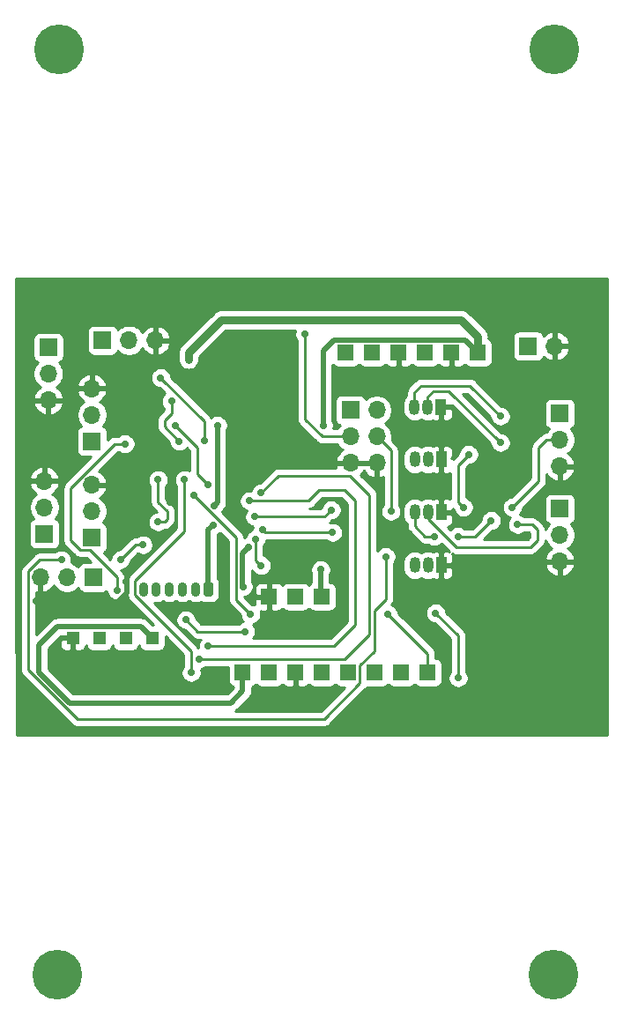
<source format=gbl>
G04 #@! TF.GenerationSoftware,KiCad,Pcbnew,(5.1.12)-1*
G04 #@! TF.CreationDate,2022-03-29T10:16:28-05:00*
G04 #@! TF.ProjectId,pcb,7063622e-6b69-4636-9164-5f7063625858,rev?*
G04 #@! TF.SameCoordinates,Original*
G04 #@! TF.FileFunction,Copper,L2,Bot*
G04 #@! TF.FilePolarity,Positive*
%FSLAX46Y46*%
G04 Gerber Fmt 4.6, Leading zero omitted, Abs format (unit mm)*
G04 Created by KiCad (PCBNEW (5.1.12)-1) date 2022-03-29 10:16:28*
%MOMM*%
%LPD*%
G01*
G04 APERTURE LIST*
G04 #@! TA.AperFunction,WasherPad*
%ADD10C,4.780000*%
G04 #@! TD*
G04 #@! TA.AperFunction,ComponentPad*
%ADD11O,1.700000X1.700000*%
G04 #@! TD*
G04 #@! TA.AperFunction,ComponentPad*
%ADD12R,1.700000X1.700000*%
G04 #@! TD*
G04 #@! TA.AperFunction,ComponentPad*
%ADD13R,1.524000X1.524000*%
G04 #@! TD*
G04 #@! TA.AperFunction,ComponentPad*
%ADD14O,0.900000X1.400000*%
G04 #@! TD*
G04 #@! TA.AperFunction,ComponentPad*
%ADD15R,1.270000X1.270000*%
G04 #@! TD*
G04 #@! TA.AperFunction,ComponentPad*
%ADD16R,1.050000X1.500000*%
G04 #@! TD*
G04 #@! TA.AperFunction,ComponentPad*
%ADD17O,1.050000X1.500000*%
G04 #@! TD*
G04 #@! TA.AperFunction,ViaPad*
%ADD18C,0.700000*%
G04 #@! TD*
G04 #@! TA.AperFunction,Conductor*
%ADD19C,0.508000*%
G04 #@! TD*
G04 #@! TA.AperFunction,Conductor*
%ADD20C,0.254000*%
G04 #@! TD*
G04 #@! TA.AperFunction,Conductor*
%ADD21C,0.762000*%
G04 #@! TD*
G04 #@! TA.AperFunction,Conductor*
%ADD22C,0.150000*%
G04 #@! TD*
G04 APERTURE END LIST*
D10*
X114300000Y-154940000D03*
X161925000Y-154940000D03*
X162052000Y-66040000D03*
X114427000Y-66040000D03*
D11*
X144960340Y-105773220D03*
X142420340Y-105773220D03*
X144960340Y-103233220D03*
X142420340Y-103233220D03*
X144960340Y-100693220D03*
D12*
X142420340Y-100693220D03*
D11*
X123698000Y-93980000D03*
X121158000Y-93980000D03*
D12*
X118618000Y-93980000D03*
D13*
X154686000Y-95171000D03*
X152146000Y-95171000D03*
X149606000Y-95171000D03*
X147066000Y-95171000D03*
X144526000Y-95171000D03*
X141986000Y-95171000D03*
D14*
X122528000Y-117904000D03*
X123778000Y-117904000D03*
X125028000Y-117904000D03*
X126278000Y-117904000D03*
X127528000Y-117904000D03*
G04 #@! TA.AperFunction,ComponentPad*
G36*
G01*
X129228000Y-117429000D02*
X129228000Y-118379000D01*
G75*
G02*
X129003000Y-118604000I-225000J0D01*
G01*
X128553000Y-118604000D01*
G75*
G02*
X128328000Y-118379000I0J225000D01*
G01*
X128328000Y-117429000D01*
G75*
G02*
X128553000Y-117204000I225000J0D01*
G01*
X129003000Y-117204000D01*
G75*
G02*
X129228000Y-117429000I0J-225000D01*
G01*
G37*
G04 #@! TD.AperFunction*
D15*
X115760000Y-122570000D03*
X118300000Y-122570000D03*
X120840000Y-122570000D03*
X123380000Y-122570000D03*
D13*
X149860000Y-125905000D03*
X147320000Y-125905000D03*
X144780000Y-125905000D03*
X142240000Y-125905000D03*
X139700000Y-125905000D03*
X137160000Y-125905000D03*
X134620000Y-125905000D03*
X132080000Y-125905000D03*
D12*
X117729000Y-116761000D03*
D11*
X115189000Y-116761000D03*
X112649000Y-116761000D03*
D12*
X113030000Y-112570000D03*
D11*
X113030000Y-110030000D03*
X113030000Y-107490000D03*
D12*
X117602000Y-112951000D03*
D11*
X117602000Y-110411000D03*
X117602000Y-107871000D03*
D12*
X117602000Y-103680000D03*
D11*
X117602000Y-101140000D03*
X117602000Y-98600000D03*
D12*
X113411000Y-94663000D03*
D11*
X113411000Y-97203000D03*
X113411000Y-99743000D03*
D13*
X134620000Y-118612660D03*
X137160000Y-118612660D03*
X139700000Y-118612660D03*
D16*
X151130000Y-100378000D03*
D17*
X148590000Y-100378000D03*
X149860000Y-100378000D03*
D16*
X151141000Y-110523000D03*
D17*
X148601000Y-110523000D03*
X149871000Y-110523000D03*
D16*
X151141000Y-105443000D03*
D17*
X148601000Y-105443000D03*
X149871000Y-105443000D03*
D16*
X151141000Y-115603000D03*
D17*
X148601000Y-115603000D03*
X149871000Y-115603000D03*
D11*
X162560000Y-115237000D03*
X162560000Y-112697000D03*
D12*
X162560000Y-110157000D03*
D11*
X162560000Y-106093000D03*
X162560000Y-103553000D03*
D12*
X162560000Y-101013000D03*
D11*
X162052000Y-94536000D03*
D12*
X159512000Y-94536000D03*
D18*
X125095000Y-109522000D03*
X125222000Y-107363000D03*
X132588000Y-107998000D03*
X120904000Y-117142000D03*
X114808000Y-119555000D03*
X138407140Y-105448100D03*
X128275080Y-91056460D03*
X126913640Y-98798380D03*
X115570000Y-91948000D03*
X121920000Y-101473000D03*
X113030000Y-102997000D03*
X115062000Y-105029000D03*
X110998000Y-110109000D03*
X112649000Y-120904000D03*
X112268000Y-118999000D03*
X124079000Y-125857000D03*
X116967000Y-125095000D03*
X134112000Y-128397000D03*
X138430000Y-127635000D03*
X149479000Y-129286000D03*
X154559000Y-130302000D03*
X159004000Y-130302000D03*
X165481000Y-130429000D03*
X165608000Y-124968000D03*
X165862000Y-118364000D03*
X161925000Y-117729000D03*
X154051000Y-117475000D03*
X152273000Y-119253000D03*
X148209000Y-120269000D03*
X165735000Y-116205000D03*
X165735000Y-113030000D03*
X165862000Y-109601000D03*
X166497000Y-107188000D03*
X166497000Y-104267000D03*
X166624000Y-100838000D03*
X159004000Y-99695000D03*
X158623000Y-104902000D03*
X159639000Y-115951000D03*
X153162000Y-102362000D03*
X165735000Y-96774000D03*
X163957000Y-90170000D03*
X155702000Y-90043000D03*
X147320000Y-90297000D03*
X139192000Y-89916000D03*
X137033000Y-100203000D03*
X131318000Y-100076000D03*
X131445000Y-104521000D03*
X133223000Y-105791000D03*
X141605000Y-118999000D03*
X141097000Y-115062000D03*
X137160000Y-121031000D03*
X131064000Y-121031000D03*
X153797000Y-104950000D03*
X153289000Y-110030000D03*
X129667000Y-102156000D03*
X129320212Y-109868788D03*
X129251788Y-111715212D03*
X139827000Y-102156000D03*
X139573000Y-115999000D03*
X126873000Y-95806000D03*
X150622000Y-120190000D03*
X152781000Y-126413000D03*
X132673000Y-113840000D03*
X132122000Y-117650000D03*
X123952000Y-111427000D03*
X123952000Y-107363000D03*
X127889000Y-124635000D03*
X133858000Y-108633000D03*
X128778000Y-123365000D03*
X132715000Y-109395000D03*
X157988000Y-110030000D03*
X155956000Y-111300000D03*
X152781000Y-112824000D03*
X150495000Y-112824000D03*
X156845000Y-101267000D03*
X132334000Y-121968000D03*
X126619000Y-120825000D03*
X120015000Y-118031000D03*
X120777000Y-103934000D03*
X128397000Y-103595000D03*
X124206000Y-97584000D03*
X128778000Y-107871000D03*
X125603000Y-102156000D03*
X158496000Y-111681000D03*
X156845000Y-103807000D03*
X140716000Y-112443000D03*
X133985000Y-112189000D03*
X140589000Y-110284000D03*
X133223000Y-110919000D03*
X127127000Y-125905000D03*
X126492000Y-107363000D03*
X127381000Y-108887000D03*
X146050000Y-120317000D03*
X132842000Y-120317000D03*
X133858000Y-115618000D03*
X133350000Y-113078000D03*
X146311620Y-110408720D03*
X138056620Y-93400880D03*
X125227080Y-99832160D03*
X125973840Y-103675180D03*
X145836640Y-114767360D03*
X114663220Y-115072160D03*
X120352820Y-115049300D03*
X122499120Y-113626900D03*
D19*
X114808000Y-119555000D02*
X119680922Y-119555000D01*
X120927461Y-117165461D02*
X120904000Y-117142000D01*
X120927461Y-118308461D02*
X120927461Y-117165461D01*
X119680922Y-119555000D02*
X120927461Y-118308461D01*
D20*
X153797000Y-104950000D02*
X152781000Y-105966000D01*
X152781000Y-109522000D02*
X153289000Y-110030000D01*
X152781000Y-105966000D02*
X152781000Y-109522000D01*
D19*
X129667000Y-109522000D02*
X129320212Y-109868788D01*
X129667000Y-102156000D02*
X129667000Y-109522000D01*
X128778000Y-112189000D02*
X128778000Y-117904000D01*
X129251788Y-111715212D02*
X128778000Y-112189000D01*
X140860799Y-93954999D02*
X139827000Y-94988798D01*
X153469999Y-93954999D02*
X140860799Y-93954999D01*
X154686000Y-95171000D02*
X153469999Y-93954999D01*
X139827000Y-94988798D02*
X139827000Y-102156000D01*
X139573000Y-118485660D02*
X139700000Y-118612660D01*
X139573000Y-115999000D02*
X139573000Y-118485660D01*
D21*
X154686000Y-93647000D02*
X153035000Y-91996000D01*
X154686000Y-95171000D02*
X154686000Y-93647000D01*
X153035000Y-91996000D02*
X130048000Y-91996000D01*
X126873000Y-95171000D02*
X126873000Y-95806000D01*
X130048000Y-91996000D02*
X126873000Y-95171000D01*
D19*
X122290999Y-121480999D02*
X114279001Y-121480999D01*
X123380000Y-122570000D02*
X122290999Y-121480999D01*
X114279001Y-121480999D02*
X112522000Y-123238000D01*
X112522000Y-123238000D02*
X112522000Y-125905000D01*
X112522000Y-125905000D02*
X115443000Y-128826000D01*
X115443000Y-128826000D02*
X130937000Y-128826000D01*
X132080000Y-127683000D02*
X132080000Y-125905000D01*
X130937000Y-128826000D02*
X132080000Y-127683000D01*
D20*
X152781000Y-122349000D02*
X152781000Y-126413000D01*
X150622000Y-120190000D02*
X152781000Y-122349000D01*
D19*
X132673000Y-113840000D02*
X132080000Y-114433000D01*
X132080000Y-117608000D02*
X132122000Y-117650000D01*
X132080000Y-114433000D02*
X132080000Y-117608000D01*
D20*
X123952000Y-111427000D02*
X124587000Y-111427000D01*
X124587000Y-111427000D02*
X124841000Y-111173000D01*
X124841000Y-111173000D02*
X124841000Y-110411000D01*
X123952000Y-109522000D02*
X123952000Y-107363000D01*
X124841000Y-110411000D02*
X123952000Y-109522000D01*
X127889000Y-124635000D02*
X140215066Y-124635000D01*
X140215066Y-124635000D02*
X141859000Y-124635000D01*
X141859000Y-124635000D02*
X144272000Y-122222000D01*
X144272000Y-122222000D02*
X144272000Y-108887000D01*
X144272000Y-108887000D02*
X142367000Y-106982000D01*
X135509000Y-106982000D02*
X133858000Y-108633000D01*
X142367000Y-106982000D02*
X135509000Y-106982000D01*
X128778000Y-123365000D02*
X140843000Y-123365000D01*
X140843000Y-123365000D02*
X142875000Y-121333000D01*
X142875000Y-121333000D02*
X142875000Y-109395000D01*
X142875000Y-109395000D02*
X141859000Y-108379000D01*
X141859000Y-108379000D02*
X139446000Y-108379000D01*
X138430000Y-109395000D02*
X132715000Y-109395000D01*
X139446000Y-108379000D02*
X138430000Y-109395000D01*
X157988000Y-110030000D02*
X160528000Y-107490000D01*
X160528000Y-107490000D02*
X160528000Y-104315000D01*
X161290000Y-103553000D02*
X162560000Y-103553000D01*
X160528000Y-104315000D02*
X161290000Y-103553000D01*
X154432000Y-112824000D02*
X152781000Y-112824000D01*
X155956000Y-111300000D02*
X154432000Y-112824000D01*
X150495000Y-112824000D02*
X149606000Y-112824000D01*
X148601000Y-111819000D02*
X148601000Y-110523000D01*
X149606000Y-112824000D02*
X148601000Y-111819000D01*
X156845000Y-101267000D02*
X153924000Y-98346000D01*
X153924000Y-98346000D02*
X149225000Y-98346000D01*
X148590000Y-98981000D02*
X148590000Y-100378000D01*
X149225000Y-98346000D02*
X148590000Y-98981000D01*
X127762000Y-121968000D02*
X126619000Y-120825000D01*
X132334000Y-121968000D02*
X127762000Y-121968000D01*
X116490399Y-114128001D02*
X115570000Y-113207602D01*
X117384603Y-114128001D02*
X116490399Y-114128001D01*
X120015000Y-116758398D02*
X117384603Y-114128001D01*
X120015000Y-118031000D02*
X120015000Y-116758398D01*
X119797038Y-103934000D02*
X120777000Y-103934000D01*
X115570000Y-108161038D02*
X119797038Y-103934000D01*
X115570000Y-113207602D02*
X115570000Y-108161038D01*
X128397000Y-101775000D02*
X124206000Y-97584000D01*
X128397000Y-103595000D02*
X128397000Y-101775000D01*
X127762000Y-106855000D02*
X128778000Y-107871000D01*
X127762000Y-104315000D02*
X127762000Y-106855000D01*
X125603000Y-102156000D02*
X127762000Y-104315000D01*
X149871000Y-111116602D02*
X152594398Y-113840000D01*
X149871000Y-110523000D02*
X149871000Y-111116602D01*
X152594398Y-113840000D02*
X159766000Y-113840000D01*
X159766000Y-113840000D02*
X160401000Y-113205000D01*
X160401000Y-113205000D02*
X160401000Y-112189000D01*
X159893000Y-111681000D02*
X158496000Y-111681000D01*
X160401000Y-112189000D02*
X159893000Y-111681000D01*
X156845000Y-103807000D02*
X151892000Y-98854000D01*
X149860000Y-99374000D02*
X149860000Y-100378000D01*
X150380000Y-98854000D02*
X149860000Y-99374000D01*
X151892000Y-98854000D02*
X150380000Y-98854000D01*
X134239000Y-112443000D02*
X133985000Y-112189000D01*
X140716000Y-112443000D02*
X134239000Y-112443000D01*
X139954000Y-110919000D02*
X133223000Y-110919000D01*
X140589000Y-110284000D02*
X139954000Y-110919000D01*
X121750990Y-118475848D02*
X121750990Y-117057010D01*
X127127000Y-123851858D02*
X121750990Y-118475848D01*
X127127000Y-125905000D02*
X127127000Y-123851858D01*
X126492000Y-112316000D02*
X126492000Y-107363000D01*
X121750990Y-117057010D02*
X126492000Y-112316000D01*
X131445000Y-112951000D02*
X127381000Y-108887000D01*
X149860000Y-124127000D02*
X146050000Y-120317000D01*
X149860000Y-125905000D02*
X149860000Y-124889000D01*
X132842000Y-120317000D02*
X131953000Y-119428000D01*
X131953000Y-119428000D02*
X131445000Y-118920000D01*
X131445000Y-118920000D02*
X131445000Y-112951000D01*
X149860000Y-124127000D02*
X149860000Y-124889000D01*
X133350000Y-115110000D02*
X133350000Y-113078000D01*
X133858000Y-115618000D02*
X133350000Y-115110000D01*
X146311620Y-104584500D02*
X144960340Y-103233220D01*
X146311620Y-110408720D02*
X146311620Y-104584500D01*
X142420340Y-103233220D02*
X139710160Y-103233220D01*
X138056620Y-101579680D02*
X138056620Y-93400880D01*
X139710160Y-103233220D02*
X138056620Y-101579680D01*
X125227080Y-99832160D02*
X125227080Y-101008180D01*
X125227080Y-101008180D02*
X124597160Y-101638100D01*
X124597160Y-102298500D02*
X125973840Y-103675180D01*
X124597160Y-101638100D02*
X124597160Y-102298500D01*
X145836640Y-114767360D02*
X145836640Y-118663720D01*
X145836640Y-118663720D02*
X145836640Y-118864380D01*
X143329001Y-125243397D02*
X143329001Y-126928601D01*
X144726010Y-123846388D02*
X143329001Y-125243397D01*
X143329001Y-126928601D02*
X139879402Y-130378200D01*
X144726010Y-119975010D02*
X144726010Y-123846388D01*
X145836640Y-118864380D02*
X144726010Y-119975010D01*
X112595878Y-115072160D02*
X114663220Y-115072160D01*
X111471999Y-116196039D02*
X112595878Y-115072160D01*
X111471999Y-125676671D02*
X111471999Y-116196039D01*
X116173528Y-130378200D02*
X111471999Y-125676671D01*
X139879402Y-130378200D02*
X116173528Y-130378200D01*
X121775220Y-113626900D02*
X122499120Y-113626900D01*
X120352820Y-115049300D02*
X121775220Y-113626900D01*
X167072954Y-131903000D02*
X110326954Y-131903000D01*
X110321256Y-116196039D01*
X110706313Y-116196039D01*
X110710000Y-116233472D01*
X110709999Y-125639248D01*
X110706313Y-125676671D01*
X110709999Y-125714094D01*
X110709999Y-125714096D01*
X110721025Y-125826048D01*
X110764597Y-125969685D01*
X110781877Y-126002014D01*
X110835354Y-126102063D01*
X110854741Y-126125686D01*
X110930577Y-126218093D01*
X110959653Y-126241955D01*
X115608249Y-130890552D01*
X115632106Y-130919622D01*
X115748136Y-131014845D01*
X115880513Y-131085602D01*
X116024150Y-131129174D01*
X116136102Y-131140200D01*
X116136104Y-131140200D01*
X116173527Y-131143886D01*
X116210950Y-131140200D01*
X139841979Y-131140200D01*
X139879402Y-131143886D01*
X139916825Y-131140200D01*
X139916828Y-131140200D01*
X140028780Y-131129174D01*
X140172417Y-131085602D01*
X140304794Y-131014845D01*
X140420824Y-130919622D01*
X140444686Y-130890546D01*
X143841347Y-127493885D01*
X143870423Y-127470023D01*
X143960596Y-127360147D01*
X143965646Y-127353994D01*
X143993105Y-127302620D01*
X144018000Y-127305072D01*
X145542000Y-127305072D01*
X145666482Y-127292812D01*
X145786180Y-127256502D01*
X145896494Y-127197537D01*
X145993185Y-127118185D01*
X146050000Y-127048956D01*
X146106815Y-127118185D01*
X146203506Y-127197537D01*
X146313820Y-127256502D01*
X146433518Y-127292812D01*
X146558000Y-127305072D01*
X148082000Y-127305072D01*
X148206482Y-127292812D01*
X148326180Y-127256502D01*
X148436494Y-127197537D01*
X148533185Y-127118185D01*
X148590000Y-127048956D01*
X148646815Y-127118185D01*
X148743506Y-127197537D01*
X148853820Y-127256502D01*
X148973518Y-127292812D01*
X149098000Y-127305072D01*
X150622000Y-127305072D01*
X150746482Y-127292812D01*
X150866180Y-127256502D01*
X150976494Y-127197537D01*
X151073185Y-127118185D01*
X151152537Y-127021494D01*
X151211502Y-126911180D01*
X151247812Y-126791482D01*
X151260072Y-126667000D01*
X151260072Y-125143000D01*
X151247812Y-125018518D01*
X151211502Y-124898820D01*
X151152537Y-124788506D01*
X151073185Y-124691815D01*
X150976494Y-124612463D01*
X150866180Y-124553498D01*
X150746482Y-124517188D01*
X150622000Y-124504928D01*
X150622000Y-124164423D01*
X150625686Y-124127000D01*
X150622000Y-124089574D01*
X150610974Y-123977622D01*
X150567402Y-123833985D01*
X150528981Y-123762104D01*
X150496645Y-123701607D01*
X150459367Y-123656185D01*
X150401422Y-123585578D01*
X150372347Y-123561717D01*
X147035000Y-120224370D01*
X147035000Y-120219986D01*
X147009739Y-120092986D01*
X149637000Y-120092986D01*
X149637000Y-120287014D01*
X149674853Y-120477314D01*
X149749104Y-120656572D01*
X149856901Y-120817901D01*
X149994099Y-120955099D01*
X150155428Y-121062896D01*
X150334686Y-121137147D01*
X150524986Y-121175000D01*
X150529370Y-121175000D01*
X152019000Y-122664631D01*
X152019001Y-125781999D01*
X152015901Y-125785099D01*
X151908104Y-125946428D01*
X151833853Y-126125686D01*
X151796000Y-126315986D01*
X151796000Y-126510014D01*
X151833853Y-126700314D01*
X151908104Y-126879572D01*
X152015901Y-127040901D01*
X152153099Y-127178099D01*
X152314428Y-127285896D01*
X152493686Y-127360147D01*
X152683986Y-127398000D01*
X152878014Y-127398000D01*
X153068314Y-127360147D01*
X153247572Y-127285896D01*
X153408901Y-127178099D01*
X153546099Y-127040901D01*
X153653896Y-126879572D01*
X153728147Y-126700314D01*
X153766000Y-126510014D01*
X153766000Y-126315986D01*
X153728147Y-126125686D01*
X153653896Y-125946428D01*
X153546099Y-125785099D01*
X153543000Y-125782000D01*
X153543000Y-122386422D01*
X153546686Y-122348999D01*
X153540309Y-122284250D01*
X153531974Y-122199622D01*
X153488402Y-122055985D01*
X153417645Y-121923608D01*
X153322422Y-121807578D01*
X153293353Y-121783722D01*
X151607000Y-120097370D01*
X151607000Y-120092986D01*
X151569147Y-119902686D01*
X151494896Y-119723428D01*
X151387099Y-119562099D01*
X151249901Y-119424901D01*
X151088572Y-119317104D01*
X150909314Y-119242853D01*
X150719014Y-119205000D01*
X150524986Y-119205000D01*
X150334686Y-119242853D01*
X150155428Y-119317104D01*
X149994099Y-119424901D01*
X149856901Y-119562099D01*
X149749104Y-119723428D01*
X149674853Y-119902686D01*
X149637000Y-120092986D01*
X147009739Y-120092986D01*
X146997147Y-120029686D01*
X146922896Y-119850428D01*
X146815099Y-119689099D01*
X146677901Y-119551901D01*
X146516572Y-119444104D01*
X146389742Y-119391569D01*
X146473285Y-119289772D01*
X146544042Y-119157394D01*
X146587614Y-119013757D01*
X146598640Y-118901805D01*
X146598640Y-118901804D01*
X146602326Y-118864381D01*
X146598640Y-118826958D01*
X146598640Y-115398360D01*
X146601739Y-115395261D01*
X146651344Y-115321021D01*
X147441000Y-115321021D01*
X147441000Y-115884978D01*
X147457785Y-116055399D01*
X147524115Y-116274059D01*
X147631829Y-116475578D01*
X147776788Y-116652212D01*
X147953421Y-116797171D01*
X148154940Y-116904885D01*
X148373600Y-116971215D01*
X148601000Y-116993612D01*
X148828399Y-116971215D01*
X149047059Y-116904885D01*
X149236000Y-116803894D01*
X149424940Y-116904885D01*
X149643600Y-116971215D01*
X149871000Y-116993612D01*
X150098399Y-116971215D01*
X150307098Y-116907907D01*
X150371820Y-116942502D01*
X150491518Y-116978812D01*
X150616000Y-116991072D01*
X150855250Y-116988000D01*
X151014000Y-116829250D01*
X151014000Y-116056109D01*
X151014215Y-116055400D01*
X151031000Y-115884979D01*
X151031000Y-115730000D01*
X151268000Y-115730000D01*
X151268000Y-116829250D01*
X151426750Y-116988000D01*
X151666000Y-116991072D01*
X151790482Y-116978812D01*
X151910180Y-116942502D01*
X152020494Y-116883537D01*
X152117185Y-116804185D01*
X152196537Y-116707494D01*
X152255502Y-116597180D01*
X152291812Y-116477482D01*
X152304072Y-116353000D01*
X152301000Y-115888750D01*
X152142250Y-115730000D01*
X151268000Y-115730000D01*
X151031000Y-115730000D01*
X151031000Y-115593890D01*
X161118524Y-115593890D01*
X161163175Y-115741099D01*
X161288359Y-116003920D01*
X161462412Y-116237269D01*
X161678645Y-116432178D01*
X161928748Y-116581157D01*
X162203109Y-116678481D01*
X162433000Y-116557814D01*
X162433000Y-115364000D01*
X162687000Y-115364000D01*
X162687000Y-116557814D01*
X162916891Y-116678481D01*
X163191252Y-116581157D01*
X163441355Y-116432178D01*
X163657588Y-116237269D01*
X163831641Y-116003920D01*
X163956825Y-115741099D01*
X164001476Y-115593890D01*
X163880155Y-115364000D01*
X162687000Y-115364000D01*
X162433000Y-115364000D01*
X161239845Y-115364000D01*
X161118524Y-115593890D01*
X151031000Y-115593890D01*
X151031000Y-115321022D01*
X151014215Y-115150601D01*
X151014000Y-115149892D01*
X151014000Y-114376750D01*
X150855250Y-114218000D01*
X150616000Y-114214928D01*
X150491518Y-114227188D01*
X150371820Y-114263498D01*
X150307098Y-114298093D01*
X150098400Y-114234785D01*
X149871000Y-114212388D01*
X149643601Y-114234785D01*
X149424941Y-114301115D01*
X149236001Y-114402106D01*
X149047060Y-114301115D01*
X148828400Y-114234785D01*
X148601000Y-114212388D01*
X148373601Y-114234785D01*
X148154941Y-114301115D01*
X147953422Y-114408829D01*
X147776789Y-114553788D01*
X147631830Y-114730421D01*
X147524115Y-114931940D01*
X147457785Y-115150600D01*
X147441000Y-115321021D01*
X146651344Y-115321021D01*
X146709536Y-115233932D01*
X146783787Y-115054674D01*
X146821640Y-114864374D01*
X146821640Y-114670346D01*
X146783787Y-114480046D01*
X146709536Y-114300788D01*
X146601739Y-114139459D01*
X146464541Y-114002261D01*
X146303212Y-113894464D01*
X146123954Y-113820213D01*
X145933654Y-113782360D01*
X145739626Y-113782360D01*
X145549326Y-113820213D01*
X145370068Y-113894464D01*
X145208739Y-114002261D01*
X145071541Y-114139459D01*
X145034000Y-114195643D01*
X145034000Y-108924423D01*
X145037686Y-108887000D01*
X145034000Y-108849574D01*
X145022974Y-108737622D01*
X144979402Y-108593985D01*
X144920412Y-108483622D01*
X144908645Y-108461607D01*
X144837279Y-108374648D01*
X144813422Y-108345578D01*
X144784352Y-108321721D01*
X143369716Y-106907085D01*
X143517928Y-106773489D01*
X143690340Y-106542340D01*
X143862752Y-106773489D01*
X144078985Y-106968398D01*
X144329088Y-107117377D01*
X144603449Y-107214701D01*
X144833340Y-107094034D01*
X144833340Y-105900220D01*
X142547340Y-105900220D01*
X142547340Y-105920220D01*
X142293340Y-105920220D01*
X142293340Y-105900220D01*
X141100185Y-105900220D01*
X140978864Y-106130110D01*
X141006129Y-106220000D01*
X135546423Y-106220000D01*
X135509000Y-106216314D01*
X135471577Y-106220000D01*
X135471574Y-106220000D01*
X135359622Y-106231026D01*
X135215985Y-106274598D01*
X135187692Y-106289721D01*
X135083607Y-106345355D01*
X135043830Y-106378000D01*
X134967578Y-106440578D01*
X134943716Y-106469654D01*
X133765370Y-107648000D01*
X133760986Y-107648000D01*
X133570686Y-107685853D01*
X133391428Y-107760104D01*
X133230099Y-107867901D01*
X133092901Y-108005099D01*
X132985104Y-108166428D01*
X132910853Y-108345686D01*
X132894785Y-108426464D01*
X132812014Y-108410000D01*
X132617986Y-108410000D01*
X132427686Y-108447853D01*
X132248428Y-108522104D01*
X132087099Y-108629901D01*
X131949901Y-108767099D01*
X131842104Y-108928428D01*
X131767853Y-109107686D01*
X131730000Y-109297986D01*
X131730000Y-109492014D01*
X131767853Y-109682314D01*
X131842104Y-109861572D01*
X131949901Y-110022901D01*
X132087099Y-110160099D01*
X132248428Y-110267896D01*
X132424636Y-110340884D01*
X132350104Y-110452428D01*
X132275853Y-110631686D01*
X132238000Y-110821986D01*
X132238000Y-111016014D01*
X132275853Y-111206314D01*
X132350104Y-111385572D01*
X132457901Y-111546901D01*
X132595099Y-111684099D01*
X132756428Y-111791896D01*
X132935686Y-111866147D01*
X133043676Y-111887628D01*
X133037853Y-111901686D01*
X133000000Y-112091986D01*
X133000000Y-112156818D01*
X132883428Y-112205104D01*
X132722099Y-112312901D01*
X132584901Y-112450099D01*
X132477104Y-112611428D01*
X132402853Y-112790686D01*
X132382247Y-112894277D01*
X132209213Y-112965950D01*
X132210686Y-112951000D01*
X132206606Y-112909572D01*
X132195974Y-112801622D01*
X132152402Y-112657985D01*
X132104494Y-112568355D01*
X132081645Y-112525607D01*
X132010279Y-112438648D01*
X131986422Y-112409578D01*
X131957352Y-112385721D01*
X130076815Y-110505185D01*
X130085311Y-110496689D01*
X130193108Y-110335360D01*
X130251256Y-110194978D01*
X130264731Y-110181503D01*
X130298659Y-110153659D01*
X130409753Y-110018291D01*
X130492303Y-109863851D01*
X130524620Y-109757314D01*
X130543136Y-109696276D01*
X130548878Y-109637973D01*
X130556000Y-109565667D01*
X130556000Y-109565661D01*
X130560300Y-109522001D01*
X130556000Y-109478341D01*
X130556000Y-102583693D01*
X130614147Y-102443314D01*
X130652000Y-102253014D01*
X130652000Y-102058986D01*
X130614147Y-101868686D01*
X130539896Y-101689428D01*
X130432099Y-101528099D01*
X130294901Y-101390901D01*
X130133572Y-101283104D01*
X129954314Y-101208853D01*
X129764014Y-101171000D01*
X129569986Y-101171000D01*
X129379686Y-101208853D01*
X129200428Y-101283104D01*
X129051343Y-101382719D01*
X129033645Y-101349608D01*
X128938422Y-101233578D01*
X128909352Y-101209721D01*
X125191000Y-97491370D01*
X125191000Y-97486986D01*
X125153147Y-97296686D01*
X125078896Y-97117428D01*
X124971099Y-96956099D01*
X124833901Y-96818901D01*
X124672572Y-96711104D01*
X124493314Y-96636853D01*
X124303014Y-96599000D01*
X124108986Y-96599000D01*
X123918686Y-96636853D01*
X123739428Y-96711104D01*
X123578099Y-96818901D01*
X123440901Y-96956099D01*
X123333104Y-97117428D01*
X123258853Y-97296686D01*
X123221000Y-97486986D01*
X123221000Y-97681014D01*
X123258853Y-97871314D01*
X123333104Y-98050572D01*
X123440901Y-98211901D01*
X123578099Y-98349099D01*
X123739428Y-98456896D01*
X123918686Y-98531147D01*
X124108986Y-98569000D01*
X124113370Y-98569000D01*
X124606523Y-99062154D01*
X124599179Y-99067061D01*
X124461981Y-99204259D01*
X124354184Y-99365588D01*
X124279933Y-99544846D01*
X124242080Y-99735146D01*
X124242080Y-99929174D01*
X124279933Y-100119474D01*
X124354184Y-100298732D01*
X124461981Y-100460061D01*
X124465081Y-100463161D01*
X124465081Y-100692549D01*
X124084813Y-101072817D01*
X124055738Y-101096678D01*
X124029234Y-101128974D01*
X123960515Y-101212708D01*
X123940273Y-101250579D01*
X123889758Y-101345086D01*
X123846186Y-101488723D01*
X123836103Y-101591099D01*
X123831474Y-101638100D01*
X123835160Y-101675523D01*
X123835160Y-102261077D01*
X123831474Y-102298500D01*
X123835160Y-102335923D01*
X123835160Y-102335926D01*
X123846186Y-102447878D01*
X123874340Y-102540686D01*
X123889759Y-102591515D01*
X123960515Y-102723892D01*
X124024639Y-102802027D01*
X124055739Y-102839922D01*
X124084809Y-102863779D01*
X124988840Y-103767810D01*
X124988840Y-103772194D01*
X125026693Y-103962494D01*
X125100944Y-104141752D01*
X125208741Y-104303081D01*
X125345939Y-104440279D01*
X125507268Y-104548076D01*
X125686526Y-104622327D01*
X125876826Y-104660180D01*
X126070854Y-104660180D01*
X126261154Y-104622327D01*
X126440412Y-104548076D01*
X126601741Y-104440279D01*
X126705695Y-104336325D01*
X127000000Y-104630631D01*
X127000001Y-106517786D01*
X126958572Y-106490104D01*
X126779314Y-106415853D01*
X126589014Y-106378000D01*
X126394986Y-106378000D01*
X126204686Y-106415853D01*
X126025428Y-106490104D01*
X125864099Y-106597901D01*
X125726901Y-106735099D01*
X125619104Y-106896428D01*
X125544853Y-107075686D01*
X125507000Y-107265986D01*
X125507000Y-107460014D01*
X125544853Y-107650314D01*
X125619104Y-107829572D01*
X125726901Y-107990901D01*
X125730001Y-107994001D01*
X125730000Y-112000370D01*
X121238639Y-116491731D01*
X121209569Y-116515588D01*
X121185712Y-116544658D01*
X121185711Y-116544659D01*
X121114345Y-116631618D01*
X121043589Y-116763995D01*
X121000017Y-116907632D01*
X120985304Y-117057010D01*
X120988991Y-117094443D01*
X120988990Y-117878637D01*
X120962147Y-117743686D01*
X120887896Y-117564428D01*
X120780099Y-117403099D01*
X120777000Y-117400000D01*
X120777000Y-116795820D01*
X120780686Y-116758397D01*
X120776055Y-116711382D01*
X120765974Y-116609020D01*
X120722402Y-116465383D01*
X120651645Y-116333006D01*
X120556422Y-116216976D01*
X120527352Y-116193119D01*
X120368533Y-116034300D01*
X120449834Y-116034300D01*
X120640134Y-115996447D01*
X120819392Y-115922196D01*
X120980721Y-115814399D01*
X121117919Y-115677201D01*
X121225716Y-115515872D01*
X121299967Y-115336614D01*
X121337820Y-115146314D01*
X121337820Y-115141930D01*
X122001021Y-114478730D01*
X122032548Y-114499796D01*
X122211806Y-114574047D01*
X122402106Y-114611900D01*
X122596134Y-114611900D01*
X122786434Y-114574047D01*
X122965692Y-114499796D01*
X123127021Y-114391999D01*
X123264219Y-114254801D01*
X123372016Y-114093472D01*
X123446267Y-113914214D01*
X123484120Y-113723914D01*
X123484120Y-113529886D01*
X123446267Y-113339586D01*
X123372016Y-113160328D01*
X123264219Y-112998999D01*
X123127021Y-112861801D01*
X122965692Y-112754004D01*
X122786434Y-112679753D01*
X122596134Y-112641900D01*
X122402106Y-112641900D01*
X122211806Y-112679753D01*
X122032548Y-112754004D01*
X121871219Y-112861801D01*
X121868120Y-112864900D01*
X121812642Y-112864900D01*
X121775219Y-112861214D01*
X121737796Y-112864900D01*
X121737794Y-112864900D01*
X121625842Y-112875926D01*
X121482205Y-112919498D01*
X121349828Y-112990255D01*
X121233798Y-113085478D01*
X121209941Y-113114548D01*
X120260190Y-114064300D01*
X120255806Y-114064300D01*
X120065506Y-114102153D01*
X119886248Y-114176404D01*
X119724919Y-114284201D01*
X119587721Y-114421399D01*
X119479924Y-114582728D01*
X119405673Y-114761986D01*
X119367820Y-114952286D01*
X119367820Y-115033587D01*
X118714788Y-114380556D01*
X118806494Y-114331537D01*
X118903185Y-114252185D01*
X118982537Y-114155494D01*
X119041502Y-114045180D01*
X119077812Y-113925482D01*
X119090072Y-113801000D01*
X119090072Y-112101000D01*
X119077812Y-111976518D01*
X119041502Y-111856820D01*
X118982537Y-111746506D01*
X118903185Y-111649815D01*
X118806494Y-111570463D01*
X118696180Y-111511498D01*
X118623620Y-111489487D01*
X118755475Y-111357632D01*
X118917990Y-111114411D01*
X119029932Y-110844158D01*
X119087000Y-110557260D01*
X119087000Y-110264740D01*
X119029932Y-109977842D01*
X118917990Y-109707589D01*
X118755475Y-109464368D01*
X118548632Y-109257525D01*
X118366466Y-109135805D01*
X118483355Y-109066178D01*
X118699588Y-108871269D01*
X118873641Y-108637920D01*
X118998825Y-108375099D01*
X119043476Y-108227890D01*
X118922155Y-107998000D01*
X117729000Y-107998000D01*
X117729000Y-108018000D01*
X117475000Y-108018000D01*
X117475000Y-107998000D01*
X117455000Y-107998000D01*
X117455000Y-107744000D01*
X117475000Y-107744000D01*
X117475000Y-107724000D01*
X117729000Y-107724000D01*
X117729000Y-107744000D01*
X118922155Y-107744000D01*
X119043476Y-107514110D01*
X118998825Y-107366901D01*
X118950759Y-107265986D01*
X122967000Y-107265986D01*
X122967000Y-107460014D01*
X123004853Y-107650314D01*
X123079104Y-107829572D01*
X123186901Y-107990901D01*
X123190001Y-107994001D01*
X123190000Y-109484576D01*
X123186314Y-109522000D01*
X123190000Y-109559423D01*
X123190000Y-109559425D01*
X123201026Y-109671377D01*
X123244598Y-109815014D01*
X123269484Y-109861572D01*
X123315355Y-109947392D01*
X123330464Y-109965802D01*
X123410578Y-110063422D01*
X123439653Y-110087284D01*
X123804426Y-110452057D01*
X123664686Y-110479853D01*
X123485428Y-110554104D01*
X123324099Y-110661901D01*
X123186901Y-110799099D01*
X123079104Y-110960428D01*
X123004853Y-111139686D01*
X122967000Y-111329986D01*
X122967000Y-111524014D01*
X123004853Y-111714314D01*
X123079104Y-111893572D01*
X123186901Y-112054901D01*
X123324099Y-112192099D01*
X123485428Y-112299896D01*
X123664686Y-112374147D01*
X123854986Y-112412000D01*
X124049014Y-112412000D01*
X124239314Y-112374147D01*
X124418572Y-112299896D01*
X124579901Y-112192099D01*
X124580003Y-112191997D01*
X124587000Y-112192686D01*
X124624423Y-112189000D01*
X124624426Y-112189000D01*
X124736378Y-112177974D01*
X124880015Y-112134402D01*
X125012392Y-112063645D01*
X125128422Y-111968422D01*
X125152284Y-111939346D01*
X125353347Y-111738283D01*
X125382422Y-111714422D01*
X125477645Y-111598392D01*
X125548402Y-111466015D01*
X125591974Y-111322378D01*
X125603000Y-111210426D01*
X125603000Y-111210424D01*
X125606686Y-111173001D01*
X125603000Y-111135578D01*
X125603000Y-110448423D01*
X125606686Y-110411000D01*
X125603000Y-110373574D01*
X125591974Y-110261622D01*
X125548402Y-110117985D01*
X125501373Y-110030000D01*
X125477645Y-109985607D01*
X125406279Y-109898648D01*
X125382422Y-109869578D01*
X125353351Y-109845721D01*
X124714000Y-109206370D01*
X124714000Y-107994000D01*
X124717099Y-107990901D01*
X124824896Y-107829572D01*
X124899147Y-107650314D01*
X124937000Y-107460014D01*
X124937000Y-107265986D01*
X124899147Y-107075686D01*
X124824896Y-106896428D01*
X124717099Y-106735099D01*
X124579901Y-106597901D01*
X124418572Y-106490104D01*
X124239314Y-106415853D01*
X124049014Y-106378000D01*
X123854986Y-106378000D01*
X123664686Y-106415853D01*
X123485428Y-106490104D01*
X123324099Y-106597901D01*
X123186901Y-106735099D01*
X123079104Y-106896428D01*
X123004853Y-107075686D01*
X122967000Y-107265986D01*
X118950759Y-107265986D01*
X118873641Y-107104080D01*
X118699588Y-106870731D01*
X118483355Y-106675822D01*
X118263693Y-106544976D01*
X120112669Y-104696000D01*
X120146000Y-104696000D01*
X120149099Y-104699099D01*
X120310428Y-104806896D01*
X120489686Y-104881147D01*
X120679986Y-104919000D01*
X120874014Y-104919000D01*
X121064314Y-104881147D01*
X121243572Y-104806896D01*
X121404901Y-104699099D01*
X121542099Y-104561901D01*
X121649896Y-104400572D01*
X121724147Y-104221314D01*
X121762000Y-104031014D01*
X121762000Y-103836986D01*
X121724147Y-103646686D01*
X121649896Y-103467428D01*
X121542099Y-103306099D01*
X121404901Y-103168901D01*
X121243572Y-103061104D01*
X121064314Y-102986853D01*
X120874014Y-102949000D01*
X120679986Y-102949000D01*
X120489686Y-102986853D01*
X120310428Y-103061104D01*
X120149099Y-103168901D01*
X120146000Y-103172000D01*
X119834460Y-103172000D01*
X119797037Y-103168314D01*
X119759614Y-103172000D01*
X119759612Y-103172000D01*
X119647660Y-103183026D01*
X119504023Y-103226598D01*
X119371646Y-103297355D01*
X119255616Y-103392578D01*
X119231759Y-103421648D01*
X119090072Y-103563335D01*
X119090072Y-102830000D01*
X119077812Y-102705518D01*
X119041502Y-102585820D01*
X118982537Y-102475506D01*
X118903185Y-102378815D01*
X118806494Y-102299463D01*
X118696180Y-102240498D01*
X118623620Y-102218487D01*
X118755475Y-102086632D01*
X118917990Y-101843411D01*
X119029932Y-101573158D01*
X119087000Y-101286260D01*
X119087000Y-100993740D01*
X119029932Y-100706842D01*
X118917990Y-100436589D01*
X118755475Y-100193368D01*
X118548632Y-99986525D01*
X118366466Y-99864805D01*
X118483355Y-99795178D01*
X118699588Y-99600269D01*
X118873641Y-99366920D01*
X118998825Y-99104099D01*
X119043476Y-98956890D01*
X118922155Y-98727000D01*
X117729000Y-98727000D01*
X117729000Y-98747000D01*
X117475000Y-98747000D01*
X117475000Y-98727000D01*
X116281845Y-98727000D01*
X116160524Y-98956890D01*
X116205175Y-99104099D01*
X116330359Y-99366920D01*
X116504412Y-99600269D01*
X116720645Y-99795178D01*
X116837534Y-99864805D01*
X116655368Y-99986525D01*
X116448525Y-100193368D01*
X116286010Y-100436589D01*
X116174068Y-100706842D01*
X116117000Y-100993740D01*
X116117000Y-101286260D01*
X116174068Y-101573158D01*
X116286010Y-101843411D01*
X116448525Y-102086632D01*
X116580380Y-102218487D01*
X116507820Y-102240498D01*
X116397506Y-102299463D01*
X116300815Y-102378815D01*
X116221463Y-102475506D01*
X116162498Y-102585820D01*
X116126188Y-102705518D01*
X116113928Y-102830000D01*
X116113928Y-104530000D01*
X116126188Y-104654482D01*
X116162498Y-104774180D01*
X116221463Y-104884494D01*
X116300815Y-104981185D01*
X116397506Y-105060537D01*
X116507820Y-105119502D01*
X116627518Y-105155812D01*
X116752000Y-105168072D01*
X117485335Y-105168072D01*
X115057649Y-107595759D01*
X115028579Y-107619616D01*
X115004722Y-107648686D01*
X115004721Y-107648687D01*
X114933355Y-107735646D01*
X114862599Y-107868023D01*
X114819027Y-108011660D01*
X114804314Y-108161038D01*
X114808001Y-108198471D01*
X114808000Y-113170179D01*
X114804314Y-113207602D01*
X114808000Y-113245025D01*
X114808000Y-113245027D01*
X114819026Y-113356979D01*
X114862598Y-113500616D01*
X114883488Y-113539699D01*
X114933355Y-113632994D01*
X114958949Y-113664180D01*
X115028578Y-113749024D01*
X115057654Y-113772886D01*
X115925120Y-114640352D01*
X115948977Y-114669423D01*
X115978047Y-114693280D01*
X116065006Y-114764646D01*
X116107103Y-114787147D01*
X116197384Y-114835403D01*
X116341021Y-114878975D01*
X116452973Y-114890001D01*
X116452976Y-114890001D01*
X116490399Y-114893687D01*
X116527822Y-114890001D01*
X117068973Y-114890001D01*
X117451900Y-115272928D01*
X116879000Y-115272928D01*
X116754518Y-115285188D01*
X116634820Y-115321498D01*
X116524506Y-115380463D01*
X116427815Y-115459815D01*
X116348463Y-115556506D01*
X116289498Y-115666820D01*
X116267487Y-115739380D01*
X116135632Y-115607525D01*
X115892411Y-115445010D01*
X115622158Y-115333068D01*
X115615868Y-115331817D01*
X115648220Y-115169174D01*
X115648220Y-114975146D01*
X115610367Y-114784846D01*
X115536116Y-114605588D01*
X115428319Y-114444259D01*
X115291121Y-114307061D01*
X115129792Y-114199264D01*
X114950534Y-114125013D01*
X114760234Y-114087160D01*
X114566206Y-114087160D01*
X114375906Y-114125013D01*
X114196648Y-114199264D01*
X114035319Y-114307061D01*
X114032220Y-114310160D01*
X112633301Y-114310160D01*
X112595878Y-114306474D01*
X112558455Y-114310160D01*
X112558452Y-114310160D01*
X112446500Y-114321186D01*
X112302863Y-114364758D01*
X112251899Y-114391999D01*
X112170485Y-114435515D01*
X112093731Y-114498506D01*
X112054456Y-114530738D01*
X112030599Y-114559808D01*
X110959648Y-115630760D01*
X110930578Y-115654617D01*
X110906721Y-115683687D01*
X110906720Y-115683688D01*
X110835354Y-115770647D01*
X110764598Y-115903024D01*
X110721026Y-116046661D01*
X110706313Y-116196039D01*
X110321256Y-116196039D01*
X110319632Y-111720000D01*
X111541928Y-111720000D01*
X111541928Y-113420000D01*
X111554188Y-113544482D01*
X111590498Y-113664180D01*
X111649463Y-113774494D01*
X111728815Y-113871185D01*
X111825506Y-113950537D01*
X111935820Y-114009502D01*
X112055518Y-114045812D01*
X112180000Y-114058072D01*
X113880000Y-114058072D01*
X114004482Y-114045812D01*
X114124180Y-114009502D01*
X114234494Y-113950537D01*
X114331185Y-113871185D01*
X114410537Y-113774494D01*
X114469502Y-113664180D01*
X114505812Y-113544482D01*
X114518072Y-113420000D01*
X114518072Y-111720000D01*
X114505812Y-111595518D01*
X114469502Y-111475820D01*
X114410537Y-111365506D01*
X114331185Y-111268815D01*
X114234494Y-111189463D01*
X114124180Y-111130498D01*
X114051620Y-111108487D01*
X114183475Y-110976632D01*
X114345990Y-110733411D01*
X114457932Y-110463158D01*
X114515000Y-110176260D01*
X114515000Y-109883740D01*
X114457932Y-109596842D01*
X114345990Y-109326589D01*
X114183475Y-109083368D01*
X113976632Y-108876525D01*
X113794466Y-108754805D01*
X113911355Y-108685178D01*
X114127588Y-108490269D01*
X114301641Y-108256920D01*
X114426825Y-107994099D01*
X114471476Y-107846890D01*
X114350155Y-107617000D01*
X113157000Y-107617000D01*
X113157000Y-107637000D01*
X112903000Y-107637000D01*
X112903000Y-107617000D01*
X111709845Y-107617000D01*
X111588524Y-107846890D01*
X111633175Y-107994099D01*
X111758359Y-108256920D01*
X111932412Y-108490269D01*
X112148645Y-108685178D01*
X112265534Y-108754805D01*
X112083368Y-108876525D01*
X111876525Y-109083368D01*
X111714010Y-109326589D01*
X111602068Y-109596842D01*
X111545000Y-109883740D01*
X111545000Y-110176260D01*
X111602068Y-110463158D01*
X111714010Y-110733411D01*
X111876525Y-110976632D01*
X112008380Y-111108487D01*
X111935820Y-111130498D01*
X111825506Y-111189463D01*
X111728815Y-111268815D01*
X111649463Y-111365506D01*
X111590498Y-111475820D01*
X111554188Y-111595518D01*
X111541928Y-111720000D01*
X110319632Y-111720000D01*
X110317968Y-107133110D01*
X111588524Y-107133110D01*
X111709845Y-107363000D01*
X112903000Y-107363000D01*
X112903000Y-106169186D01*
X113157000Y-106169186D01*
X113157000Y-107363000D01*
X114350155Y-107363000D01*
X114471476Y-107133110D01*
X114426825Y-106985901D01*
X114301641Y-106723080D01*
X114127588Y-106489731D01*
X113911355Y-106294822D01*
X113661252Y-106145843D01*
X113386891Y-106048519D01*
X113157000Y-106169186D01*
X112903000Y-106169186D01*
X112673109Y-106048519D01*
X112398748Y-106145843D01*
X112148645Y-106294822D01*
X111932412Y-106489731D01*
X111758359Y-106723080D01*
X111633175Y-106985901D01*
X111588524Y-107133110D01*
X110317968Y-107133110D01*
X110315417Y-100099890D01*
X111969524Y-100099890D01*
X112014175Y-100247099D01*
X112139359Y-100509920D01*
X112313412Y-100743269D01*
X112529645Y-100938178D01*
X112779748Y-101087157D01*
X113054109Y-101184481D01*
X113284000Y-101063814D01*
X113284000Y-99870000D01*
X113538000Y-99870000D01*
X113538000Y-101063814D01*
X113767891Y-101184481D01*
X114042252Y-101087157D01*
X114292355Y-100938178D01*
X114508588Y-100743269D01*
X114682641Y-100509920D01*
X114807825Y-100247099D01*
X114852476Y-100099890D01*
X114731155Y-99870000D01*
X113538000Y-99870000D01*
X113284000Y-99870000D01*
X112090845Y-99870000D01*
X111969524Y-100099890D01*
X110315417Y-100099890D01*
X110313135Y-93813000D01*
X111922928Y-93813000D01*
X111922928Y-95513000D01*
X111935188Y-95637482D01*
X111971498Y-95757180D01*
X112030463Y-95867494D01*
X112109815Y-95964185D01*
X112206506Y-96043537D01*
X112316820Y-96102502D01*
X112389380Y-96124513D01*
X112257525Y-96256368D01*
X112095010Y-96499589D01*
X111983068Y-96769842D01*
X111926000Y-97056740D01*
X111926000Y-97349260D01*
X111983068Y-97636158D01*
X112095010Y-97906411D01*
X112257525Y-98149632D01*
X112464368Y-98356475D01*
X112646534Y-98478195D01*
X112529645Y-98547822D01*
X112313412Y-98742731D01*
X112139359Y-98976080D01*
X112014175Y-99238901D01*
X111969524Y-99386110D01*
X112090845Y-99616000D01*
X113284000Y-99616000D01*
X113284000Y-99596000D01*
X113538000Y-99596000D01*
X113538000Y-99616000D01*
X114731155Y-99616000D01*
X114852476Y-99386110D01*
X114807825Y-99238901D01*
X114682641Y-98976080D01*
X114508588Y-98742731D01*
X114292355Y-98547822D01*
X114175466Y-98478195D01*
X114357632Y-98356475D01*
X114470997Y-98243110D01*
X116160524Y-98243110D01*
X116281845Y-98473000D01*
X117475000Y-98473000D01*
X117475000Y-97279186D01*
X117729000Y-97279186D01*
X117729000Y-98473000D01*
X118922155Y-98473000D01*
X119043476Y-98243110D01*
X118998825Y-98095901D01*
X118873641Y-97833080D01*
X118699588Y-97599731D01*
X118483355Y-97404822D01*
X118233252Y-97255843D01*
X117958891Y-97158519D01*
X117729000Y-97279186D01*
X117475000Y-97279186D01*
X117245109Y-97158519D01*
X116970748Y-97255843D01*
X116720645Y-97404822D01*
X116504412Y-97599731D01*
X116330359Y-97833080D01*
X116205175Y-98095901D01*
X116160524Y-98243110D01*
X114470997Y-98243110D01*
X114564475Y-98149632D01*
X114726990Y-97906411D01*
X114838932Y-97636158D01*
X114896000Y-97349260D01*
X114896000Y-97056740D01*
X114838932Y-96769842D01*
X114726990Y-96499589D01*
X114564475Y-96256368D01*
X114432620Y-96124513D01*
X114505180Y-96102502D01*
X114615494Y-96043537D01*
X114712185Y-95964185D01*
X114791537Y-95867494D01*
X114850502Y-95757180D01*
X114886812Y-95637482D01*
X114899072Y-95513000D01*
X114899072Y-93813000D01*
X114886812Y-93688518D01*
X114850502Y-93568820D01*
X114791537Y-93458506D01*
X114712185Y-93361815D01*
X114615494Y-93282463D01*
X114505180Y-93223498D01*
X114385482Y-93187188D01*
X114261000Y-93174928D01*
X112561000Y-93174928D01*
X112436518Y-93187188D01*
X112316820Y-93223498D01*
X112206506Y-93282463D01*
X112109815Y-93361815D01*
X112030463Y-93458506D01*
X111971498Y-93568820D01*
X111935188Y-93688518D01*
X111922928Y-93813000D01*
X110313135Y-93813000D01*
X110312888Y-93130000D01*
X117129928Y-93130000D01*
X117129928Y-94830000D01*
X117142188Y-94954482D01*
X117178498Y-95074180D01*
X117237463Y-95184494D01*
X117316815Y-95281185D01*
X117413506Y-95360537D01*
X117523820Y-95419502D01*
X117643518Y-95455812D01*
X117768000Y-95468072D01*
X119468000Y-95468072D01*
X119592482Y-95455812D01*
X119712180Y-95419502D01*
X119822494Y-95360537D01*
X119919185Y-95281185D01*
X119998537Y-95184494D01*
X120057502Y-95074180D01*
X120079513Y-95001620D01*
X120211368Y-95133475D01*
X120454589Y-95295990D01*
X120724842Y-95407932D01*
X121011740Y-95465000D01*
X121304260Y-95465000D01*
X121591158Y-95407932D01*
X121861411Y-95295990D01*
X122104632Y-95133475D01*
X122311475Y-94926632D01*
X122433195Y-94744466D01*
X122502822Y-94861355D01*
X122697731Y-95077588D01*
X122931080Y-95251641D01*
X123193901Y-95376825D01*
X123341110Y-95421476D01*
X123571000Y-95300155D01*
X123571000Y-94107000D01*
X123825000Y-94107000D01*
X123825000Y-95300155D01*
X124054890Y-95421476D01*
X124202099Y-95376825D01*
X124464920Y-95251641D01*
X124573033Y-95171000D01*
X125852085Y-95171000D01*
X125857000Y-95220901D01*
X125857000Y-95855902D01*
X125871702Y-96005171D01*
X125929799Y-96196687D01*
X126024141Y-96373190D01*
X126151105Y-96527896D01*
X126305811Y-96654860D01*
X126482314Y-96749202D01*
X126673830Y-96807298D01*
X126873000Y-96826915D01*
X127072171Y-96807298D01*
X127263687Y-96749202D01*
X127440190Y-96654860D01*
X127594896Y-96527896D01*
X127721860Y-96373190D01*
X127816202Y-96196687D01*
X127874298Y-96005170D01*
X127889000Y-95855901D01*
X127889000Y-95591840D01*
X130468841Y-93012000D01*
X137151543Y-93012000D01*
X137109473Y-93113566D01*
X137071620Y-93303866D01*
X137071620Y-93497894D01*
X137109473Y-93688194D01*
X137183724Y-93867452D01*
X137291521Y-94028781D01*
X137294621Y-94031881D01*
X137294620Y-101542257D01*
X137290934Y-101579680D01*
X137294620Y-101617103D01*
X137294620Y-101617105D01*
X137305646Y-101729057D01*
X137349218Y-101872694D01*
X137365762Y-101903645D01*
X137419975Y-102005072D01*
X137459603Y-102053358D01*
X137515198Y-102121102D01*
X137544274Y-102144964D01*
X139144876Y-103745566D01*
X139168738Y-103774642D01*
X139222562Y-103818814D01*
X139284767Y-103869865D01*
X139321706Y-103889609D01*
X139417145Y-103940622D01*
X139560782Y-103984194D01*
X139672734Y-103995220D01*
X139672737Y-103995220D01*
X139710160Y-103998906D01*
X139747583Y-103995220D01*
X141143498Y-103995220D01*
X141266865Y-104179852D01*
X141473708Y-104386695D01*
X141655874Y-104508415D01*
X141538985Y-104578042D01*
X141322752Y-104772951D01*
X141148699Y-105006300D01*
X141023515Y-105269121D01*
X140978864Y-105416330D01*
X141100185Y-105646220D01*
X142293340Y-105646220D01*
X142293340Y-105626220D01*
X142547340Y-105626220D01*
X142547340Y-105646220D01*
X144833340Y-105646220D01*
X144833340Y-105626220D01*
X145087340Y-105626220D01*
X145087340Y-105646220D01*
X145107340Y-105646220D01*
X145107340Y-105900220D01*
X145087340Y-105900220D01*
X145087340Y-107094034D01*
X145317231Y-107214701D01*
X145549621Y-107132266D01*
X145549620Y-109777720D01*
X145546521Y-109780819D01*
X145438724Y-109942148D01*
X145364473Y-110121406D01*
X145326620Y-110311706D01*
X145326620Y-110505734D01*
X145364473Y-110696034D01*
X145438724Y-110875292D01*
X145546521Y-111036621D01*
X145683719Y-111173819D01*
X145845048Y-111281616D01*
X146024306Y-111355867D01*
X146214606Y-111393720D01*
X146408634Y-111393720D01*
X146598934Y-111355867D01*
X146778192Y-111281616D01*
X146939521Y-111173819D01*
X147076719Y-111036621D01*
X147184516Y-110875292D01*
X147258767Y-110696034D01*
X147296620Y-110505734D01*
X147296620Y-110311706D01*
X147282560Y-110241021D01*
X147441000Y-110241021D01*
X147441000Y-110804978D01*
X147457785Y-110975399D01*
X147524115Y-111194059D01*
X147631829Y-111395578D01*
X147776788Y-111572212D01*
X147839000Y-111623268D01*
X147839000Y-111781576D01*
X147835314Y-111819000D01*
X147839000Y-111856423D01*
X147839000Y-111856425D01*
X147850026Y-111968377D01*
X147893598Y-112112014D01*
X147913894Y-112149985D01*
X147964355Y-112244392D01*
X147998514Y-112286014D01*
X148059578Y-112360422D01*
X148088654Y-112384284D01*
X149040716Y-113336346D01*
X149064578Y-113365422D01*
X149124512Y-113414608D01*
X149180607Y-113460645D01*
X149238064Y-113491356D01*
X149312985Y-113531402D01*
X149456622Y-113574974D01*
X149568574Y-113586000D01*
X149568577Y-113586000D01*
X149606000Y-113589686D01*
X149643423Y-113586000D01*
X149864000Y-113586000D01*
X149867099Y-113589099D01*
X150028428Y-113696896D01*
X150207686Y-113771147D01*
X150397986Y-113809000D01*
X150592014Y-113809000D01*
X150782314Y-113771147D01*
X150961572Y-113696896D01*
X151122901Y-113589099D01*
X151194384Y-113517616D01*
X151974812Y-114298045D01*
X151910180Y-114263498D01*
X151790482Y-114227188D01*
X151666000Y-114214928D01*
X151426750Y-114218000D01*
X151268000Y-114376750D01*
X151268000Y-115476000D01*
X152142250Y-115476000D01*
X152301000Y-115317250D01*
X152304072Y-114853000D01*
X152291812Y-114728518D01*
X152255502Y-114608820D01*
X152196537Y-114498506D01*
X152186090Y-114485777D01*
X152301383Y-114547402D01*
X152445020Y-114590974D01*
X152556972Y-114602000D01*
X152556974Y-114602000D01*
X152594397Y-114605686D01*
X152631820Y-114602000D01*
X159728577Y-114602000D01*
X159766000Y-114605686D01*
X159803423Y-114602000D01*
X159803426Y-114602000D01*
X159915378Y-114590974D01*
X160059015Y-114547402D01*
X160191392Y-114476645D01*
X160307422Y-114381422D01*
X160331284Y-114352346D01*
X160913347Y-113770283D01*
X160942422Y-113746422D01*
X161014659Y-113658401D01*
X161037645Y-113630393D01*
X161090557Y-113531401D01*
X161108402Y-113498015D01*
X161151974Y-113354378D01*
X161163000Y-113242426D01*
X161163000Y-113242423D01*
X161165991Y-113212056D01*
X161244010Y-113400411D01*
X161406525Y-113643632D01*
X161613368Y-113850475D01*
X161795534Y-113972195D01*
X161678645Y-114041822D01*
X161462412Y-114236731D01*
X161288359Y-114470080D01*
X161163175Y-114732901D01*
X161118524Y-114880110D01*
X161239845Y-115110000D01*
X162433000Y-115110000D01*
X162433000Y-115090000D01*
X162687000Y-115090000D01*
X162687000Y-115110000D01*
X163880155Y-115110000D01*
X164001476Y-114880110D01*
X163956825Y-114732901D01*
X163831641Y-114470080D01*
X163657588Y-114236731D01*
X163441355Y-114041822D01*
X163324466Y-113972195D01*
X163506632Y-113850475D01*
X163713475Y-113643632D01*
X163875990Y-113400411D01*
X163987932Y-113130158D01*
X164045000Y-112843260D01*
X164045000Y-112550740D01*
X163987932Y-112263842D01*
X163875990Y-111993589D01*
X163713475Y-111750368D01*
X163581620Y-111618513D01*
X163654180Y-111596502D01*
X163764494Y-111537537D01*
X163861185Y-111458185D01*
X163940537Y-111361494D01*
X163999502Y-111251180D01*
X164035812Y-111131482D01*
X164048072Y-111007000D01*
X164048072Y-109307000D01*
X164035812Y-109182518D01*
X163999502Y-109062820D01*
X163940537Y-108952506D01*
X163861185Y-108855815D01*
X163764494Y-108776463D01*
X163654180Y-108717498D01*
X163534482Y-108681188D01*
X163410000Y-108668928D01*
X161710000Y-108668928D01*
X161585518Y-108681188D01*
X161465820Y-108717498D01*
X161355506Y-108776463D01*
X161258815Y-108855815D01*
X161179463Y-108952506D01*
X161120498Y-109062820D01*
X161084188Y-109182518D01*
X161071928Y-109307000D01*
X161071928Y-111007000D01*
X161084188Y-111131482D01*
X161120498Y-111251180D01*
X161179463Y-111361494D01*
X161258815Y-111458185D01*
X161355506Y-111537537D01*
X161465820Y-111596502D01*
X161538380Y-111618513D01*
X161406525Y-111750368D01*
X161244010Y-111993589D01*
X161165990Y-112181946D01*
X161163000Y-112151583D01*
X161163000Y-112151574D01*
X161151974Y-112039622D01*
X161108402Y-111895985D01*
X161037645Y-111763608D01*
X160942422Y-111647578D01*
X160913346Y-111623716D01*
X160458284Y-111168654D01*
X160434422Y-111139578D01*
X160318392Y-111044355D01*
X160186015Y-110973598D01*
X160042378Y-110930026D01*
X159930426Y-110919000D01*
X159930423Y-110919000D01*
X159893000Y-110915314D01*
X159855577Y-110919000D01*
X159127000Y-110919000D01*
X159123901Y-110915901D01*
X158962572Y-110808104D01*
X158783314Y-110733853D01*
X158694761Y-110716239D01*
X158753099Y-110657901D01*
X158860896Y-110496572D01*
X158935147Y-110317314D01*
X158973000Y-110127014D01*
X158973000Y-110122630D01*
X161040353Y-108055278D01*
X161069422Y-108031422D01*
X161164645Y-107915392D01*
X161235402Y-107783015D01*
X161278974Y-107639378D01*
X161290000Y-107527426D01*
X161290000Y-107527424D01*
X161293686Y-107490001D01*
X161290000Y-107452578D01*
X161290000Y-106862120D01*
X161462412Y-107093269D01*
X161678645Y-107288178D01*
X161928748Y-107437157D01*
X162203109Y-107534481D01*
X162433000Y-107413814D01*
X162433000Y-106220000D01*
X162687000Y-106220000D01*
X162687000Y-107413814D01*
X162916891Y-107534481D01*
X163191252Y-107437157D01*
X163441355Y-107288178D01*
X163657588Y-107093269D01*
X163831641Y-106859920D01*
X163956825Y-106597099D01*
X164001476Y-106449890D01*
X163880155Y-106220000D01*
X162687000Y-106220000D01*
X162433000Y-106220000D01*
X162413000Y-106220000D01*
X162413000Y-105966000D01*
X162433000Y-105966000D01*
X162433000Y-105946000D01*
X162687000Y-105946000D01*
X162687000Y-105966000D01*
X163880155Y-105966000D01*
X164001476Y-105736110D01*
X163956825Y-105588901D01*
X163831641Y-105326080D01*
X163657588Y-105092731D01*
X163441355Y-104897822D01*
X163324466Y-104828195D01*
X163506632Y-104706475D01*
X163713475Y-104499632D01*
X163875990Y-104256411D01*
X163987932Y-103986158D01*
X164045000Y-103699260D01*
X164045000Y-103406740D01*
X163987932Y-103119842D01*
X163875990Y-102849589D01*
X163713475Y-102606368D01*
X163581620Y-102474513D01*
X163654180Y-102452502D01*
X163764494Y-102393537D01*
X163861185Y-102314185D01*
X163940537Y-102217494D01*
X163999502Y-102107180D01*
X164035812Y-101987482D01*
X164048072Y-101863000D01*
X164048072Y-100163000D01*
X164035812Y-100038518D01*
X163999502Y-99918820D01*
X163940537Y-99808506D01*
X163861185Y-99711815D01*
X163764494Y-99632463D01*
X163654180Y-99573498D01*
X163534482Y-99537188D01*
X163410000Y-99524928D01*
X161710000Y-99524928D01*
X161585518Y-99537188D01*
X161465820Y-99573498D01*
X161355506Y-99632463D01*
X161258815Y-99711815D01*
X161179463Y-99808506D01*
X161120498Y-99918820D01*
X161084188Y-100038518D01*
X161071928Y-100163000D01*
X161071928Y-101863000D01*
X161084188Y-101987482D01*
X161120498Y-102107180D01*
X161179463Y-102217494D01*
X161258815Y-102314185D01*
X161355506Y-102393537D01*
X161465820Y-102452502D01*
X161538380Y-102474513D01*
X161406525Y-102606368D01*
X161285312Y-102787776D01*
X161252577Y-102791000D01*
X161252574Y-102791000D01*
X161140622Y-102802026D01*
X160996985Y-102845598D01*
X160970316Y-102859853D01*
X160864607Y-102916355D01*
X160802776Y-102967099D01*
X160748578Y-103011578D01*
X160724720Y-103040649D01*
X160015649Y-103749721D01*
X159986579Y-103773578D01*
X159962722Y-103802648D01*
X159962721Y-103802649D01*
X159891355Y-103889608D01*
X159820599Y-104021985D01*
X159777027Y-104165622D01*
X159762314Y-104315000D01*
X159766001Y-104352433D01*
X159766000Y-107174369D01*
X157895370Y-109045000D01*
X157890986Y-109045000D01*
X157700686Y-109082853D01*
X157521428Y-109157104D01*
X157360099Y-109264901D01*
X157222901Y-109402099D01*
X157115104Y-109563428D01*
X157040853Y-109742686D01*
X157003000Y-109932986D01*
X157003000Y-110127014D01*
X157040853Y-110317314D01*
X157115104Y-110496572D01*
X157222901Y-110657901D01*
X157360099Y-110795099D01*
X157521428Y-110902896D01*
X157700686Y-110977147D01*
X157789239Y-110994761D01*
X157730901Y-111053099D01*
X157623104Y-111214428D01*
X157548853Y-111393686D01*
X157511000Y-111583986D01*
X157511000Y-111778014D01*
X157548853Y-111968314D01*
X157623104Y-112147572D01*
X157730901Y-112308901D01*
X157868099Y-112446099D01*
X158029428Y-112553896D01*
X158208686Y-112628147D01*
X158398986Y-112666000D01*
X158593014Y-112666000D01*
X158783314Y-112628147D01*
X158962572Y-112553896D01*
X159123901Y-112446099D01*
X159127000Y-112443000D01*
X159577370Y-112443000D01*
X159639001Y-112504631D01*
X159639000Y-112889370D01*
X159450370Y-113078000D01*
X155255630Y-113078000D01*
X156048631Y-112285000D01*
X156053014Y-112285000D01*
X156243314Y-112247147D01*
X156422572Y-112172896D01*
X156583901Y-112065099D01*
X156721099Y-111927901D01*
X156828896Y-111766572D01*
X156903147Y-111587314D01*
X156941000Y-111397014D01*
X156941000Y-111202986D01*
X156903147Y-111012686D01*
X156828896Y-110833428D01*
X156721099Y-110672099D01*
X156583901Y-110534901D01*
X156422572Y-110427104D01*
X156243314Y-110352853D01*
X156053014Y-110315000D01*
X155858986Y-110315000D01*
X155668686Y-110352853D01*
X155489428Y-110427104D01*
X155328099Y-110534901D01*
X155190901Y-110672099D01*
X155083104Y-110833428D01*
X155008853Y-111012686D01*
X154971000Y-111202986D01*
X154971000Y-111207369D01*
X154116370Y-112062000D01*
X153412000Y-112062000D01*
X153408901Y-112058901D01*
X153247572Y-111951104D01*
X153068314Y-111876853D01*
X152878014Y-111839000D01*
X152683986Y-111839000D01*
X152493686Y-111876853D01*
X152314428Y-111951104D01*
X152153099Y-112058901D01*
X152022014Y-112189986D01*
X151736188Y-111904159D01*
X151790482Y-111898812D01*
X151910180Y-111862502D01*
X152020494Y-111803537D01*
X152117185Y-111724185D01*
X152196537Y-111627494D01*
X152255502Y-111517180D01*
X152291812Y-111397482D01*
X152304072Y-111273000D01*
X152301000Y-110808750D01*
X152142250Y-110650000D01*
X151268000Y-110650000D01*
X151268000Y-110670000D01*
X151031000Y-110670000D01*
X151031000Y-110241022D01*
X151014215Y-110070601D01*
X151014000Y-110069892D01*
X151014000Y-109296750D01*
X150855250Y-109138000D01*
X150616000Y-109134928D01*
X150491518Y-109147188D01*
X150371820Y-109183498D01*
X150307098Y-109218093D01*
X150098400Y-109154785D01*
X149871000Y-109132388D01*
X149643601Y-109154785D01*
X149424941Y-109221115D01*
X149236001Y-109322106D01*
X149047060Y-109221115D01*
X148828400Y-109154785D01*
X148601000Y-109132388D01*
X148373601Y-109154785D01*
X148154941Y-109221115D01*
X147953422Y-109328829D01*
X147776789Y-109473788D01*
X147631830Y-109650421D01*
X147524115Y-109851940D01*
X147457785Y-110070600D01*
X147441000Y-110241021D01*
X147282560Y-110241021D01*
X147258767Y-110121406D01*
X147184516Y-109942148D01*
X147076719Y-109780819D01*
X147073620Y-109777720D01*
X147073620Y-105161021D01*
X147441000Y-105161021D01*
X147441000Y-105724978D01*
X147457785Y-105895399D01*
X147524115Y-106114059D01*
X147631829Y-106315578D01*
X147776788Y-106492212D01*
X147953421Y-106637171D01*
X148154940Y-106744885D01*
X148373600Y-106811215D01*
X148601000Y-106833612D01*
X148828399Y-106811215D01*
X149047059Y-106744885D01*
X149236000Y-106643894D01*
X149424940Y-106744885D01*
X149643600Y-106811215D01*
X149871000Y-106833612D01*
X150098399Y-106811215D01*
X150307098Y-106747907D01*
X150371820Y-106782502D01*
X150491518Y-106818812D01*
X150616000Y-106831072D01*
X150855250Y-106828000D01*
X151014000Y-106669250D01*
X151014000Y-105896109D01*
X151014215Y-105895400D01*
X151031000Y-105724979D01*
X151031000Y-105161022D01*
X151014215Y-104990601D01*
X151014000Y-104989892D01*
X151014000Y-104216750D01*
X151268000Y-104216750D01*
X151268000Y-105316000D01*
X151288000Y-105316000D01*
X151288000Y-105570000D01*
X151268000Y-105570000D01*
X151268000Y-106669250D01*
X151426750Y-106828000D01*
X151666000Y-106831072D01*
X151790482Y-106818812D01*
X151910180Y-106782502D01*
X152019000Y-106724335D01*
X152019001Y-109241665D01*
X151910180Y-109183498D01*
X151790482Y-109147188D01*
X151666000Y-109134928D01*
X151426750Y-109138000D01*
X151268000Y-109296750D01*
X151268000Y-110396000D01*
X152142250Y-110396000D01*
X152301000Y-110237250D01*
X152301773Y-110120403D01*
X152304000Y-110122630D01*
X152304000Y-110127014D01*
X152341853Y-110317314D01*
X152416104Y-110496572D01*
X152523901Y-110657901D01*
X152661099Y-110795099D01*
X152822428Y-110902896D01*
X153001686Y-110977147D01*
X153191986Y-111015000D01*
X153386014Y-111015000D01*
X153576314Y-110977147D01*
X153755572Y-110902896D01*
X153916901Y-110795099D01*
X154054099Y-110657901D01*
X154161896Y-110496572D01*
X154236147Y-110317314D01*
X154274000Y-110127014D01*
X154274000Y-109932986D01*
X154236147Y-109742686D01*
X154161896Y-109563428D01*
X154054099Y-109402099D01*
X153916901Y-109264901D01*
X153755572Y-109157104D01*
X153576314Y-109082853D01*
X153543000Y-109076226D01*
X153543000Y-106281630D01*
X153889631Y-105935000D01*
X153894014Y-105935000D01*
X154084314Y-105897147D01*
X154263572Y-105822896D01*
X154424901Y-105715099D01*
X154562099Y-105577901D01*
X154669896Y-105416572D01*
X154744147Y-105237314D01*
X154782000Y-105047014D01*
X154782000Y-104852986D01*
X154744147Y-104662686D01*
X154669896Y-104483428D01*
X154562099Y-104322099D01*
X154424901Y-104184901D01*
X154263572Y-104077104D01*
X154084314Y-104002853D01*
X153894014Y-103965000D01*
X153699986Y-103965000D01*
X153509686Y-104002853D01*
X153330428Y-104077104D01*
X153169099Y-104184901D01*
X153031901Y-104322099D01*
X152924104Y-104483428D01*
X152849853Y-104662686D01*
X152812000Y-104852986D01*
X152812000Y-104857369D01*
X152301000Y-105368370D01*
X152301000Y-105315998D01*
X152142252Y-105315998D01*
X152301000Y-105157250D01*
X152304072Y-104693000D01*
X152291812Y-104568518D01*
X152255502Y-104448820D01*
X152196537Y-104338506D01*
X152117185Y-104241815D01*
X152020494Y-104162463D01*
X151910180Y-104103498D01*
X151790482Y-104067188D01*
X151666000Y-104054928D01*
X151426750Y-104058000D01*
X151268000Y-104216750D01*
X151014000Y-104216750D01*
X150855250Y-104058000D01*
X150616000Y-104054928D01*
X150491518Y-104067188D01*
X150371820Y-104103498D01*
X150307098Y-104138093D01*
X150098400Y-104074785D01*
X149871000Y-104052388D01*
X149643601Y-104074785D01*
X149424941Y-104141115D01*
X149236000Y-104242106D01*
X149047060Y-104141115D01*
X148828400Y-104074785D01*
X148601000Y-104052388D01*
X148373601Y-104074785D01*
X148154941Y-104141115D01*
X147953422Y-104248829D01*
X147776789Y-104393788D01*
X147631830Y-104570421D01*
X147524115Y-104771940D01*
X147457785Y-104990600D01*
X147441000Y-105161021D01*
X147073620Y-105161021D01*
X147073620Y-104621923D01*
X147077306Y-104584500D01*
X147073620Y-104547074D01*
X147062594Y-104435122D01*
X147019022Y-104291485D01*
X146969602Y-104199027D01*
X146948265Y-104159107D01*
X146900226Y-104100572D01*
X146853042Y-104043078D01*
X146823966Y-104019216D01*
X146402019Y-103597269D01*
X146445340Y-103379480D01*
X146445340Y-103086960D01*
X146388272Y-102800062D01*
X146276330Y-102529809D01*
X146113815Y-102286588D01*
X145906972Y-102079745D01*
X145732580Y-101963220D01*
X145906972Y-101846695D01*
X146113815Y-101639852D01*
X146276330Y-101396631D01*
X146388272Y-101126378D01*
X146445340Y-100839480D01*
X146445340Y-100546960D01*
X146388272Y-100260062D01*
X146320325Y-100096021D01*
X147430000Y-100096021D01*
X147430000Y-100659978D01*
X147446785Y-100830399D01*
X147513115Y-101049059D01*
X147620829Y-101250578D01*
X147765788Y-101427212D01*
X147942421Y-101572171D01*
X148143940Y-101679885D01*
X148362600Y-101746215D01*
X148590000Y-101768612D01*
X148817399Y-101746215D01*
X149036059Y-101679885D01*
X149225000Y-101578894D01*
X149413940Y-101679885D01*
X149632600Y-101746215D01*
X149860000Y-101768612D01*
X150087399Y-101746215D01*
X150296098Y-101682907D01*
X150360820Y-101717502D01*
X150480518Y-101753812D01*
X150605000Y-101766072D01*
X150844250Y-101763000D01*
X151003000Y-101604250D01*
X151003000Y-100831109D01*
X151003215Y-100830400D01*
X151020000Y-100659979D01*
X151020000Y-100505000D01*
X151257000Y-100505000D01*
X151257000Y-101604250D01*
X151415750Y-101763000D01*
X151655000Y-101766072D01*
X151779482Y-101753812D01*
X151899180Y-101717502D01*
X152009494Y-101658537D01*
X152106185Y-101579185D01*
X152185537Y-101482494D01*
X152244502Y-101372180D01*
X152280812Y-101252482D01*
X152293072Y-101128000D01*
X152290000Y-100663750D01*
X152131250Y-100505000D01*
X151257000Y-100505000D01*
X151020000Y-100505000D01*
X151020000Y-100231000D01*
X151257000Y-100231000D01*
X151257000Y-100251000D01*
X152131250Y-100251000D01*
X152171310Y-100210940D01*
X155860000Y-103899631D01*
X155860000Y-103904014D01*
X155897853Y-104094314D01*
X155972104Y-104273572D01*
X156079901Y-104434901D01*
X156217099Y-104572099D01*
X156378428Y-104679896D01*
X156557686Y-104754147D01*
X156747986Y-104792000D01*
X156942014Y-104792000D01*
X157132314Y-104754147D01*
X157311572Y-104679896D01*
X157472901Y-104572099D01*
X157610099Y-104434901D01*
X157717896Y-104273572D01*
X157792147Y-104094314D01*
X157830000Y-103904014D01*
X157830000Y-103709986D01*
X157792147Y-103519686D01*
X157717896Y-103340428D01*
X157610099Y-103179099D01*
X157472901Y-103041901D01*
X157311572Y-102934104D01*
X157132314Y-102859853D01*
X156942014Y-102822000D01*
X156937631Y-102822000D01*
X153223630Y-99108000D01*
X153608370Y-99108000D01*
X155860000Y-101359631D01*
X155860000Y-101364014D01*
X155897853Y-101554314D01*
X155972104Y-101733572D01*
X156079901Y-101894901D01*
X156217099Y-102032099D01*
X156378428Y-102139896D01*
X156557686Y-102214147D01*
X156747986Y-102252000D01*
X156942014Y-102252000D01*
X157132314Y-102214147D01*
X157311572Y-102139896D01*
X157472901Y-102032099D01*
X157610099Y-101894901D01*
X157717896Y-101733572D01*
X157792147Y-101554314D01*
X157830000Y-101364014D01*
X157830000Y-101169986D01*
X157792147Y-100979686D01*
X157717896Y-100800428D01*
X157610099Y-100639099D01*
X157472901Y-100501901D01*
X157311572Y-100394104D01*
X157132314Y-100319853D01*
X156942014Y-100282000D01*
X156937631Y-100282000D01*
X154489284Y-97833654D01*
X154465422Y-97804578D01*
X154349392Y-97709355D01*
X154217015Y-97638598D01*
X154073378Y-97595026D01*
X153961426Y-97584000D01*
X153961423Y-97584000D01*
X153924000Y-97580314D01*
X153886577Y-97584000D01*
X149262423Y-97584000D01*
X149225000Y-97580314D01*
X149187577Y-97584000D01*
X149187574Y-97584000D01*
X149075622Y-97595026D01*
X148931985Y-97638598D01*
X148870364Y-97671535D01*
X148799607Y-97709355D01*
X148757219Y-97744143D01*
X148683578Y-97804578D01*
X148659716Y-97833654D01*
X148077654Y-98415716D01*
X148048578Y-98439578D01*
X148021150Y-98473000D01*
X147953355Y-98555608D01*
X147917320Y-98623026D01*
X147882598Y-98687986D01*
X147839026Y-98831623D01*
X147828000Y-98943574D01*
X147824314Y-98981000D01*
X147828000Y-99018424D01*
X147828000Y-99277733D01*
X147765789Y-99328788D01*
X147620830Y-99505421D01*
X147513115Y-99706940D01*
X147446785Y-99925600D01*
X147430000Y-100096021D01*
X146320325Y-100096021D01*
X146276330Y-99989809D01*
X146113815Y-99746588D01*
X145906972Y-99539745D01*
X145663751Y-99377230D01*
X145393498Y-99265288D01*
X145106600Y-99208220D01*
X144814080Y-99208220D01*
X144527182Y-99265288D01*
X144256929Y-99377230D01*
X144013708Y-99539745D01*
X143881853Y-99671600D01*
X143859842Y-99599040D01*
X143800877Y-99488726D01*
X143721525Y-99392035D01*
X143624834Y-99312683D01*
X143514520Y-99253718D01*
X143394822Y-99217408D01*
X143270340Y-99205148D01*
X141570340Y-99205148D01*
X141445858Y-99217408D01*
X141326160Y-99253718D01*
X141215846Y-99312683D01*
X141119155Y-99392035D01*
X141039803Y-99488726D01*
X140980838Y-99599040D01*
X140944528Y-99718738D01*
X140932268Y-99843220D01*
X140932268Y-101543220D01*
X140944528Y-101667702D01*
X140980838Y-101787400D01*
X141039803Y-101897714D01*
X141119155Y-101994405D01*
X141215846Y-102073757D01*
X141326160Y-102132722D01*
X141398720Y-102154733D01*
X141266865Y-102286588D01*
X141143498Y-102471220D01*
X140762588Y-102471220D01*
X140774147Y-102443314D01*
X140812000Y-102253014D01*
X140812000Y-102058986D01*
X140774147Y-101868686D01*
X140716000Y-101728307D01*
X140716000Y-96314956D01*
X140772815Y-96384185D01*
X140869506Y-96463537D01*
X140979820Y-96522502D01*
X141099518Y-96558812D01*
X141224000Y-96571072D01*
X142748000Y-96571072D01*
X142872482Y-96558812D01*
X142992180Y-96522502D01*
X143102494Y-96463537D01*
X143199185Y-96384185D01*
X143256000Y-96314956D01*
X143312815Y-96384185D01*
X143409506Y-96463537D01*
X143519820Y-96522502D01*
X143639518Y-96558812D01*
X143764000Y-96571072D01*
X145288000Y-96571072D01*
X145412482Y-96558812D01*
X145532180Y-96522502D01*
X145642494Y-96463537D01*
X145739185Y-96384185D01*
X145796000Y-96314956D01*
X145852815Y-96384185D01*
X145949506Y-96463537D01*
X146059820Y-96522502D01*
X146179518Y-96558812D01*
X146304000Y-96571072D01*
X146780250Y-96568000D01*
X146939000Y-96409250D01*
X146939000Y-95298000D01*
X146919000Y-95298000D01*
X146919000Y-95044000D01*
X146939000Y-95044000D01*
X146939000Y-95024000D01*
X147193000Y-95024000D01*
X147193000Y-95044000D01*
X147213000Y-95044000D01*
X147213000Y-95298000D01*
X147193000Y-95298000D01*
X147193000Y-96409250D01*
X147351750Y-96568000D01*
X147828000Y-96571072D01*
X147952482Y-96558812D01*
X148072180Y-96522502D01*
X148182494Y-96463537D01*
X148279185Y-96384185D01*
X148336000Y-96314956D01*
X148392815Y-96384185D01*
X148489506Y-96463537D01*
X148599820Y-96522502D01*
X148719518Y-96558812D01*
X148844000Y-96571072D01*
X150368000Y-96571072D01*
X150492482Y-96558812D01*
X150612180Y-96522502D01*
X150722494Y-96463537D01*
X150819185Y-96384185D01*
X150876000Y-96314956D01*
X150932815Y-96384185D01*
X151029506Y-96463537D01*
X151139820Y-96522502D01*
X151259518Y-96558812D01*
X151384000Y-96571072D01*
X151860250Y-96568000D01*
X152019000Y-96409250D01*
X152019000Y-95298000D01*
X151999000Y-95298000D01*
X151999000Y-95044000D01*
X152019000Y-95044000D01*
X152019000Y-95024000D01*
X152273000Y-95024000D01*
X152273000Y-95044000D01*
X152293000Y-95044000D01*
X152293000Y-95298000D01*
X152273000Y-95298000D01*
X152273000Y-96409250D01*
X152431750Y-96568000D01*
X152908000Y-96571072D01*
X153032482Y-96558812D01*
X153152180Y-96522502D01*
X153262494Y-96463537D01*
X153359185Y-96384185D01*
X153416000Y-96314956D01*
X153472815Y-96384185D01*
X153569506Y-96463537D01*
X153679820Y-96522502D01*
X153799518Y-96558812D01*
X153924000Y-96571072D01*
X155448000Y-96571072D01*
X155572482Y-96558812D01*
X155692180Y-96522502D01*
X155802494Y-96463537D01*
X155899185Y-96384185D01*
X155978537Y-96287494D01*
X156037502Y-96177180D01*
X156073812Y-96057482D01*
X156086072Y-95933000D01*
X156086072Y-94409000D01*
X156073812Y-94284518D01*
X156037502Y-94164820D01*
X155978537Y-94054506D01*
X155899185Y-93957815D01*
X155802494Y-93878463D01*
X155702000Y-93824747D01*
X155702000Y-93696902D01*
X155703073Y-93686000D01*
X158023928Y-93686000D01*
X158023928Y-95386000D01*
X158036188Y-95510482D01*
X158072498Y-95630180D01*
X158131463Y-95740494D01*
X158210815Y-95837185D01*
X158307506Y-95916537D01*
X158417820Y-95975502D01*
X158537518Y-96011812D01*
X158662000Y-96024072D01*
X160362000Y-96024072D01*
X160486482Y-96011812D01*
X160606180Y-95975502D01*
X160716494Y-95916537D01*
X160813185Y-95837185D01*
X160892537Y-95740494D01*
X160951502Y-95630180D01*
X160975966Y-95549534D01*
X161051731Y-95633588D01*
X161285080Y-95807641D01*
X161547901Y-95932825D01*
X161695110Y-95977476D01*
X161925000Y-95856155D01*
X161925000Y-94663000D01*
X162179000Y-94663000D01*
X162179000Y-95856155D01*
X162408890Y-95977476D01*
X162556099Y-95932825D01*
X162818920Y-95807641D01*
X163052269Y-95633588D01*
X163247178Y-95417355D01*
X163396157Y-95167252D01*
X163493481Y-94892891D01*
X163372814Y-94663000D01*
X162179000Y-94663000D01*
X161925000Y-94663000D01*
X161905000Y-94663000D01*
X161905000Y-94409000D01*
X161925000Y-94409000D01*
X161925000Y-93215845D01*
X162179000Y-93215845D01*
X162179000Y-94409000D01*
X163372814Y-94409000D01*
X163493481Y-94179109D01*
X163396157Y-93904748D01*
X163247178Y-93654645D01*
X163052269Y-93438412D01*
X162818920Y-93264359D01*
X162556099Y-93139175D01*
X162408890Y-93094524D01*
X162179000Y-93215845D01*
X161925000Y-93215845D01*
X161695110Y-93094524D01*
X161547901Y-93139175D01*
X161285080Y-93264359D01*
X161051731Y-93438412D01*
X160975966Y-93522466D01*
X160951502Y-93441820D01*
X160892537Y-93331506D01*
X160813185Y-93234815D01*
X160716494Y-93155463D01*
X160606180Y-93096498D01*
X160486482Y-93060188D01*
X160362000Y-93047928D01*
X158662000Y-93047928D01*
X158537518Y-93060188D01*
X158417820Y-93096498D01*
X158307506Y-93155463D01*
X158210815Y-93234815D01*
X158131463Y-93331506D01*
X158072498Y-93441820D01*
X158036188Y-93561518D01*
X158023928Y-93686000D01*
X155703073Y-93686000D01*
X155706915Y-93647000D01*
X155687298Y-93447829D01*
X155629202Y-93256313D01*
X155534860Y-93079810D01*
X155439706Y-92963865D01*
X155407896Y-92925104D01*
X155369133Y-92893292D01*
X153788712Y-91312872D01*
X153756896Y-91274104D01*
X153602190Y-91147140D01*
X153425687Y-91052798D01*
X153234171Y-90994702D01*
X153084902Y-90980000D01*
X153035000Y-90975085D01*
X152985098Y-90980000D01*
X130097901Y-90980000D01*
X130047999Y-90975085D01*
X129848829Y-90994702D01*
X129657313Y-91052798D01*
X129480810Y-91147140D01*
X129326104Y-91274104D01*
X129294292Y-91312867D01*
X126189872Y-94417288D01*
X126151104Y-94449104D01*
X126024140Y-94603810D01*
X125929798Y-94780314D01*
X125871702Y-94971829D01*
X125871702Y-94971830D01*
X125852085Y-95171000D01*
X124573033Y-95171000D01*
X124698269Y-95077588D01*
X124893178Y-94861355D01*
X125042157Y-94611252D01*
X125139481Y-94336891D01*
X125018814Y-94107000D01*
X123825000Y-94107000D01*
X123571000Y-94107000D01*
X123551000Y-94107000D01*
X123551000Y-93853000D01*
X123571000Y-93853000D01*
X123571000Y-92659845D01*
X123825000Y-92659845D01*
X123825000Y-93853000D01*
X125018814Y-93853000D01*
X125139481Y-93623109D01*
X125042157Y-93348748D01*
X124893178Y-93098645D01*
X124698269Y-92882412D01*
X124464920Y-92708359D01*
X124202099Y-92583175D01*
X124054890Y-92538524D01*
X123825000Y-92659845D01*
X123571000Y-92659845D01*
X123341110Y-92538524D01*
X123193901Y-92583175D01*
X122931080Y-92708359D01*
X122697731Y-92882412D01*
X122502822Y-93098645D01*
X122433195Y-93215534D01*
X122311475Y-93033368D01*
X122104632Y-92826525D01*
X121861411Y-92664010D01*
X121591158Y-92552068D01*
X121304260Y-92495000D01*
X121011740Y-92495000D01*
X120724842Y-92552068D01*
X120454589Y-92664010D01*
X120211368Y-92826525D01*
X120079513Y-92958380D01*
X120057502Y-92885820D01*
X119998537Y-92775506D01*
X119919185Y-92678815D01*
X119822494Y-92599463D01*
X119712180Y-92540498D01*
X119592482Y-92504188D01*
X119468000Y-92491928D01*
X117768000Y-92491928D01*
X117643518Y-92504188D01*
X117523820Y-92540498D01*
X117413506Y-92599463D01*
X117316815Y-92678815D01*
X117237463Y-92775506D01*
X117178498Y-92885820D01*
X117142188Y-93005518D01*
X117129928Y-93130000D01*
X110312888Y-93130000D01*
X110311046Y-88059000D01*
X167057046Y-88059000D01*
X167072954Y-131903000D01*
G04 #@! TA.AperFunction,Conductor*
D22*
G36*
X167072954Y-131903000D02*
G01*
X110326954Y-131903000D01*
X110321256Y-116196039D01*
X110706313Y-116196039D01*
X110710000Y-116233472D01*
X110709999Y-125639248D01*
X110706313Y-125676671D01*
X110709999Y-125714094D01*
X110709999Y-125714096D01*
X110721025Y-125826048D01*
X110764597Y-125969685D01*
X110781877Y-126002014D01*
X110835354Y-126102063D01*
X110854741Y-126125686D01*
X110930577Y-126218093D01*
X110959653Y-126241955D01*
X115608249Y-130890552D01*
X115632106Y-130919622D01*
X115748136Y-131014845D01*
X115880513Y-131085602D01*
X116024150Y-131129174D01*
X116136102Y-131140200D01*
X116136104Y-131140200D01*
X116173527Y-131143886D01*
X116210950Y-131140200D01*
X139841979Y-131140200D01*
X139879402Y-131143886D01*
X139916825Y-131140200D01*
X139916828Y-131140200D01*
X140028780Y-131129174D01*
X140172417Y-131085602D01*
X140304794Y-131014845D01*
X140420824Y-130919622D01*
X140444686Y-130890546D01*
X143841347Y-127493885D01*
X143870423Y-127470023D01*
X143960596Y-127360147D01*
X143965646Y-127353994D01*
X143993105Y-127302620D01*
X144018000Y-127305072D01*
X145542000Y-127305072D01*
X145666482Y-127292812D01*
X145786180Y-127256502D01*
X145896494Y-127197537D01*
X145993185Y-127118185D01*
X146050000Y-127048956D01*
X146106815Y-127118185D01*
X146203506Y-127197537D01*
X146313820Y-127256502D01*
X146433518Y-127292812D01*
X146558000Y-127305072D01*
X148082000Y-127305072D01*
X148206482Y-127292812D01*
X148326180Y-127256502D01*
X148436494Y-127197537D01*
X148533185Y-127118185D01*
X148590000Y-127048956D01*
X148646815Y-127118185D01*
X148743506Y-127197537D01*
X148853820Y-127256502D01*
X148973518Y-127292812D01*
X149098000Y-127305072D01*
X150622000Y-127305072D01*
X150746482Y-127292812D01*
X150866180Y-127256502D01*
X150976494Y-127197537D01*
X151073185Y-127118185D01*
X151152537Y-127021494D01*
X151211502Y-126911180D01*
X151247812Y-126791482D01*
X151260072Y-126667000D01*
X151260072Y-125143000D01*
X151247812Y-125018518D01*
X151211502Y-124898820D01*
X151152537Y-124788506D01*
X151073185Y-124691815D01*
X150976494Y-124612463D01*
X150866180Y-124553498D01*
X150746482Y-124517188D01*
X150622000Y-124504928D01*
X150622000Y-124164423D01*
X150625686Y-124127000D01*
X150622000Y-124089574D01*
X150610974Y-123977622D01*
X150567402Y-123833985D01*
X150528981Y-123762104D01*
X150496645Y-123701607D01*
X150459367Y-123656185D01*
X150401422Y-123585578D01*
X150372347Y-123561717D01*
X147035000Y-120224370D01*
X147035000Y-120219986D01*
X147009739Y-120092986D01*
X149637000Y-120092986D01*
X149637000Y-120287014D01*
X149674853Y-120477314D01*
X149749104Y-120656572D01*
X149856901Y-120817901D01*
X149994099Y-120955099D01*
X150155428Y-121062896D01*
X150334686Y-121137147D01*
X150524986Y-121175000D01*
X150529370Y-121175000D01*
X152019000Y-122664631D01*
X152019001Y-125781999D01*
X152015901Y-125785099D01*
X151908104Y-125946428D01*
X151833853Y-126125686D01*
X151796000Y-126315986D01*
X151796000Y-126510014D01*
X151833853Y-126700314D01*
X151908104Y-126879572D01*
X152015901Y-127040901D01*
X152153099Y-127178099D01*
X152314428Y-127285896D01*
X152493686Y-127360147D01*
X152683986Y-127398000D01*
X152878014Y-127398000D01*
X153068314Y-127360147D01*
X153247572Y-127285896D01*
X153408901Y-127178099D01*
X153546099Y-127040901D01*
X153653896Y-126879572D01*
X153728147Y-126700314D01*
X153766000Y-126510014D01*
X153766000Y-126315986D01*
X153728147Y-126125686D01*
X153653896Y-125946428D01*
X153546099Y-125785099D01*
X153543000Y-125782000D01*
X153543000Y-122386422D01*
X153546686Y-122348999D01*
X153540309Y-122284250D01*
X153531974Y-122199622D01*
X153488402Y-122055985D01*
X153417645Y-121923608D01*
X153322422Y-121807578D01*
X153293353Y-121783722D01*
X151607000Y-120097370D01*
X151607000Y-120092986D01*
X151569147Y-119902686D01*
X151494896Y-119723428D01*
X151387099Y-119562099D01*
X151249901Y-119424901D01*
X151088572Y-119317104D01*
X150909314Y-119242853D01*
X150719014Y-119205000D01*
X150524986Y-119205000D01*
X150334686Y-119242853D01*
X150155428Y-119317104D01*
X149994099Y-119424901D01*
X149856901Y-119562099D01*
X149749104Y-119723428D01*
X149674853Y-119902686D01*
X149637000Y-120092986D01*
X147009739Y-120092986D01*
X146997147Y-120029686D01*
X146922896Y-119850428D01*
X146815099Y-119689099D01*
X146677901Y-119551901D01*
X146516572Y-119444104D01*
X146389742Y-119391569D01*
X146473285Y-119289772D01*
X146544042Y-119157394D01*
X146587614Y-119013757D01*
X146598640Y-118901805D01*
X146598640Y-118901804D01*
X146602326Y-118864381D01*
X146598640Y-118826958D01*
X146598640Y-115398360D01*
X146601739Y-115395261D01*
X146651344Y-115321021D01*
X147441000Y-115321021D01*
X147441000Y-115884978D01*
X147457785Y-116055399D01*
X147524115Y-116274059D01*
X147631829Y-116475578D01*
X147776788Y-116652212D01*
X147953421Y-116797171D01*
X148154940Y-116904885D01*
X148373600Y-116971215D01*
X148601000Y-116993612D01*
X148828399Y-116971215D01*
X149047059Y-116904885D01*
X149236000Y-116803894D01*
X149424940Y-116904885D01*
X149643600Y-116971215D01*
X149871000Y-116993612D01*
X150098399Y-116971215D01*
X150307098Y-116907907D01*
X150371820Y-116942502D01*
X150491518Y-116978812D01*
X150616000Y-116991072D01*
X150855250Y-116988000D01*
X151014000Y-116829250D01*
X151014000Y-116056109D01*
X151014215Y-116055400D01*
X151031000Y-115884979D01*
X151031000Y-115730000D01*
X151268000Y-115730000D01*
X151268000Y-116829250D01*
X151426750Y-116988000D01*
X151666000Y-116991072D01*
X151790482Y-116978812D01*
X151910180Y-116942502D01*
X152020494Y-116883537D01*
X152117185Y-116804185D01*
X152196537Y-116707494D01*
X152255502Y-116597180D01*
X152291812Y-116477482D01*
X152304072Y-116353000D01*
X152301000Y-115888750D01*
X152142250Y-115730000D01*
X151268000Y-115730000D01*
X151031000Y-115730000D01*
X151031000Y-115593890D01*
X161118524Y-115593890D01*
X161163175Y-115741099D01*
X161288359Y-116003920D01*
X161462412Y-116237269D01*
X161678645Y-116432178D01*
X161928748Y-116581157D01*
X162203109Y-116678481D01*
X162433000Y-116557814D01*
X162433000Y-115364000D01*
X162687000Y-115364000D01*
X162687000Y-116557814D01*
X162916891Y-116678481D01*
X163191252Y-116581157D01*
X163441355Y-116432178D01*
X163657588Y-116237269D01*
X163831641Y-116003920D01*
X163956825Y-115741099D01*
X164001476Y-115593890D01*
X163880155Y-115364000D01*
X162687000Y-115364000D01*
X162433000Y-115364000D01*
X161239845Y-115364000D01*
X161118524Y-115593890D01*
X151031000Y-115593890D01*
X151031000Y-115321022D01*
X151014215Y-115150601D01*
X151014000Y-115149892D01*
X151014000Y-114376750D01*
X150855250Y-114218000D01*
X150616000Y-114214928D01*
X150491518Y-114227188D01*
X150371820Y-114263498D01*
X150307098Y-114298093D01*
X150098400Y-114234785D01*
X149871000Y-114212388D01*
X149643601Y-114234785D01*
X149424941Y-114301115D01*
X149236001Y-114402106D01*
X149047060Y-114301115D01*
X148828400Y-114234785D01*
X148601000Y-114212388D01*
X148373601Y-114234785D01*
X148154941Y-114301115D01*
X147953422Y-114408829D01*
X147776789Y-114553788D01*
X147631830Y-114730421D01*
X147524115Y-114931940D01*
X147457785Y-115150600D01*
X147441000Y-115321021D01*
X146651344Y-115321021D01*
X146709536Y-115233932D01*
X146783787Y-115054674D01*
X146821640Y-114864374D01*
X146821640Y-114670346D01*
X146783787Y-114480046D01*
X146709536Y-114300788D01*
X146601739Y-114139459D01*
X146464541Y-114002261D01*
X146303212Y-113894464D01*
X146123954Y-113820213D01*
X145933654Y-113782360D01*
X145739626Y-113782360D01*
X145549326Y-113820213D01*
X145370068Y-113894464D01*
X145208739Y-114002261D01*
X145071541Y-114139459D01*
X145034000Y-114195643D01*
X145034000Y-108924423D01*
X145037686Y-108887000D01*
X145034000Y-108849574D01*
X145022974Y-108737622D01*
X144979402Y-108593985D01*
X144920412Y-108483622D01*
X144908645Y-108461607D01*
X144837279Y-108374648D01*
X144813422Y-108345578D01*
X144784352Y-108321721D01*
X143369716Y-106907085D01*
X143517928Y-106773489D01*
X143690340Y-106542340D01*
X143862752Y-106773489D01*
X144078985Y-106968398D01*
X144329088Y-107117377D01*
X144603449Y-107214701D01*
X144833340Y-107094034D01*
X144833340Y-105900220D01*
X142547340Y-105900220D01*
X142547340Y-105920220D01*
X142293340Y-105920220D01*
X142293340Y-105900220D01*
X141100185Y-105900220D01*
X140978864Y-106130110D01*
X141006129Y-106220000D01*
X135546423Y-106220000D01*
X135509000Y-106216314D01*
X135471577Y-106220000D01*
X135471574Y-106220000D01*
X135359622Y-106231026D01*
X135215985Y-106274598D01*
X135187692Y-106289721D01*
X135083607Y-106345355D01*
X135043830Y-106378000D01*
X134967578Y-106440578D01*
X134943716Y-106469654D01*
X133765370Y-107648000D01*
X133760986Y-107648000D01*
X133570686Y-107685853D01*
X133391428Y-107760104D01*
X133230099Y-107867901D01*
X133092901Y-108005099D01*
X132985104Y-108166428D01*
X132910853Y-108345686D01*
X132894785Y-108426464D01*
X132812014Y-108410000D01*
X132617986Y-108410000D01*
X132427686Y-108447853D01*
X132248428Y-108522104D01*
X132087099Y-108629901D01*
X131949901Y-108767099D01*
X131842104Y-108928428D01*
X131767853Y-109107686D01*
X131730000Y-109297986D01*
X131730000Y-109492014D01*
X131767853Y-109682314D01*
X131842104Y-109861572D01*
X131949901Y-110022901D01*
X132087099Y-110160099D01*
X132248428Y-110267896D01*
X132424636Y-110340884D01*
X132350104Y-110452428D01*
X132275853Y-110631686D01*
X132238000Y-110821986D01*
X132238000Y-111016014D01*
X132275853Y-111206314D01*
X132350104Y-111385572D01*
X132457901Y-111546901D01*
X132595099Y-111684099D01*
X132756428Y-111791896D01*
X132935686Y-111866147D01*
X133043676Y-111887628D01*
X133037853Y-111901686D01*
X133000000Y-112091986D01*
X133000000Y-112156818D01*
X132883428Y-112205104D01*
X132722099Y-112312901D01*
X132584901Y-112450099D01*
X132477104Y-112611428D01*
X132402853Y-112790686D01*
X132382247Y-112894277D01*
X132209213Y-112965950D01*
X132210686Y-112951000D01*
X132206606Y-112909572D01*
X132195974Y-112801622D01*
X132152402Y-112657985D01*
X132104494Y-112568355D01*
X132081645Y-112525607D01*
X132010279Y-112438648D01*
X131986422Y-112409578D01*
X131957352Y-112385721D01*
X130076815Y-110505185D01*
X130085311Y-110496689D01*
X130193108Y-110335360D01*
X130251256Y-110194978D01*
X130264731Y-110181503D01*
X130298659Y-110153659D01*
X130409753Y-110018291D01*
X130492303Y-109863851D01*
X130524620Y-109757314D01*
X130543136Y-109696276D01*
X130548878Y-109637973D01*
X130556000Y-109565667D01*
X130556000Y-109565661D01*
X130560300Y-109522001D01*
X130556000Y-109478341D01*
X130556000Y-102583693D01*
X130614147Y-102443314D01*
X130652000Y-102253014D01*
X130652000Y-102058986D01*
X130614147Y-101868686D01*
X130539896Y-101689428D01*
X130432099Y-101528099D01*
X130294901Y-101390901D01*
X130133572Y-101283104D01*
X129954314Y-101208853D01*
X129764014Y-101171000D01*
X129569986Y-101171000D01*
X129379686Y-101208853D01*
X129200428Y-101283104D01*
X129051343Y-101382719D01*
X129033645Y-101349608D01*
X128938422Y-101233578D01*
X128909352Y-101209721D01*
X125191000Y-97491370D01*
X125191000Y-97486986D01*
X125153147Y-97296686D01*
X125078896Y-97117428D01*
X124971099Y-96956099D01*
X124833901Y-96818901D01*
X124672572Y-96711104D01*
X124493314Y-96636853D01*
X124303014Y-96599000D01*
X124108986Y-96599000D01*
X123918686Y-96636853D01*
X123739428Y-96711104D01*
X123578099Y-96818901D01*
X123440901Y-96956099D01*
X123333104Y-97117428D01*
X123258853Y-97296686D01*
X123221000Y-97486986D01*
X123221000Y-97681014D01*
X123258853Y-97871314D01*
X123333104Y-98050572D01*
X123440901Y-98211901D01*
X123578099Y-98349099D01*
X123739428Y-98456896D01*
X123918686Y-98531147D01*
X124108986Y-98569000D01*
X124113370Y-98569000D01*
X124606523Y-99062154D01*
X124599179Y-99067061D01*
X124461981Y-99204259D01*
X124354184Y-99365588D01*
X124279933Y-99544846D01*
X124242080Y-99735146D01*
X124242080Y-99929174D01*
X124279933Y-100119474D01*
X124354184Y-100298732D01*
X124461981Y-100460061D01*
X124465081Y-100463161D01*
X124465081Y-100692549D01*
X124084813Y-101072817D01*
X124055738Y-101096678D01*
X124029234Y-101128974D01*
X123960515Y-101212708D01*
X123940273Y-101250579D01*
X123889758Y-101345086D01*
X123846186Y-101488723D01*
X123836103Y-101591099D01*
X123831474Y-101638100D01*
X123835160Y-101675523D01*
X123835160Y-102261077D01*
X123831474Y-102298500D01*
X123835160Y-102335923D01*
X123835160Y-102335926D01*
X123846186Y-102447878D01*
X123874340Y-102540686D01*
X123889759Y-102591515D01*
X123960515Y-102723892D01*
X124024639Y-102802027D01*
X124055739Y-102839922D01*
X124084809Y-102863779D01*
X124988840Y-103767810D01*
X124988840Y-103772194D01*
X125026693Y-103962494D01*
X125100944Y-104141752D01*
X125208741Y-104303081D01*
X125345939Y-104440279D01*
X125507268Y-104548076D01*
X125686526Y-104622327D01*
X125876826Y-104660180D01*
X126070854Y-104660180D01*
X126261154Y-104622327D01*
X126440412Y-104548076D01*
X126601741Y-104440279D01*
X126705695Y-104336325D01*
X127000000Y-104630631D01*
X127000001Y-106517786D01*
X126958572Y-106490104D01*
X126779314Y-106415853D01*
X126589014Y-106378000D01*
X126394986Y-106378000D01*
X126204686Y-106415853D01*
X126025428Y-106490104D01*
X125864099Y-106597901D01*
X125726901Y-106735099D01*
X125619104Y-106896428D01*
X125544853Y-107075686D01*
X125507000Y-107265986D01*
X125507000Y-107460014D01*
X125544853Y-107650314D01*
X125619104Y-107829572D01*
X125726901Y-107990901D01*
X125730001Y-107994001D01*
X125730000Y-112000370D01*
X121238639Y-116491731D01*
X121209569Y-116515588D01*
X121185712Y-116544658D01*
X121185711Y-116544659D01*
X121114345Y-116631618D01*
X121043589Y-116763995D01*
X121000017Y-116907632D01*
X120985304Y-117057010D01*
X120988991Y-117094443D01*
X120988990Y-117878637D01*
X120962147Y-117743686D01*
X120887896Y-117564428D01*
X120780099Y-117403099D01*
X120777000Y-117400000D01*
X120777000Y-116795820D01*
X120780686Y-116758397D01*
X120776055Y-116711382D01*
X120765974Y-116609020D01*
X120722402Y-116465383D01*
X120651645Y-116333006D01*
X120556422Y-116216976D01*
X120527352Y-116193119D01*
X120368533Y-116034300D01*
X120449834Y-116034300D01*
X120640134Y-115996447D01*
X120819392Y-115922196D01*
X120980721Y-115814399D01*
X121117919Y-115677201D01*
X121225716Y-115515872D01*
X121299967Y-115336614D01*
X121337820Y-115146314D01*
X121337820Y-115141930D01*
X122001021Y-114478730D01*
X122032548Y-114499796D01*
X122211806Y-114574047D01*
X122402106Y-114611900D01*
X122596134Y-114611900D01*
X122786434Y-114574047D01*
X122965692Y-114499796D01*
X123127021Y-114391999D01*
X123264219Y-114254801D01*
X123372016Y-114093472D01*
X123446267Y-113914214D01*
X123484120Y-113723914D01*
X123484120Y-113529886D01*
X123446267Y-113339586D01*
X123372016Y-113160328D01*
X123264219Y-112998999D01*
X123127021Y-112861801D01*
X122965692Y-112754004D01*
X122786434Y-112679753D01*
X122596134Y-112641900D01*
X122402106Y-112641900D01*
X122211806Y-112679753D01*
X122032548Y-112754004D01*
X121871219Y-112861801D01*
X121868120Y-112864900D01*
X121812642Y-112864900D01*
X121775219Y-112861214D01*
X121737796Y-112864900D01*
X121737794Y-112864900D01*
X121625842Y-112875926D01*
X121482205Y-112919498D01*
X121349828Y-112990255D01*
X121233798Y-113085478D01*
X121209941Y-113114548D01*
X120260190Y-114064300D01*
X120255806Y-114064300D01*
X120065506Y-114102153D01*
X119886248Y-114176404D01*
X119724919Y-114284201D01*
X119587721Y-114421399D01*
X119479924Y-114582728D01*
X119405673Y-114761986D01*
X119367820Y-114952286D01*
X119367820Y-115033587D01*
X118714788Y-114380556D01*
X118806494Y-114331537D01*
X118903185Y-114252185D01*
X118982537Y-114155494D01*
X119041502Y-114045180D01*
X119077812Y-113925482D01*
X119090072Y-113801000D01*
X119090072Y-112101000D01*
X119077812Y-111976518D01*
X119041502Y-111856820D01*
X118982537Y-111746506D01*
X118903185Y-111649815D01*
X118806494Y-111570463D01*
X118696180Y-111511498D01*
X118623620Y-111489487D01*
X118755475Y-111357632D01*
X118917990Y-111114411D01*
X119029932Y-110844158D01*
X119087000Y-110557260D01*
X119087000Y-110264740D01*
X119029932Y-109977842D01*
X118917990Y-109707589D01*
X118755475Y-109464368D01*
X118548632Y-109257525D01*
X118366466Y-109135805D01*
X118483355Y-109066178D01*
X118699588Y-108871269D01*
X118873641Y-108637920D01*
X118998825Y-108375099D01*
X119043476Y-108227890D01*
X118922155Y-107998000D01*
X117729000Y-107998000D01*
X117729000Y-108018000D01*
X117475000Y-108018000D01*
X117475000Y-107998000D01*
X117455000Y-107998000D01*
X117455000Y-107744000D01*
X117475000Y-107744000D01*
X117475000Y-107724000D01*
X117729000Y-107724000D01*
X117729000Y-107744000D01*
X118922155Y-107744000D01*
X119043476Y-107514110D01*
X118998825Y-107366901D01*
X118950759Y-107265986D01*
X122967000Y-107265986D01*
X122967000Y-107460014D01*
X123004853Y-107650314D01*
X123079104Y-107829572D01*
X123186901Y-107990901D01*
X123190001Y-107994001D01*
X123190000Y-109484576D01*
X123186314Y-109522000D01*
X123190000Y-109559423D01*
X123190000Y-109559425D01*
X123201026Y-109671377D01*
X123244598Y-109815014D01*
X123269484Y-109861572D01*
X123315355Y-109947392D01*
X123330464Y-109965802D01*
X123410578Y-110063422D01*
X123439653Y-110087284D01*
X123804426Y-110452057D01*
X123664686Y-110479853D01*
X123485428Y-110554104D01*
X123324099Y-110661901D01*
X123186901Y-110799099D01*
X123079104Y-110960428D01*
X123004853Y-111139686D01*
X122967000Y-111329986D01*
X122967000Y-111524014D01*
X123004853Y-111714314D01*
X123079104Y-111893572D01*
X123186901Y-112054901D01*
X123324099Y-112192099D01*
X123485428Y-112299896D01*
X123664686Y-112374147D01*
X123854986Y-112412000D01*
X124049014Y-112412000D01*
X124239314Y-112374147D01*
X124418572Y-112299896D01*
X124579901Y-112192099D01*
X124580003Y-112191997D01*
X124587000Y-112192686D01*
X124624423Y-112189000D01*
X124624426Y-112189000D01*
X124736378Y-112177974D01*
X124880015Y-112134402D01*
X125012392Y-112063645D01*
X125128422Y-111968422D01*
X125152284Y-111939346D01*
X125353347Y-111738283D01*
X125382422Y-111714422D01*
X125477645Y-111598392D01*
X125548402Y-111466015D01*
X125591974Y-111322378D01*
X125603000Y-111210426D01*
X125603000Y-111210424D01*
X125606686Y-111173001D01*
X125603000Y-111135578D01*
X125603000Y-110448423D01*
X125606686Y-110411000D01*
X125603000Y-110373574D01*
X125591974Y-110261622D01*
X125548402Y-110117985D01*
X125501373Y-110030000D01*
X125477645Y-109985607D01*
X125406279Y-109898648D01*
X125382422Y-109869578D01*
X125353351Y-109845721D01*
X124714000Y-109206370D01*
X124714000Y-107994000D01*
X124717099Y-107990901D01*
X124824896Y-107829572D01*
X124899147Y-107650314D01*
X124937000Y-107460014D01*
X124937000Y-107265986D01*
X124899147Y-107075686D01*
X124824896Y-106896428D01*
X124717099Y-106735099D01*
X124579901Y-106597901D01*
X124418572Y-106490104D01*
X124239314Y-106415853D01*
X124049014Y-106378000D01*
X123854986Y-106378000D01*
X123664686Y-106415853D01*
X123485428Y-106490104D01*
X123324099Y-106597901D01*
X123186901Y-106735099D01*
X123079104Y-106896428D01*
X123004853Y-107075686D01*
X122967000Y-107265986D01*
X118950759Y-107265986D01*
X118873641Y-107104080D01*
X118699588Y-106870731D01*
X118483355Y-106675822D01*
X118263693Y-106544976D01*
X120112669Y-104696000D01*
X120146000Y-104696000D01*
X120149099Y-104699099D01*
X120310428Y-104806896D01*
X120489686Y-104881147D01*
X120679986Y-104919000D01*
X120874014Y-104919000D01*
X121064314Y-104881147D01*
X121243572Y-104806896D01*
X121404901Y-104699099D01*
X121542099Y-104561901D01*
X121649896Y-104400572D01*
X121724147Y-104221314D01*
X121762000Y-104031014D01*
X121762000Y-103836986D01*
X121724147Y-103646686D01*
X121649896Y-103467428D01*
X121542099Y-103306099D01*
X121404901Y-103168901D01*
X121243572Y-103061104D01*
X121064314Y-102986853D01*
X120874014Y-102949000D01*
X120679986Y-102949000D01*
X120489686Y-102986853D01*
X120310428Y-103061104D01*
X120149099Y-103168901D01*
X120146000Y-103172000D01*
X119834460Y-103172000D01*
X119797037Y-103168314D01*
X119759614Y-103172000D01*
X119759612Y-103172000D01*
X119647660Y-103183026D01*
X119504023Y-103226598D01*
X119371646Y-103297355D01*
X119255616Y-103392578D01*
X119231759Y-103421648D01*
X119090072Y-103563335D01*
X119090072Y-102830000D01*
X119077812Y-102705518D01*
X119041502Y-102585820D01*
X118982537Y-102475506D01*
X118903185Y-102378815D01*
X118806494Y-102299463D01*
X118696180Y-102240498D01*
X118623620Y-102218487D01*
X118755475Y-102086632D01*
X118917990Y-101843411D01*
X119029932Y-101573158D01*
X119087000Y-101286260D01*
X119087000Y-100993740D01*
X119029932Y-100706842D01*
X118917990Y-100436589D01*
X118755475Y-100193368D01*
X118548632Y-99986525D01*
X118366466Y-99864805D01*
X118483355Y-99795178D01*
X118699588Y-99600269D01*
X118873641Y-99366920D01*
X118998825Y-99104099D01*
X119043476Y-98956890D01*
X118922155Y-98727000D01*
X117729000Y-98727000D01*
X117729000Y-98747000D01*
X117475000Y-98747000D01*
X117475000Y-98727000D01*
X116281845Y-98727000D01*
X116160524Y-98956890D01*
X116205175Y-99104099D01*
X116330359Y-99366920D01*
X116504412Y-99600269D01*
X116720645Y-99795178D01*
X116837534Y-99864805D01*
X116655368Y-99986525D01*
X116448525Y-100193368D01*
X116286010Y-100436589D01*
X116174068Y-100706842D01*
X116117000Y-100993740D01*
X116117000Y-101286260D01*
X116174068Y-101573158D01*
X116286010Y-101843411D01*
X116448525Y-102086632D01*
X116580380Y-102218487D01*
X116507820Y-102240498D01*
X116397506Y-102299463D01*
X116300815Y-102378815D01*
X116221463Y-102475506D01*
X116162498Y-102585820D01*
X116126188Y-102705518D01*
X116113928Y-102830000D01*
X116113928Y-104530000D01*
X116126188Y-104654482D01*
X116162498Y-104774180D01*
X116221463Y-104884494D01*
X116300815Y-104981185D01*
X116397506Y-105060537D01*
X116507820Y-105119502D01*
X116627518Y-105155812D01*
X116752000Y-105168072D01*
X117485335Y-105168072D01*
X115057649Y-107595759D01*
X115028579Y-107619616D01*
X115004722Y-107648686D01*
X115004721Y-107648687D01*
X114933355Y-107735646D01*
X114862599Y-107868023D01*
X114819027Y-108011660D01*
X114804314Y-108161038D01*
X114808001Y-108198471D01*
X114808000Y-113170179D01*
X114804314Y-113207602D01*
X114808000Y-113245025D01*
X114808000Y-113245027D01*
X114819026Y-113356979D01*
X114862598Y-113500616D01*
X114883488Y-113539699D01*
X114933355Y-113632994D01*
X114958949Y-113664180D01*
X115028578Y-113749024D01*
X115057654Y-113772886D01*
X115925120Y-114640352D01*
X115948977Y-114669423D01*
X115978047Y-114693280D01*
X116065006Y-114764646D01*
X116107103Y-114787147D01*
X116197384Y-114835403D01*
X116341021Y-114878975D01*
X116452973Y-114890001D01*
X116452976Y-114890001D01*
X116490399Y-114893687D01*
X116527822Y-114890001D01*
X117068973Y-114890001D01*
X117451900Y-115272928D01*
X116879000Y-115272928D01*
X116754518Y-115285188D01*
X116634820Y-115321498D01*
X116524506Y-115380463D01*
X116427815Y-115459815D01*
X116348463Y-115556506D01*
X116289498Y-115666820D01*
X116267487Y-115739380D01*
X116135632Y-115607525D01*
X115892411Y-115445010D01*
X115622158Y-115333068D01*
X115615868Y-115331817D01*
X115648220Y-115169174D01*
X115648220Y-114975146D01*
X115610367Y-114784846D01*
X115536116Y-114605588D01*
X115428319Y-114444259D01*
X115291121Y-114307061D01*
X115129792Y-114199264D01*
X114950534Y-114125013D01*
X114760234Y-114087160D01*
X114566206Y-114087160D01*
X114375906Y-114125013D01*
X114196648Y-114199264D01*
X114035319Y-114307061D01*
X114032220Y-114310160D01*
X112633301Y-114310160D01*
X112595878Y-114306474D01*
X112558455Y-114310160D01*
X112558452Y-114310160D01*
X112446500Y-114321186D01*
X112302863Y-114364758D01*
X112251899Y-114391999D01*
X112170485Y-114435515D01*
X112093731Y-114498506D01*
X112054456Y-114530738D01*
X112030599Y-114559808D01*
X110959648Y-115630760D01*
X110930578Y-115654617D01*
X110906721Y-115683687D01*
X110906720Y-115683688D01*
X110835354Y-115770647D01*
X110764598Y-115903024D01*
X110721026Y-116046661D01*
X110706313Y-116196039D01*
X110321256Y-116196039D01*
X110319632Y-111720000D01*
X111541928Y-111720000D01*
X111541928Y-113420000D01*
X111554188Y-113544482D01*
X111590498Y-113664180D01*
X111649463Y-113774494D01*
X111728815Y-113871185D01*
X111825506Y-113950537D01*
X111935820Y-114009502D01*
X112055518Y-114045812D01*
X112180000Y-114058072D01*
X113880000Y-114058072D01*
X114004482Y-114045812D01*
X114124180Y-114009502D01*
X114234494Y-113950537D01*
X114331185Y-113871185D01*
X114410537Y-113774494D01*
X114469502Y-113664180D01*
X114505812Y-113544482D01*
X114518072Y-113420000D01*
X114518072Y-111720000D01*
X114505812Y-111595518D01*
X114469502Y-111475820D01*
X114410537Y-111365506D01*
X114331185Y-111268815D01*
X114234494Y-111189463D01*
X114124180Y-111130498D01*
X114051620Y-111108487D01*
X114183475Y-110976632D01*
X114345990Y-110733411D01*
X114457932Y-110463158D01*
X114515000Y-110176260D01*
X114515000Y-109883740D01*
X114457932Y-109596842D01*
X114345990Y-109326589D01*
X114183475Y-109083368D01*
X113976632Y-108876525D01*
X113794466Y-108754805D01*
X113911355Y-108685178D01*
X114127588Y-108490269D01*
X114301641Y-108256920D01*
X114426825Y-107994099D01*
X114471476Y-107846890D01*
X114350155Y-107617000D01*
X113157000Y-107617000D01*
X113157000Y-107637000D01*
X112903000Y-107637000D01*
X112903000Y-107617000D01*
X111709845Y-107617000D01*
X111588524Y-107846890D01*
X111633175Y-107994099D01*
X111758359Y-108256920D01*
X111932412Y-108490269D01*
X112148645Y-108685178D01*
X112265534Y-108754805D01*
X112083368Y-108876525D01*
X111876525Y-109083368D01*
X111714010Y-109326589D01*
X111602068Y-109596842D01*
X111545000Y-109883740D01*
X111545000Y-110176260D01*
X111602068Y-110463158D01*
X111714010Y-110733411D01*
X111876525Y-110976632D01*
X112008380Y-111108487D01*
X111935820Y-111130498D01*
X111825506Y-111189463D01*
X111728815Y-111268815D01*
X111649463Y-111365506D01*
X111590498Y-111475820D01*
X111554188Y-111595518D01*
X111541928Y-111720000D01*
X110319632Y-111720000D01*
X110317968Y-107133110D01*
X111588524Y-107133110D01*
X111709845Y-107363000D01*
X112903000Y-107363000D01*
X112903000Y-106169186D01*
X113157000Y-106169186D01*
X113157000Y-107363000D01*
X114350155Y-107363000D01*
X114471476Y-107133110D01*
X114426825Y-106985901D01*
X114301641Y-106723080D01*
X114127588Y-106489731D01*
X113911355Y-106294822D01*
X113661252Y-106145843D01*
X113386891Y-106048519D01*
X113157000Y-106169186D01*
X112903000Y-106169186D01*
X112673109Y-106048519D01*
X112398748Y-106145843D01*
X112148645Y-106294822D01*
X111932412Y-106489731D01*
X111758359Y-106723080D01*
X111633175Y-106985901D01*
X111588524Y-107133110D01*
X110317968Y-107133110D01*
X110315417Y-100099890D01*
X111969524Y-100099890D01*
X112014175Y-100247099D01*
X112139359Y-100509920D01*
X112313412Y-100743269D01*
X112529645Y-100938178D01*
X112779748Y-101087157D01*
X113054109Y-101184481D01*
X113284000Y-101063814D01*
X113284000Y-99870000D01*
X113538000Y-99870000D01*
X113538000Y-101063814D01*
X113767891Y-101184481D01*
X114042252Y-101087157D01*
X114292355Y-100938178D01*
X114508588Y-100743269D01*
X114682641Y-100509920D01*
X114807825Y-100247099D01*
X114852476Y-100099890D01*
X114731155Y-99870000D01*
X113538000Y-99870000D01*
X113284000Y-99870000D01*
X112090845Y-99870000D01*
X111969524Y-100099890D01*
X110315417Y-100099890D01*
X110313135Y-93813000D01*
X111922928Y-93813000D01*
X111922928Y-95513000D01*
X111935188Y-95637482D01*
X111971498Y-95757180D01*
X112030463Y-95867494D01*
X112109815Y-95964185D01*
X112206506Y-96043537D01*
X112316820Y-96102502D01*
X112389380Y-96124513D01*
X112257525Y-96256368D01*
X112095010Y-96499589D01*
X111983068Y-96769842D01*
X111926000Y-97056740D01*
X111926000Y-97349260D01*
X111983068Y-97636158D01*
X112095010Y-97906411D01*
X112257525Y-98149632D01*
X112464368Y-98356475D01*
X112646534Y-98478195D01*
X112529645Y-98547822D01*
X112313412Y-98742731D01*
X112139359Y-98976080D01*
X112014175Y-99238901D01*
X111969524Y-99386110D01*
X112090845Y-99616000D01*
X113284000Y-99616000D01*
X113284000Y-99596000D01*
X113538000Y-99596000D01*
X113538000Y-99616000D01*
X114731155Y-99616000D01*
X114852476Y-99386110D01*
X114807825Y-99238901D01*
X114682641Y-98976080D01*
X114508588Y-98742731D01*
X114292355Y-98547822D01*
X114175466Y-98478195D01*
X114357632Y-98356475D01*
X114470997Y-98243110D01*
X116160524Y-98243110D01*
X116281845Y-98473000D01*
X117475000Y-98473000D01*
X117475000Y-97279186D01*
X117729000Y-97279186D01*
X117729000Y-98473000D01*
X118922155Y-98473000D01*
X119043476Y-98243110D01*
X118998825Y-98095901D01*
X118873641Y-97833080D01*
X118699588Y-97599731D01*
X118483355Y-97404822D01*
X118233252Y-97255843D01*
X117958891Y-97158519D01*
X117729000Y-97279186D01*
X117475000Y-97279186D01*
X117245109Y-97158519D01*
X116970748Y-97255843D01*
X116720645Y-97404822D01*
X116504412Y-97599731D01*
X116330359Y-97833080D01*
X116205175Y-98095901D01*
X116160524Y-98243110D01*
X114470997Y-98243110D01*
X114564475Y-98149632D01*
X114726990Y-97906411D01*
X114838932Y-97636158D01*
X114896000Y-97349260D01*
X114896000Y-97056740D01*
X114838932Y-96769842D01*
X114726990Y-96499589D01*
X114564475Y-96256368D01*
X114432620Y-96124513D01*
X114505180Y-96102502D01*
X114615494Y-96043537D01*
X114712185Y-95964185D01*
X114791537Y-95867494D01*
X114850502Y-95757180D01*
X114886812Y-95637482D01*
X114899072Y-95513000D01*
X114899072Y-93813000D01*
X114886812Y-93688518D01*
X114850502Y-93568820D01*
X114791537Y-93458506D01*
X114712185Y-93361815D01*
X114615494Y-93282463D01*
X114505180Y-93223498D01*
X114385482Y-93187188D01*
X114261000Y-93174928D01*
X112561000Y-93174928D01*
X112436518Y-93187188D01*
X112316820Y-93223498D01*
X112206506Y-93282463D01*
X112109815Y-93361815D01*
X112030463Y-93458506D01*
X111971498Y-93568820D01*
X111935188Y-93688518D01*
X111922928Y-93813000D01*
X110313135Y-93813000D01*
X110312888Y-93130000D01*
X117129928Y-93130000D01*
X117129928Y-94830000D01*
X117142188Y-94954482D01*
X117178498Y-95074180D01*
X117237463Y-95184494D01*
X117316815Y-95281185D01*
X117413506Y-95360537D01*
X117523820Y-95419502D01*
X117643518Y-95455812D01*
X117768000Y-95468072D01*
X119468000Y-95468072D01*
X119592482Y-95455812D01*
X119712180Y-95419502D01*
X119822494Y-95360537D01*
X119919185Y-95281185D01*
X119998537Y-95184494D01*
X120057502Y-95074180D01*
X120079513Y-95001620D01*
X120211368Y-95133475D01*
X120454589Y-95295990D01*
X120724842Y-95407932D01*
X121011740Y-95465000D01*
X121304260Y-95465000D01*
X121591158Y-95407932D01*
X121861411Y-95295990D01*
X122104632Y-95133475D01*
X122311475Y-94926632D01*
X122433195Y-94744466D01*
X122502822Y-94861355D01*
X122697731Y-95077588D01*
X122931080Y-95251641D01*
X123193901Y-95376825D01*
X123341110Y-95421476D01*
X123571000Y-95300155D01*
X123571000Y-94107000D01*
X123825000Y-94107000D01*
X123825000Y-95300155D01*
X124054890Y-95421476D01*
X124202099Y-95376825D01*
X124464920Y-95251641D01*
X124573033Y-95171000D01*
X125852085Y-95171000D01*
X125857000Y-95220901D01*
X125857000Y-95855902D01*
X125871702Y-96005171D01*
X125929799Y-96196687D01*
X126024141Y-96373190D01*
X126151105Y-96527896D01*
X126305811Y-96654860D01*
X126482314Y-96749202D01*
X126673830Y-96807298D01*
X126873000Y-96826915D01*
X127072171Y-96807298D01*
X127263687Y-96749202D01*
X127440190Y-96654860D01*
X127594896Y-96527896D01*
X127721860Y-96373190D01*
X127816202Y-96196687D01*
X127874298Y-96005170D01*
X127889000Y-95855901D01*
X127889000Y-95591840D01*
X130468841Y-93012000D01*
X137151543Y-93012000D01*
X137109473Y-93113566D01*
X137071620Y-93303866D01*
X137071620Y-93497894D01*
X137109473Y-93688194D01*
X137183724Y-93867452D01*
X137291521Y-94028781D01*
X137294621Y-94031881D01*
X137294620Y-101542257D01*
X137290934Y-101579680D01*
X137294620Y-101617103D01*
X137294620Y-101617105D01*
X137305646Y-101729057D01*
X137349218Y-101872694D01*
X137365762Y-101903645D01*
X137419975Y-102005072D01*
X137459603Y-102053358D01*
X137515198Y-102121102D01*
X137544274Y-102144964D01*
X139144876Y-103745566D01*
X139168738Y-103774642D01*
X139222562Y-103818814D01*
X139284767Y-103869865D01*
X139321706Y-103889609D01*
X139417145Y-103940622D01*
X139560782Y-103984194D01*
X139672734Y-103995220D01*
X139672737Y-103995220D01*
X139710160Y-103998906D01*
X139747583Y-103995220D01*
X141143498Y-103995220D01*
X141266865Y-104179852D01*
X141473708Y-104386695D01*
X141655874Y-104508415D01*
X141538985Y-104578042D01*
X141322752Y-104772951D01*
X141148699Y-105006300D01*
X141023515Y-105269121D01*
X140978864Y-105416330D01*
X141100185Y-105646220D01*
X142293340Y-105646220D01*
X142293340Y-105626220D01*
X142547340Y-105626220D01*
X142547340Y-105646220D01*
X144833340Y-105646220D01*
X144833340Y-105626220D01*
X145087340Y-105626220D01*
X145087340Y-105646220D01*
X145107340Y-105646220D01*
X145107340Y-105900220D01*
X145087340Y-105900220D01*
X145087340Y-107094034D01*
X145317231Y-107214701D01*
X145549621Y-107132266D01*
X145549620Y-109777720D01*
X145546521Y-109780819D01*
X145438724Y-109942148D01*
X145364473Y-110121406D01*
X145326620Y-110311706D01*
X145326620Y-110505734D01*
X145364473Y-110696034D01*
X145438724Y-110875292D01*
X145546521Y-111036621D01*
X145683719Y-111173819D01*
X145845048Y-111281616D01*
X146024306Y-111355867D01*
X146214606Y-111393720D01*
X146408634Y-111393720D01*
X146598934Y-111355867D01*
X146778192Y-111281616D01*
X146939521Y-111173819D01*
X147076719Y-111036621D01*
X147184516Y-110875292D01*
X147258767Y-110696034D01*
X147296620Y-110505734D01*
X147296620Y-110311706D01*
X147282560Y-110241021D01*
X147441000Y-110241021D01*
X147441000Y-110804978D01*
X147457785Y-110975399D01*
X147524115Y-111194059D01*
X147631829Y-111395578D01*
X147776788Y-111572212D01*
X147839000Y-111623268D01*
X147839000Y-111781576D01*
X147835314Y-111819000D01*
X147839000Y-111856423D01*
X147839000Y-111856425D01*
X147850026Y-111968377D01*
X147893598Y-112112014D01*
X147913894Y-112149985D01*
X147964355Y-112244392D01*
X147998514Y-112286014D01*
X148059578Y-112360422D01*
X148088654Y-112384284D01*
X149040716Y-113336346D01*
X149064578Y-113365422D01*
X149124512Y-113414608D01*
X149180607Y-113460645D01*
X149238064Y-113491356D01*
X149312985Y-113531402D01*
X149456622Y-113574974D01*
X149568574Y-113586000D01*
X149568577Y-113586000D01*
X149606000Y-113589686D01*
X149643423Y-113586000D01*
X149864000Y-113586000D01*
X149867099Y-113589099D01*
X150028428Y-113696896D01*
X150207686Y-113771147D01*
X150397986Y-113809000D01*
X150592014Y-113809000D01*
X150782314Y-113771147D01*
X150961572Y-113696896D01*
X151122901Y-113589099D01*
X151194384Y-113517616D01*
X151974812Y-114298045D01*
X151910180Y-114263498D01*
X151790482Y-114227188D01*
X151666000Y-114214928D01*
X151426750Y-114218000D01*
X151268000Y-114376750D01*
X151268000Y-115476000D01*
X152142250Y-115476000D01*
X152301000Y-115317250D01*
X152304072Y-114853000D01*
X152291812Y-114728518D01*
X152255502Y-114608820D01*
X152196537Y-114498506D01*
X152186090Y-114485777D01*
X152301383Y-114547402D01*
X152445020Y-114590974D01*
X152556972Y-114602000D01*
X152556974Y-114602000D01*
X152594397Y-114605686D01*
X152631820Y-114602000D01*
X159728577Y-114602000D01*
X159766000Y-114605686D01*
X159803423Y-114602000D01*
X159803426Y-114602000D01*
X159915378Y-114590974D01*
X160059015Y-114547402D01*
X160191392Y-114476645D01*
X160307422Y-114381422D01*
X160331284Y-114352346D01*
X160913347Y-113770283D01*
X160942422Y-113746422D01*
X161014659Y-113658401D01*
X161037645Y-113630393D01*
X161090557Y-113531401D01*
X161108402Y-113498015D01*
X161151974Y-113354378D01*
X161163000Y-113242426D01*
X161163000Y-113242423D01*
X161165991Y-113212056D01*
X161244010Y-113400411D01*
X161406525Y-113643632D01*
X161613368Y-113850475D01*
X161795534Y-113972195D01*
X161678645Y-114041822D01*
X161462412Y-114236731D01*
X161288359Y-114470080D01*
X161163175Y-114732901D01*
X161118524Y-114880110D01*
X161239845Y-115110000D01*
X162433000Y-115110000D01*
X162433000Y-115090000D01*
X162687000Y-115090000D01*
X162687000Y-115110000D01*
X163880155Y-115110000D01*
X164001476Y-114880110D01*
X163956825Y-114732901D01*
X163831641Y-114470080D01*
X163657588Y-114236731D01*
X163441355Y-114041822D01*
X163324466Y-113972195D01*
X163506632Y-113850475D01*
X163713475Y-113643632D01*
X163875990Y-113400411D01*
X163987932Y-113130158D01*
X164045000Y-112843260D01*
X164045000Y-112550740D01*
X163987932Y-112263842D01*
X163875990Y-111993589D01*
X163713475Y-111750368D01*
X163581620Y-111618513D01*
X163654180Y-111596502D01*
X163764494Y-111537537D01*
X163861185Y-111458185D01*
X163940537Y-111361494D01*
X163999502Y-111251180D01*
X164035812Y-111131482D01*
X164048072Y-111007000D01*
X164048072Y-109307000D01*
X164035812Y-109182518D01*
X163999502Y-109062820D01*
X163940537Y-108952506D01*
X163861185Y-108855815D01*
X163764494Y-108776463D01*
X163654180Y-108717498D01*
X163534482Y-108681188D01*
X163410000Y-108668928D01*
X161710000Y-108668928D01*
X161585518Y-108681188D01*
X161465820Y-108717498D01*
X161355506Y-108776463D01*
X161258815Y-108855815D01*
X161179463Y-108952506D01*
X161120498Y-109062820D01*
X161084188Y-109182518D01*
X161071928Y-109307000D01*
X161071928Y-111007000D01*
X161084188Y-111131482D01*
X161120498Y-111251180D01*
X161179463Y-111361494D01*
X161258815Y-111458185D01*
X161355506Y-111537537D01*
X161465820Y-111596502D01*
X161538380Y-111618513D01*
X161406525Y-111750368D01*
X161244010Y-111993589D01*
X161165990Y-112181946D01*
X161163000Y-112151583D01*
X161163000Y-112151574D01*
X161151974Y-112039622D01*
X161108402Y-111895985D01*
X161037645Y-111763608D01*
X160942422Y-111647578D01*
X160913346Y-111623716D01*
X160458284Y-111168654D01*
X160434422Y-111139578D01*
X160318392Y-111044355D01*
X160186015Y-110973598D01*
X160042378Y-110930026D01*
X159930426Y-110919000D01*
X159930423Y-110919000D01*
X159893000Y-110915314D01*
X159855577Y-110919000D01*
X159127000Y-110919000D01*
X159123901Y-110915901D01*
X158962572Y-110808104D01*
X158783314Y-110733853D01*
X158694761Y-110716239D01*
X158753099Y-110657901D01*
X158860896Y-110496572D01*
X158935147Y-110317314D01*
X158973000Y-110127014D01*
X158973000Y-110122630D01*
X161040353Y-108055278D01*
X161069422Y-108031422D01*
X161164645Y-107915392D01*
X161235402Y-107783015D01*
X161278974Y-107639378D01*
X161290000Y-107527426D01*
X161290000Y-107527424D01*
X161293686Y-107490001D01*
X161290000Y-107452578D01*
X161290000Y-106862120D01*
X161462412Y-107093269D01*
X161678645Y-107288178D01*
X161928748Y-107437157D01*
X162203109Y-107534481D01*
X162433000Y-107413814D01*
X162433000Y-106220000D01*
X162687000Y-106220000D01*
X162687000Y-107413814D01*
X162916891Y-107534481D01*
X163191252Y-107437157D01*
X163441355Y-107288178D01*
X163657588Y-107093269D01*
X163831641Y-106859920D01*
X163956825Y-106597099D01*
X164001476Y-106449890D01*
X163880155Y-106220000D01*
X162687000Y-106220000D01*
X162433000Y-106220000D01*
X162413000Y-106220000D01*
X162413000Y-105966000D01*
X162433000Y-105966000D01*
X162433000Y-105946000D01*
X162687000Y-105946000D01*
X162687000Y-105966000D01*
X163880155Y-105966000D01*
X164001476Y-105736110D01*
X163956825Y-105588901D01*
X163831641Y-105326080D01*
X163657588Y-105092731D01*
X163441355Y-104897822D01*
X163324466Y-104828195D01*
X163506632Y-104706475D01*
X163713475Y-104499632D01*
X163875990Y-104256411D01*
X163987932Y-103986158D01*
X164045000Y-103699260D01*
X164045000Y-103406740D01*
X163987932Y-103119842D01*
X163875990Y-102849589D01*
X163713475Y-102606368D01*
X163581620Y-102474513D01*
X163654180Y-102452502D01*
X163764494Y-102393537D01*
X163861185Y-102314185D01*
X163940537Y-102217494D01*
X163999502Y-102107180D01*
X164035812Y-101987482D01*
X164048072Y-101863000D01*
X164048072Y-100163000D01*
X164035812Y-100038518D01*
X163999502Y-99918820D01*
X163940537Y-99808506D01*
X163861185Y-99711815D01*
X163764494Y-99632463D01*
X163654180Y-99573498D01*
X163534482Y-99537188D01*
X163410000Y-99524928D01*
X161710000Y-99524928D01*
X161585518Y-99537188D01*
X161465820Y-99573498D01*
X161355506Y-99632463D01*
X161258815Y-99711815D01*
X161179463Y-99808506D01*
X161120498Y-99918820D01*
X161084188Y-100038518D01*
X161071928Y-100163000D01*
X161071928Y-101863000D01*
X161084188Y-101987482D01*
X161120498Y-102107180D01*
X161179463Y-102217494D01*
X161258815Y-102314185D01*
X161355506Y-102393537D01*
X161465820Y-102452502D01*
X161538380Y-102474513D01*
X161406525Y-102606368D01*
X161285312Y-102787776D01*
X161252577Y-102791000D01*
X161252574Y-102791000D01*
X161140622Y-102802026D01*
X160996985Y-102845598D01*
X160970316Y-102859853D01*
X160864607Y-102916355D01*
X160802776Y-102967099D01*
X160748578Y-103011578D01*
X160724720Y-103040649D01*
X160015649Y-103749721D01*
X159986579Y-103773578D01*
X159962722Y-103802648D01*
X159962721Y-103802649D01*
X159891355Y-103889608D01*
X159820599Y-104021985D01*
X159777027Y-104165622D01*
X159762314Y-104315000D01*
X159766001Y-104352433D01*
X159766000Y-107174369D01*
X157895370Y-109045000D01*
X157890986Y-109045000D01*
X157700686Y-109082853D01*
X157521428Y-109157104D01*
X157360099Y-109264901D01*
X157222901Y-109402099D01*
X157115104Y-109563428D01*
X157040853Y-109742686D01*
X157003000Y-109932986D01*
X157003000Y-110127014D01*
X157040853Y-110317314D01*
X157115104Y-110496572D01*
X157222901Y-110657901D01*
X157360099Y-110795099D01*
X157521428Y-110902896D01*
X157700686Y-110977147D01*
X157789239Y-110994761D01*
X157730901Y-111053099D01*
X157623104Y-111214428D01*
X157548853Y-111393686D01*
X157511000Y-111583986D01*
X157511000Y-111778014D01*
X157548853Y-111968314D01*
X157623104Y-112147572D01*
X157730901Y-112308901D01*
X157868099Y-112446099D01*
X158029428Y-112553896D01*
X158208686Y-112628147D01*
X158398986Y-112666000D01*
X158593014Y-112666000D01*
X158783314Y-112628147D01*
X158962572Y-112553896D01*
X159123901Y-112446099D01*
X159127000Y-112443000D01*
X159577370Y-112443000D01*
X159639001Y-112504631D01*
X159639000Y-112889370D01*
X159450370Y-113078000D01*
X155255630Y-113078000D01*
X156048631Y-112285000D01*
X156053014Y-112285000D01*
X156243314Y-112247147D01*
X156422572Y-112172896D01*
X156583901Y-112065099D01*
X156721099Y-111927901D01*
X156828896Y-111766572D01*
X156903147Y-111587314D01*
X156941000Y-111397014D01*
X156941000Y-111202986D01*
X156903147Y-111012686D01*
X156828896Y-110833428D01*
X156721099Y-110672099D01*
X156583901Y-110534901D01*
X156422572Y-110427104D01*
X156243314Y-110352853D01*
X156053014Y-110315000D01*
X155858986Y-110315000D01*
X155668686Y-110352853D01*
X155489428Y-110427104D01*
X155328099Y-110534901D01*
X155190901Y-110672099D01*
X155083104Y-110833428D01*
X155008853Y-111012686D01*
X154971000Y-111202986D01*
X154971000Y-111207369D01*
X154116370Y-112062000D01*
X153412000Y-112062000D01*
X153408901Y-112058901D01*
X153247572Y-111951104D01*
X153068314Y-111876853D01*
X152878014Y-111839000D01*
X152683986Y-111839000D01*
X152493686Y-111876853D01*
X152314428Y-111951104D01*
X152153099Y-112058901D01*
X152022014Y-112189986D01*
X151736188Y-111904159D01*
X151790482Y-111898812D01*
X151910180Y-111862502D01*
X152020494Y-111803537D01*
X152117185Y-111724185D01*
X152196537Y-111627494D01*
X152255502Y-111517180D01*
X152291812Y-111397482D01*
X152304072Y-111273000D01*
X152301000Y-110808750D01*
X152142250Y-110650000D01*
X151268000Y-110650000D01*
X151268000Y-110670000D01*
X151031000Y-110670000D01*
X151031000Y-110241022D01*
X151014215Y-110070601D01*
X151014000Y-110069892D01*
X151014000Y-109296750D01*
X150855250Y-109138000D01*
X150616000Y-109134928D01*
X150491518Y-109147188D01*
X150371820Y-109183498D01*
X150307098Y-109218093D01*
X150098400Y-109154785D01*
X149871000Y-109132388D01*
X149643601Y-109154785D01*
X149424941Y-109221115D01*
X149236001Y-109322106D01*
X149047060Y-109221115D01*
X148828400Y-109154785D01*
X148601000Y-109132388D01*
X148373601Y-109154785D01*
X148154941Y-109221115D01*
X147953422Y-109328829D01*
X147776789Y-109473788D01*
X147631830Y-109650421D01*
X147524115Y-109851940D01*
X147457785Y-110070600D01*
X147441000Y-110241021D01*
X147282560Y-110241021D01*
X147258767Y-110121406D01*
X147184516Y-109942148D01*
X147076719Y-109780819D01*
X147073620Y-109777720D01*
X147073620Y-105161021D01*
X147441000Y-105161021D01*
X147441000Y-105724978D01*
X147457785Y-105895399D01*
X147524115Y-106114059D01*
X147631829Y-106315578D01*
X147776788Y-106492212D01*
X147953421Y-106637171D01*
X148154940Y-106744885D01*
X148373600Y-106811215D01*
X148601000Y-106833612D01*
X148828399Y-106811215D01*
X149047059Y-106744885D01*
X149236000Y-106643894D01*
X149424940Y-106744885D01*
X149643600Y-106811215D01*
X149871000Y-106833612D01*
X150098399Y-106811215D01*
X150307098Y-106747907D01*
X150371820Y-106782502D01*
X150491518Y-106818812D01*
X150616000Y-106831072D01*
X150855250Y-106828000D01*
X151014000Y-106669250D01*
X151014000Y-105896109D01*
X151014215Y-105895400D01*
X151031000Y-105724979D01*
X151031000Y-105161022D01*
X151014215Y-104990601D01*
X151014000Y-104989892D01*
X151014000Y-104216750D01*
X151268000Y-104216750D01*
X151268000Y-105316000D01*
X151288000Y-105316000D01*
X151288000Y-105570000D01*
X151268000Y-105570000D01*
X151268000Y-106669250D01*
X151426750Y-106828000D01*
X151666000Y-106831072D01*
X151790482Y-106818812D01*
X151910180Y-106782502D01*
X152019000Y-106724335D01*
X152019001Y-109241665D01*
X151910180Y-109183498D01*
X151790482Y-109147188D01*
X151666000Y-109134928D01*
X151426750Y-109138000D01*
X151268000Y-109296750D01*
X151268000Y-110396000D01*
X152142250Y-110396000D01*
X152301000Y-110237250D01*
X152301773Y-110120403D01*
X152304000Y-110122630D01*
X152304000Y-110127014D01*
X152341853Y-110317314D01*
X152416104Y-110496572D01*
X152523901Y-110657901D01*
X152661099Y-110795099D01*
X152822428Y-110902896D01*
X153001686Y-110977147D01*
X153191986Y-111015000D01*
X153386014Y-111015000D01*
X153576314Y-110977147D01*
X153755572Y-110902896D01*
X153916901Y-110795099D01*
X154054099Y-110657901D01*
X154161896Y-110496572D01*
X154236147Y-110317314D01*
X154274000Y-110127014D01*
X154274000Y-109932986D01*
X154236147Y-109742686D01*
X154161896Y-109563428D01*
X154054099Y-109402099D01*
X153916901Y-109264901D01*
X153755572Y-109157104D01*
X153576314Y-109082853D01*
X153543000Y-109076226D01*
X153543000Y-106281630D01*
X153889631Y-105935000D01*
X153894014Y-105935000D01*
X154084314Y-105897147D01*
X154263572Y-105822896D01*
X154424901Y-105715099D01*
X154562099Y-105577901D01*
X154669896Y-105416572D01*
X154744147Y-105237314D01*
X154782000Y-105047014D01*
X154782000Y-104852986D01*
X154744147Y-104662686D01*
X154669896Y-104483428D01*
X154562099Y-104322099D01*
X154424901Y-104184901D01*
X154263572Y-104077104D01*
X154084314Y-104002853D01*
X153894014Y-103965000D01*
X153699986Y-103965000D01*
X153509686Y-104002853D01*
X153330428Y-104077104D01*
X153169099Y-104184901D01*
X153031901Y-104322099D01*
X152924104Y-104483428D01*
X152849853Y-104662686D01*
X152812000Y-104852986D01*
X152812000Y-104857369D01*
X152301000Y-105368370D01*
X152301000Y-105315998D01*
X152142252Y-105315998D01*
X152301000Y-105157250D01*
X152304072Y-104693000D01*
X152291812Y-104568518D01*
X152255502Y-104448820D01*
X152196537Y-104338506D01*
X152117185Y-104241815D01*
X152020494Y-104162463D01*
X151910180Y-104103498D01*
X151790482Y-104067188D01*
X151666000Y-104054928D01*
X151426750Y-104058000D01*
X151268000Y-104216750D01*
X151014000Y-104216750D01*
X150855250Y-104058000D01*
X150616000Y-104054928D01*
X150491518Y-104067188D01*
X150371820Y-104103498D01*
X150307098Y-104138093D01*
X150098400Y-104074785D01*
X149871000Y-104052388D01*
X149643601Y-104074785D01*
X149424941Y-104141115D01*
X149236000Y-104242106D01*
X149047060Y-104141115D01*
X148828400Y-104074785D01*
X148601000Y-104052388D01*
X148373601Y-104074785D01*
X148154941Y-104141115D01*
X147953422Y-104248829D01*
X147776789Y-104393788D01*
X147631830Y-104570421D01*
X147524115Y-104771940D01*
X147457785Y-104990600D01*
X147441000Y-105161021D01*
X147073620Y-105161021D01*
X147073620Y-104621923D01*
X147077306Y-104584500D01*
X147073620Y-104547074D01*
X147062594Y-104435122D01*
X147019022Y-104291485D01*
X146969602Y-104199027D01*
X146948265Y-104159107D01*
X146900226Y-104100572D01*
X146853042Y-104043078D01*
X146823966Y-104019216D01*
X146402019Y-103597269D01*
X146445340Y-103379480D01*
X146445340Y-103086960D01*
X146388272Y-102800062D01*
X146276330Y-102529809D01*
X146113815Y-102286588D01*
X145906972Y-102079745D01*
X145732580Y-101963220D01*
X145906972Y-101846695D01*
X146113815Y-101639852D01*
X146276330Y-101396631D01*
X146388272Y-101126378D01*
X146445340Y-100839480D01*
X146445340Y-100546960D01*
X146388272Y-100260062D01*
X146320325Y-100096021D01*
X147430000Y-100096021D01*
X147430000Y-100659978D01*
X147446785Y-100830399D01*
X147513115Y-101049059D01*
X147620829Y-101250578D01*
X147765788Y-101427212D01*
X147942421Y-101572171D01*
X148143940Y-101679885D01*
X148362600Y-101746215D01*
X148590000Y-101768612D01*
X148817399Y-101746215D01*
X149036059Y-101679885D01*
X149225000Y-101578894D01*
X149413940Y-101679885D01*
X149632600Y-101746215D01*
X149860000Y-101768612D01*
X150087399Y-101746215D01*
X150296098Y-101682907D01*
X150360820Y-101717502D01*
X150480518Y-101753812D01*
X150605000Y-101766072D01*
X150844250Y-101763000D01*
X151003000Y-101604250D01*
X151003000Y-100831109D01*
X151003215Y-100830400D01*
X151020000Y-100659979D01*
X151020000Y-100505000D01*
X151257000Y-100505000D01*
X151257000Y-101604250D01*
X151415750Y-101763000D01*
X151655000Y-101766072D01*
X151779482Y-101753812D01*
X151899180Y-101717502D01*
X152009494Y-101658537D01*
X152106185Y-101579185D01*
X152185537Y-101482494D01*
X152244502Y-101372180D01*
X152280812Y-101252482D01*
X152293072Y-101128000D01*
X152290000Y-100663750D01*
X152131250Y-100505000D01*
X151257000Y-100505000D01*
X151020000Y-100505000D01*
X151020000Y-100231000D01*
X151257000Y-100231000D01*
X151257000Y-100251000D01*
X152131250Y-100251000D01*
X152171310Y-100210940D01*
X155860000Y-103899631D01*
X155860000Y-103904014D01*
X155897853Y-104094314D01*
X155972104Y-104273572D01*
X156079901Y-104434901D01*
X156217099Y-104572099D01*
X156378428Y-104679896D01*
X156557686Y-104754147D01*
X156747986Y-104792000D01*
X156942014Y-104792000D01*
X157132314Y-104754147D01*
X157311572Y-104679896D01*
X157472901Y-104572099D01*
X157610099Y-104434901D01*
X157717896Y-104273572D01*
X157792147Y-104094314D01*
X157830000Y-103904014D01*
X157830000Y-103709986D01*
X157792147Y-103519686D01*
X157717896Y-103340428D01*
X157610099Y-103179099D01*
X157472901Y-103041901D01*
X157311572Y-102934104D01*
X157132314Y-102859853D01*
X156942014Y-102822000D01*
X156937631Y-102822000D01*
X153223630Y-99108000D01*
X153608370Y-99108000D01*
X155860000Y-101359631D01*
X155860000Y-101364014D01*
X155897853Y-101554314D01*
X155972104Y-101733572D01*
X156079901Y-101894901D01*
X156217099Y-102032099D01*
X156378428Y-102139896D01*
X156557686Y-102214147D01*
X156747986Y-102252000D01*
X156942014Y-102252000D01*
X157132314Y-102214147D01*
X157311572Y-102139896D01*
X157472901Y-102032099D01*
X157610099Y-101894901D01*
X157717896Y-101733572D01*
X157792147Y-101554314D01*
X157830000Y-101364014D01*
X157830000Y-101169986D01*
X157792147Y-100979686D01*
X157717896Y-100800428D01*
X157610099Y-100639099D01*
X157472901Y-100501901D01*
X157311572Y-100394104D01*
X157132314Y-100319853D01*
X156942014Y-100282000D01*
X156937631Y-100282000D01*
X154489284Y-97833654D01*
X154465422Y-97804578D01*
X154349392Y-97709355D01*
X154217015Y-97638598D01*
X154073378Y-97595026D01*
X153961426Y-97584000D01*
X153961423Y-97584000D01*
X153924000Y-97580314D01*
X153886577Y-97584000D01*
X149262423Y-97584000D01*
X149225000Y-97580314D01*
X149187577Y-97584000D01*
X149187574Y-97584000D01*
X149075622Y-97595026D01*
X148931985Y-97638598D01*
X148870364Y-97671535D01*
X148799607Y-97709355D01*
X148757219Y-97744143D01*
X148683578Y-97804578D01*
X148659716Y-97833654D01*
X148077654Y-98415716D01*
X148048578Y-98439578D01*
X148021150Y-98473000D01*
X147953355Y-98555608D01*
X147917320Y-98623026D01*
X147882598Y-98687986D01*
X147839026Y-98831623D01*
X147828000Y-98943574D01*
X147824314Y-98981000D01*
X147828000Y-99018424D01*
X147828000Y-99277733D01*
X147765789Y-99328788D01*
X147620830Y-99505421D01*
X147513115Y-99706940D01*
X147446785Y-99925600D01*
X147430000Y-100096021D01*
X146320325Y-100096021D01*
X146276330Y-99989809D01*
X146113815Y-99746588D01*
X145906972Y-99539745D01*
X145663751Y-99377230D01*
X145393498Y-99265288D01*
X145106600Y-99208220D01*
X144814080Y-99208220D01*
X144527182Y-99265288D01*
X144256929Y-99377230D01*
X144013708Y-99539745D01*
X143881853Y-99671600D01*
X143859842Y-99599040D01*
X143800877Y-99488726D01*
X143721525Y-99392035D01*
X143624834Y-99312683D01*
X143514520Y-99253718D01*
X143394822Y-99217408D01*
X143270340Y-99205148D01*
X141570340Y-99205148D01*
X141445858Y-99217408D01*
X141326160Y-99253718D01*
X141215846Y-99312683D01*
X141119155Y-99392035D01*
X141039803Y-99488726D01*
X140980838Y-99599040D01*
X140944528Y-99718738D01*
X140932268Y-99843220D01*
X140932268Y-101543220D01*
X140944528Y-101667702D01*
X140980838Y-101787400D01*
X141039803Y-101897714D01*
X141119155Y-101994405D01*
X141215846Y-102073757D01*
X141326160Y-102132722D01*
X141398720Y-102154733D01*
X141266865Y-102286588D01*
X141143498Y-102471220D01*
X140762588Y-102471220D01*
X140774147Y-102443314D01*
X140812000Y-102253014D01*
X140812000Y-102058986D01*
X140774147Y-101868686D01*
X140716000Y-101728307D01*
X140716000Y-96314956D01*
X140772815Y-96384185D01*
X140869506Y-96463537D01*
X140979820Y-96522502D01*
X141099518Y-96558812D01*
X141224000Y-96571072D01*
X142748000Y-96571072D01*
X142872482Y-96558812D01*
X142992180Y-96522502D01*
X143102494Y-96463537D01*
X143199185Y-96384185D01*
X143256000Y-96314956D01*
X143312815Y-96384185D01*
X143409506Y-96463537D01*
X143519820Y-96522502D01*
X143639518Y-96558812D01*
X143764000Y-96571072D01*
X145288000Y-96571072D01*
X145412482Y-96558812D01*
X145532180Y-96522502D01*
X145642494Y-96463537D01*
X145739185Y-96384185D01*
X145796000Y-96314956D01*
X145852815Y-96384185D01*
X145949506Y-96463537D01*
X146059820Y-96522502D01*
X146179518Y-96558812D01*
X146304000Y-96571072D01*
X146780250Y-96568000D01*
X146939000Y-96409250D01*
X146939000Y-95298000D01*
X146919000Y-95298000D01*
X146919000Y-95044000D01*
X146939000Y-95044000D01*
X146939000Y-95024000D01*
X147193000Y-95024000D01*
X147193000Y-95044000D01*
X147213000Y-95044000D01*
X147213000Y-95298000D01*
X147193000Y-95298000D01*
X147193000Y-96409250D01*
X147351750Y-96568000D01*
X147828000Y-96571072D01*
X147952482Y-96558812D01*
X148072180Y-96522502D01*
X148182494Y-96463537D01*
X148279185Y-96384185D01*
X148336000Y-96314956D01*
X148392815Y-96384185D01*
X148489506Y-96463537D01*
X148599820Y-96522502D01*
X148719518Y-96558812D01*
X148844000Y-96571072D01*
X150368000Y-96571072D01*
X150492482Y-96558812D01*
X150612180Y-96522502D01*
X150722494Y-96463537D01*
X150819185Y-96384185D01*
X150876000Y-96314956D01*
X150932815Y-96384185D01*
X151029506Y-96463537D01*
X151139820Y-96522502D01*
X151259518Y-96558812D01*
X151384000Y-96571072D01*
X151860250Y-96568000D01*
X152019000Y-96409250D01*
X152019000Y-95298000D01*
X151999000Y-95298000D01*
X151999000Y-95044000D01*
X152019000Y-95044000D01*
X152019000Y-95024000D01*
X152273000Y-95024000D01*
X152273000Y-95044000D01*
X152293000Y-95044000D01*
X152293000Y-95298000D01*
X152273000Y-95298000D01*
X152273000Y-96409250D01*
X152431750Y-96568000D01*
X152908000Y-96571072D01*
X153032482Y-96558812D01*
X153152180Y-96522502D01*
X153262494Y-96463537D01*
X153359185Y-96384185D01*
X153416000Y-96314956D01*
X153472815Y-96384185D01*
X153569506Y-96463537D01*
X153679820Y-96522502D01*
X153799518Y-96558812D01*
X153924000Y-96571072D01*
X155448000Y-96571072D01*
X155572482Y-96558812D01*
X155692180Y-96522502D01*
X155802494Y-96463537D01*
X155899185Y-96384185D01*
X155978537Y-96287494D01*
X156037502Y-96177180D01*
X156073812Y-96057482D01*
X156086072Y-95933000D01*
X156086072Y-94409000D01*
X156073812Y-94284518D01*
X156037502Y-94164820D01*
X155978537Y-94054506D01*
X155899185Y-93957815D01*
X155802494Y-93878463D01*
X155702000Y-93824747D01*
X155702000Y-93696902D01*
X155703073Y-93686000D01*
X158023928Y-93686000D01*
X158023928Y-95386000D01*
X158036188Y-95510482D01*
X158072498Y-95630180D01*
X158131463Y-95740494D01*
X158210815Y-95837185D01*
X158307506Y-95916537D01*
X158417820Y-95975502D01*
X158537518Y-96011812D01*
X158662000Y-96024072D01*
X160362000Y-96024072D01*
X160486482Y-96011812D01*
X160606180Y-95975502D01*
X160716494Y-95916537D01*
X160813185Y-95837185D01*
X160892537Y-95740494D01*
X160951502Y-95630180D01*
X160975966Y-95549534D01*
X161051731Y-95633588D01*
X161285080Y-95807641D01*
X161547901Y-95932825D01*
X161695110Y-95977476D01*
X161925000Y-95856155D01*
X161925000Y-94663000D01*
X162179000Y-94663000D01*
X162179000Y-95856155D01*
X162408890Y-95977476D01*
X162556099Y-95932825D01*
X162818920Y-95807641D01*
X163052269Y-95633588D01*
X163247178Y-95417355D01*
X163396157Y-95167252D01*
X163493481Y-94892891D01*
X163372814Y-94663000D01*
X162179000Y-94663000D01*
X161925000Y-94663000D01*
X161905000Y-94663000D01*
X161905000Y-94409000D01*
X161925000Y-94409000D01*
X161925000Y-93215845D01*
X162179000Y-93215845D01*
X162179000Y-94409000D01*
X163372814Y-94409000D01*
X163493481Y-94179109D01*
X163396157Y-93904748D01*
X163247178Y-93654645D01*
X163052269Y-93438412D01*
X162818920Y-93264359D01*
X162556099Y-93139175D01*
X162408890Y-93094524D01*
X162179000Y-93215845D01*
X161925000Y-93215845D01*
X161695110Y-93094524D01*
X161547901Y-93139175D01*
X161285080Y-93264359D01*
X161051731Y-93438412D01*
X160975966Y-93522466D01*
X160951502Y-93441820D01*
X160892537Y-93331506D01*
X160813185Y-93234815D01*
X160716494Y-93155463D01*
X160606180Y-93096498D01*
X160486482Y-93060188D01*
X160362000Y-93047928D01*
X158662000Y-93047928D01*
X158537518Y-93060188D01*
X158417820Y-93096498D01*
X158307506Y-93155463D01*
X158210815Y-93234815D01*
X158131463Y-93331506D01*
X158072498Y-93441820D01*
X158036188Y-93561518D01*
X158023928Y-93686000D01*
X155703073Y-93686000D01*
X155706915Y-93647000D01*
X155687298Y-93447829D01*
X155629202Y-93256313D01*
X155534860Y-93079810D01*
X155439706Y-92963865D01*
X155407896Y-92925104D01*
X155369133Y-92893292D01*
X153788712Y-91312872D01*
X153756896Y-91274104D01*
X153602190Y-91147140D01*
X153425687Y-91052798D01*
X153234171Y-90994702D01*
X153084902Y-90980000D01*
X153035000Y-90975085D01*
X152985098Y-90980000D01*
X130097901Y-90980000D01*
X130047999Y-90975085D01*
X129848829Y-90994702D01*
X129657313Y-91052798D01*
X129480810Y-91147140D01*
X129326104Y-91274104D01*
X129294292Y-91312867D01*
X126189872Y-94417288D01*
X126151104Y-94449104D01*
X126024140Y-94603810D01*
X125929798Y-94780314D01*
X125871702Y-94971829D01*
X125871702Y-94971830D01*
X125852085Y-95171000D01*
X124573033Y-95171000D01*
X124698269Y-95077588D01*
X124893178Y-94861355D01*
X125042157Y-94611252D01*
X125139481Y-94336891D01*
X125018814Y-94107000D01*
X123825000Y-94107000D01*
X123571000Y-94107000D01*
X123551000Y-94107000D01*
X123551000Y-93853000D01*
X123571000Y-93853000D01*
X123571000Y-92659845D01*
X123825000Y-92659845D01*
X123825000Y-93853000D01*
X125018814Y-93853000D01*
X125139481Y-93623109D01*
X125042157Y-93348748D01*
X124893178Y-93098645D01*
X124698269Y-92882412D01*
X124464920Y-92708359D01*
X124202099Y-92583175D01*
X124054890Y-92538524D01*
X123825000Y-92659845D01*
X123571000Y-92659845D01*
X123341110Y-92538524D01*
X123193901Y-92583175D01*
X122931080Y-92708359D01*
X122697731Y-92882412D01*
X122502822Y-93098645D01*
X122433195Y-93215534D01*
X122311475Y-93033368D01*
X122104632Y-92826525D01*
X121861411Y-92664010D01*
X121591158Y-92552068D01*
X121304260Y-92495000D01*
X121011740Y-92495000D01*
X120724842Y-92552068D01*
X120454589Y-92664010D01*
X120211368Y-92826525D01*
X120079513Y-92958380D01*
X120057502Y-92885820D01*
X119998537Y-92775506D01*
X119919185Y-92678815D01*
X119822494Y-92599463D01*
X119712180Y-92540498D01*
X119592482Y-92504188D01*
X119468000Y-92491928D01*
X117768000Y-92491928D01*
X117643518Y-92504188D01*
X117523820Y-92540498D01*
X117413506Y-92599463D01*
X117316815Y-92678815D01*
X117237463Y-92775506D01*
X117178498Y-92885820D01*
X117142188Y-93005518D01*
X117129928Y-93130000D01*
X110312888Y-93130000D01*
X110311046Y-88059000D01*
X167057046Y-88059000D01*
X167072954Y-131903000D01*
G37*
G04 #@! TD.AperFunction*
D20*
X137287000Y-125778000D02*
X137307000Y-125778000D01*
X137307000Y-126032000D01*
X137287000Y-126032000D01*
X137287000Y-127143250D01*
X137445750Y-127302000D01*
X137922000Y-127305072D01*
X138046482Y-127292812D01*
X138166180Y-127256502D01*
X138276494Y-127197537D01*
X138373185Y-127118185D01*
X138430000Y-127048956D01*
X138486815Y-127118185D01*
X138583506Y-127197537D01*
X138693820Y-127256502D01*
X138813518Y-127292812D01*
X138938000Y-127305072D01*
X140462000Y-127305072D01*
X140586482Y-127292812D01*
X140706180Y-127256502D01*
X140816494Y-127197537D01*
X140913185Y-127118185D01*
X140970000Y-127048956D01*
X141026815Y-127118185D01*
X141123506Y-127197537D01*
X141233820Y-127256502D01*
X141353518Y-127292812D01*
X141478000Y-127305072D01*
X141874900Y-127305072D01*
X139563772Y-129616200D01*
X131344524Y-129616200D01*
X131433291Y-129568753D01*
X131568659Y-129457659D01*
X131596499Y-129423736D01*
X132677743Y-128342493D01*
X132711659Y-128314659D01*
X132822753Y-128179291D01*
X132905303Y-128024851D01*
X132931952Y-127937000D01*
X132956136Y-127857276D01*
X132959406Y-127824076D01*
X132969000Y-127726667D01*
X132969000Y-127726661D01*
X132973300Y-127683001D01*
X132969000Y-127639341D01*
X132969000Y-127292048D01*
X133086180Y-127256502D01*
X133196494Y-127197537D01*
X133293185Y-127118185D01*
X133350000Y-127048956D01*
X133406815Y-127118185D01*
X133503506Y-127197537D01*
X133613820Y-127256502D01*
X133733518Y-127292812D01*
X133858000Y-127305072D01*
X135382000Y-127305072D01*
X135506482Y-127292812D01*
X135626180Y-127256502D01*
X135736494Y-127197537D01*
X135833185Y-127118185D01*
X135890000Y-127048956D01*
X135946815Y-127118185D01*
X136043506Y-127197537D01*
X136153820Y-127256502D01*
X136273518Y-127292812D01*
X136398000Y-127305072D01*
X136874250Y-127302000D01*
X137033000Y-127143250D01*
X137033000Y-126032000D01*
X137013000Y-126032000D01*
X137013000Y-125778000D01*
X137033000Y-125778000D01*
X137033000Y-125758000D01*
X137287000Y-125758000D01*
X137287000Y-125778000D01*
G04 #@! TA.AperFunction,Conductor*
D22*
G36*
X137287000Y-125778000D02*
G01*
X137307000Y-125778000D01*
X137307000Y-126032000D01*
X137287000Y-126032000D01*
X137287000Y-127143250D01*
X137445750Y-127302000D01*
X137922000Y-127305072D01*
X138046482Y-127292812D01*
X138166180Y-127256502D01*
X138276494Y-127197537D01*
X138373185Y-127118185D01*
X138430000Y-127048956D01*
X138486815Y-127118185D01*
X138583506Y-127197537D01*
X138693820Y-127256502D01*
X138813518Y-127292812D01*
X138938000Y-127305072D01*
X140462000Y-127305072D01*
X140586482Y-127292812D01*
X140706180Y-127256502D01*
X140816494Y-127197537D01*
X140913185Y-127118185D01*
X140970000Y-127048956D01*
X141026815Y-127118185D01*
X141123506Y-127197537D01*
X141233820Y-127256502D01*
X141353518Y-127292812D01*
X141478000Y-127305072D01*
X141874900Y-127305072D01*
X139563772Y-129616200D01*
X131344524Y-129616200D01*
X131433291Y-129568753D01*
X131568659Y-129457659D01*
X131596499Y-129423736D01*
X132677743Y-128342493D01*
X132711659Y-128314659D01*
X132822753Y-128179291D01*
X132905303Y-128024851D01*
X132931952Y-127937000D01*
X132956136Y-127857276D01*
X132959406Y-127824076D01*
X132969000Y-127726667D01*
X132969000Y-127726661D01*
X132973300Y-127683001D01*
X132969000Y-127639341D01*
X132969000Y-127292048D01*
X133086180Y-127256502D01*
X133196494Y-127197537D01*
X133293185Y-127118185D01*
X133350000Y-127048956D01*
X133406815Y-127118185D01*
X133503506Y-127197537D01*
X133613820Y-127256502D01*
X133733518Y-127292812D01*
X133858000Y-127305072D01*
X135382000Y-127305072D01*
X135506482Y-127292812D01*
X135626180Y-127256502D01*
X135736494Y-127197537D01*
X135833185Y-127118185D01*
X135890000Y-127048956D01*
X135946815Y-127118185D01*
X136043506Y-127197537D01*
X136153820Y-127256502D01*
X136273518Y-127292812D01*
X136398000Y-127305072D01*
X136874250Y-127302000D01*
X137033000Y-127143250D01*
X137033000Y-126032000D01*
X137013000Y-126032000D01*
X137013000Y-125778000D01*
X137033000Y-125778000D01*
X137033000Y-125758000D01*
X137287000Y-125758000D01*
X137287000Y-125778000D01*
G37*
G04 #@! TD.AperFunction*
D20*
X114648750Y-122443000D02*
X115633000Y-122443000D01*
X115633000Y-122423000D01*
X115887000Y-122423000D01*
X115887000Y-122443000D01*
X115907000Y-122443000D01*
X115907000Y-122697000D01*
X115887000Y-122697000D01*
X115887000Y-123681250D01*
X116045750Y-123840000D01*
X116395000Y-123843072D01*
X116519482Y-123830812D01*
X116639180Y-123794502D01*
X116749494Y-123735537D01*
X116846185Y-123656185D01*
X116925537Y-123559494D01*
X116984502Y-123449180D01*
X117020812Y-123329482D01*
X117030000Y-123236192D01*
X117039188Y-123329482D01*
X117075498Y-123449180D01*
X117134463Y-123559494D01*
X117213815Y-123656185D01*
X117310506Y-123735537D01*
X117420820Y-123794502D01*
X117540518Y-123830812D01*
X117665000Y-123843072D01*
X118935000Y-123843072D01*
X119059482Y-123830812D01*
X119179180Y-123794502D01*
X119289494Y-123735537D01*
X119386185Y-123656185D01*
X119465537Y-123559494D01*
X119524502Y-123449180D01*
X119560812Y-123329482D01*
X119570000Y-123236192D01*
X119579188Y-123329482D01*
X119615498Y-123449180D01*
X119674463Y-123559494D01*
X119753815Y-123656185D01*
X119850506Y-123735537D01*
X119960820Y-123794502D01*
X120080518Y-123830812D01*
X120205000Y-123843072D01*
X121475000Y-123843072D01*
X121599482Y-123830812D01*
X121719180Y-123794502D01*
X121829494Y-123735537D01*
X121926185Y-123656185D01*
X122005537Y-123559494D01*
X122064502Y-123449180D01*
X122100812Y-123329482D01*
X122110000Y-123236192D01*
X122119188Y-123329482D01*
X122155498Y-123449180D01*
X122214463Y-123559494D01*
X122293815Y-123656185D01*
X122390506Y-123735537D01*
X122500820Y-123794502D01*
X122620518Y-123830812D01*
X122745000Y-123843072D01*
X124015000Y-123843072D01*
X124139482Y-123830812D01*
X124259180Y-123794502D01*
X124369494Y-123735537D01*
X124466185Y-123656185D01*
X124545537Y-123559494D01*
X124604502Y-123449180D01*
X124640812Y-123329482D01*
X124653072Y-123205000D01*
X124653072Y-122455561D01*
X126365001Y-124167490D01*
X126365000Y-125274000D01*
X126361901Y-125277099D01*
X126254104Y-125438428D01*
X126179853Y-125617686D01*
X126142000Y-125807986D01*
X126142000Y-126002014D01*
X126179853Y-126192314D01*
X126254104Y-126371572D01*
X126361901Y-126532901D01*
X126499099Y-126670099D01*
X126660428Y-126777896D01*
X126839686Y-126852147D01*
X127029986Y-126890000D01*
X127224014Y-126890000D01*
X127414314Y-126852147D01*
X127593572Y-126777896D01*
X127754901Y-126670099D01*
X127892099Y-126532901D01*
X127999896Y-126371572D01*
X128074147Y-126192314D01*
X128112000Y-126002014D01*
X128112000Y-125807986D01*
X128074147Y-125617686D01*
X128068324Y-125603628D01*
X128176314Y-125582147D01*
X128355572Y-125507896D01*
X128516901Y-125400099D01*
X128520000Y-125397000D01*
X130679928Y-125397000D01*
X130679928Y-126667000D01*
X130692188Y-126791482D01*
X130728498Y-126911180D01*
X130787463Y-127021494D01*
X130866815Y-127118185D01*
X130963506Y-127197537D01*
X131073820Y-127256502D01*
X131191000Y-127292048D01*
X131191000Y-127314764D01*
X130568765Y-127937000D01*
X115811236Y-127937000D01*
X113411000Y-125536765D01*
X113411000Y-123606235D01*
X113812235Y-123205000D01*
X114486928Y-123205000D01*
X114499188Y-123329482D01*
X114535498Y-123449180D01*
X114594463Y-123559494D01*
X114673815Y-123656185D01*
X114770506Y-123735537D01*
X114880820Y-123794502D01*
X115000518Y-123830812D01*
X115125000Y-123843072D01*
X115474250Y-123840000D01*
X115633000Y-123681250D01*
X115633000Y-122697000D01*
X114648750Y-122697000D01*
X114490000Y-122855750D01*
X114486928Y-123205000D01*
X113812235Y-123205000D01*
X114611493Y-122405743D01*
X114648750Y-122443000D01*
G04 #@! TA.AperFunction,Conductor*
D22*
G36*
X114648750Y-122443000D02*
G01*
X115633000Y-122443000D01*
X115633000Y-122423000D01*
X115887000Y-122423000D01*
X115887000Y-122443000D01*
X115907000Y-122443000D01*
X115907000Y-122697000D01*
X115887000Y-122697000D01*
X115887000Y-123681250D01*
X116045750Y-123840000D01*
X116395000Y-123843072D01*
X116519482Y-123830812D01*
X116639180Y-123794502D01*
X116749494Y-123735537D01*
X116846185Y-123656185D01*
X116925537Y-123559494D01*
X116984502Y-123449180D01*
X117020812Y-123329482D01*
X117030000Y-123236192D01*
X117039188Y-123329482D01*
X117075498Y-123449180D01*
X117134463Y-123559494D01*
X117213815Y-123656185D01*
X117310506Y-123735537D01*
X117420820Y-123794502D01*
X117540518Y-123830812D01*
X117665000Y-123843072D01*
X118935000Y-123843072D01*
X119059482Y-123830812D01*
X119179180Y-123794502D01*
X119289494Y-123735537D01*
X119386185Y-123656185D01*
X119465537Y-123559494D01*
X119524502Y-123449180D01*
X119560812Y-123329482D01*
X119570000Y-123236192D01*
X119579188Y-123329482D01*
X119615498Y-123449180D01*
X119674463Y-123559494D01*
X119753815Y-123656185D01*
X119850506Y-123735537D01*
X119960820Y-123794502D01*
X120080518Y-123830812D01*
X120205000Y-123843072D01*
X121475000Y-123843072D01*
X121599482Y-123830812D01*
X121719180Y-123794502D01*
X121829494Y-123735537D01*
X121926185Y-123656185D01*
X122005537Y-123559494D01*
X122064502Y-123449180D01*
X122100812Y-123329482D01*
X122110000Y-123236192D01*
X122119188Y-123329482D01*
X122155498Y-123449180D01*
X122214463Y-123559494D01*
X122293815Y-123656185D01*
X122390506Y-123735537D01*
X122500820Y-123794502D01*
X122620518Y-123830812D01*
X122745000Y-123843072D01*
X124015000Y-123843072D01*
X124139482Y-123830812D01*
X124259180Y-123794502D01*
X124369494Y-123735537D01*
X124466185Y-123656185D01*
X124545537Y-123559494D01*
X124604502Y-123449180D01*
X124640812Y-123329482D01*
X124653072Y-123205000D01*
X124653072Y-122455561D01*
X126365001Y-124167490D01*
X126365000Y-125274000D01*
X126361901Y-125277099D01*
X126254104Y-125438428D01*
X126179853Y-125617686D01*
X126142000Y-125807986D01*
X126142000Y-126002014D01*
X126179853Y-126192314D01*
X126254104Y-126371572D01*
X126361901Y-126532901D01*
X126499099Y-126670099D01*
X126660428Y-126777896D01*
X126839686Y-126852147D01*
X127029986Y-126890000D01*
X127224014Y-126890000D01*
X127414314Y-126852147D01*
X127593572Y-126777896D01*
X127754901Y-126670099D01*
X127892099Y-126532901D01*
X127999896Y-126371572D01*
X128074147Y-126192314D01*
X128112000Y-126002014D01*
X128112000Y-125807986D01*
X128074147Y-125617686D01*
X128068324Y-125603628D01*
X128176314Y-125582147D01*
X128355572Y-125507896D01*
X128516901Y-125400099D01*
X128520000Y-125397000D01*
X130679928Y-125397000D01*
X130679928Y-126667000D01*
X130692188Y-126791482D01*
X130728498Y-126911180D01*
X130787463Y-127021494D01*
X130866815Y-127118185D01*
X130963506Y-127197537D01*
X131073820Y-127256502D01*
X131191000Y-127292048D01*
X131191000Y-127314764D01*
X130568765Y-127937000D01*
X115811236Y-127937000D01*
X113411000Y-125536765D01*
X113411000Y-123606235D01*
X113812235Y-123205000D01*
X114486928Y-123205000D01*
X114499188Y-123329482D01*
X114535498Y-123449180D01*
X114594463Y-123559494D01*
X114673815Y-123656185D01*
X114770506Y-123735537D01*
X114880820Y-123794502D01*
X115000518Y-123830812D01*
X115125000Y-123843072D01*
X115474250Y-123840000D01*
X115633000Y-123681250D01*
X115633000Y-122697000D01*
X114648750Y-122697000D01*
X114490000Y-122855750D01*
X114486928Y-123205000D01*
X113812235Y-123205000D01*
X114611493Y-122405743D01*
X114648750Y-122443000D01*
G37*
G04 #@! TD.AperFunction*
D20*
X130683001Y-113266632D02*
X130683000Y-118882577D01*
X130679314Y-118920000D01*
X130683000Y-118957423D01*
X130683000Y-118957425D01*
X130694026Y-119069377D01*
X130737598Y-119213014D01*
X130754331Y-119244319D01*
X130808355Y-119345392D01*
X130835905Y-119378961D01*
X130903578Y-119461422D01*
X130932654Y-119485284D01*
X131857000Y-120409630D01*
X131857000Y-120414014D01*
X131894853Y-120604314D01*
X131969104Y-120783572D01*
X132076901Y-120944901D01*
X132135239Y-121003239D01*
X132046686Y-121020853D01*
X131867428Y-121095104D01*
X131706099Y-121202901D01*
X131703000Y-121206000D01*
X128077631Y-121206000D01*
X127604000Y-120732370D01*
X127604000Y-120727986D01*
X127566147Y-120537686D01*
X127491896Y-120358428D01*
X127384099Y-120197099D01*
X127246901Y-120059901D01*
X127085572Y-119952104D01*
X126906314Y-119877853D01*
X126716014Y-119840000D01*
X126521986Y-119840000D01*
X126331686Y-119877853D01*
X126152428Y-119952104D01*
X125991099Y-120059901D01*
X125853901Y-120197099D01*
X125746104Y-120358428D01*
X125671853Y-120537686D01*
X125634000Y-120727986D01*
X125634000Y-120922014D01*
X125671853Y-121112314D01*
X125746104Y-121291572D01*
X125853901Y-121452901D01*
X125991099Y-121590099D01*
X126152428Y-121697896D01*
X126331686Y-121772147D01*
X126521986Y-121810000D01*
X126526370Y-121810000D01*
X127196721Y-122480352D01*
X127220578Y-122509422D01*
X127336608Y-122604645D01*
X127468985Y-122675402D01*
X127612622Y-122718974D01*
X127724574Y-122730000D01*
X127724576Y-122730000D01*
X127761999Y-122733686D01*
X127799422Y-122730000D01*
X128020000Y-122730000D01*
X128012901Y-122737099D01*
X127905104Y-122898428D01*
X127830853Y-123077686D01*
X127793000Y-123267986D01*
X127793000Y-123462014D01*
X127799137Y-123492867D01*
X127763645Y-123426466D01*
X127668422Y-123310436D01*
X127639352Y-123286579D01*
X123577249Y-119224477D01*
X123778000Y-119244249D01*
X123990696Y-119223300D01*
X124195219Y-119161259D01*
X124383710Y-119060509D01*
X124403000Y-119044678D01*
X124422290Y-119060509D01*
X124610780Y-119161259D01*
X124815303Y-119223300D01*
X125028000Y-119244249D01*
X125240696Y-119223300D01*
X125445219Y-119161259D01*
X125633710Y-119060509D01*
X125653000Y-119044678D01*
X125672290Y-119060509D01*
X125860780Y-119161259D01*
X126065303Y-119223300D01*
X126278000Y-119244249D01*
X126490696Y-119223300D01*
X126695219Y-119161259D01*
X126883710Y-119060509D01*
X126903000Y-119044678D01*
X126922290Y-119060509D01*
X127110780Y-119161259D01*
X127315303Y-119223300D01*
X127528000Y-119244249D01*
X127740696Y-119223300D01*
X127945219Y-119161259D01*
X128070605Y-119094239D01*
X128073503Y-119096618D01*
X128222717Y-119176375D01*
X128384623Y-119225488D01*
X128553000Y-119242072D01*
X129003000Y-119242072D01*
X129171377Y-119225488D01*
X129333283Y-119176375D01*
X129482497Y-119096618D01*
X129613284Y-118989284D01*
X129720618Y-118858497D01*
X129800375Y-118709283D01*
X129849488Y-118547377D01*
X129866072Y-118379000D01*
X129866072Y-117429000D01*
X129849488Y-117260623D01*
X129800375Y-117098717D01*
X129720618Y-116949503D01*
X129667000Y-116884169D01*
X129667000Y-112609382D01*
X129718360Y-112588108D01*
X129879689Y-112480311D01*
X129888185Y-112471815D01*
X130683001Y-113266632D01*
G04 #@! TA.AperFunction,Conductor*
D22*
G36*
X130683001Y-113266632D02*
G01*
X130683000Y-118882577D01*
X130679314Y-118920000D01*
X130683000Y-118957423D01*
X130683000Y-118957425D01*
X130694026Y-119069377D01*
X130737598Y-119213014D01*
X130754331Y-119244319D01*
X130808355Y-119345392D01*
X130835905Y-119378961D01*
X130903578Y-119461422D01*
X130932654Y-119485284D01*
X131857000Y-120409630D01*
X131857000Y-120414014D01*
X131894853Y-120604314D01*
X131969104Y-120783572D01*
X132076901Y-120944901D01*
X132135239Y-121003239D01*
X132046686Y-121020853D01*
X131867428Y-121095104D01*
X131706099Y-121202901D01*
X131703000Y-121206000D01*
X128077631Y-121206000D01*
X127604000Y-120732370D01*
X127604000Y-120727986D01*
X127566147Y-120537686D01*
X127491896Y-120358428D01*
X127384099Y-120197099D01*
X127246901Y-120059901D01*
X127085572Y-119952104D01*
X126906314Y-119877853D01*
X126716014Y-119840000D01*
X126521986Y-119840000D01*
X126331686Y-119877853D01*
X126152428Y-119952104D01*
X125991099Y-120059901D01*
X125853901Y-120197099D01*
X125746104Y-120358428D01*
X125671853Y-120537686D01*
X125634000Y-120727986D01*
X125634000Y-120922014D01*
X125671853Y-121112314D01*
X125746104Y-121291572D01*
X125853901Y-121452901D01*
X125991099Y-121590099D01*
X126152428Y-121697896D01*
X126331686Y-121772147D01*
X126521986Y-121810000D01*
X126526370Y-121810000D01*
X127196721Y-122480352D01*
X127220578Y-122509422D01*
X127336608Y-122604645D01*
X127468985Y-122675402D01*
X127612622Y-122718974D01*
X127724574Y-122730000D01*
X127724576Y-122730000D01*
X127761999Y-122733686D01*
X127799422Y-122730000D01*
X128020000Y-122730000D01*
X128012901Y-122737099D01*
X127905104Y-122898428D01*
X127830853Y-123077686D01*
X127793000Y-123267986D01*
X127793000Y-123462014D01*
X127799137Y-123492867D01*
X127763645Y-123426466D01*
X127668422Y-123310436D01*
X127639352Y-123286579D01*
X123577249Y-119224477D01*
X123778000Y-119244249D01*
X123990696Y-119223300D01*
X124195219Y-119161259D01*
X124383710Y-119060509D01*
X124403000Y-119044678D01*
X124422290Y-119060509D01*
X124610780Y-119161259D01*
X124815303Y-119223300D01*
X125028000Y-119244249D01*
X125240696Y-119223300D01*
X125445219Y-119161259D01*
X125633710Y-119060509D01*
X125653000Y-119044678D01*
X125672290Y-119060509D01*
X125860780Y-119161259D01*
X126065303Y-119223300D01*
X126278000Y-119244249D01*
X126490696Y-119223300D01*
X126695219Y-119161259D01*
X126883710Y-119060509D01*
X126903000Y-119044678D01*
X126922290Y-119060509D01*
X127110780Y-119161259D01*
X127315303Y-119223300D01*
X127528000Y-119244249D01*
X127740696Y-119223300D01*
X127945219Y-119161259D01*
X128070605Y-119094239D01*
X128073503Y-119096618D01*
X128222717Y-119176375D01*
X128384623Y-119225488D01*
X128553000Y-119242072D01*
X129003000Y-119242072D01*
X129171377Y-119225488D01*
X129333283Y-119176375D01*
X129482497Y-119096618D01*
X129613284Y-118989284D01*
X129720618Y-118858497D01*
X129800375Y-118709283D01*
X129849488Y-118547377D01*
X129866072Y-118379000D01*
X129866072Y-117429000D01*
X129849488Y-117260623D01*
X129800375Y-117098717D01*
X129720618Y-116949503D01*
X129667000Y-116884169D01*
X129667000Y-112609382D01*
X129718360Y-112588108D01*
X129879689Y-112480311D01*
X129888185Y-112471815D01*
X130683001Y-113266632D01*
G37*
G04 #@! TD.AperFunction*
D20*
X142113001Y-109710632D02*
X142113000Y-121017369D01*
X140527370Y-122603000D01*
X133092000Y-122603000D01*
X133099099Y-122595901D01*
X133206896Y-122434572D01*
X133281147Y-122255314D01*
X133319000Y-122065014D01*
X133319000Y-121870986D01*
X133281147Y-121680686D01*
X133206896Y-121501428D01*
X133099099Y-121340099D01*
X133040761Y-121281761D01*
X133129314Y-121264147D01*
X133308572Y-121189896D01*
X133469901Y-121082099D01*
X133607099Y-120944901D01*
X133714896Y-120783572D01*
X133789147Y-120604314D01*
X133827000Y-120414014D01*
X133827000Y-120219986D01*
X133789147Y-120029686D01*
X133778897Y-120004941D01*
X133858000Y-120012732D01*
X134334250Y-120009660D01*
X134493000Y-119850910D01*
X134493000Y-118739660D01*
X133381750Y-118739660D01*
X133223000Y-118898410D01*
X133219928Y-119374660D01*
X133223288Y-119408778D01*
X133129314Y-119369853D01*
X132939014Y-119332000D01*
X132934630Y-119332000D01*
X132234541Y-118631911D01*
X132409314Y-118597147D01*
X132588572Y-118522896D01*
X132749901Y-118415099D01*
X132887099Y-118277901D01*
X132994896Y-118116572D01*
X133069147Y-117937314D01*
X133086383Y-117850660D01*
X133219928Y-117850660D01*
X133223000Y-118326910D01*
X133381750Y-118485660D01*
X134493000Y-118485660D01*
X134493000Y-117374410D01*
X134747000Y-117374410D01*
X134747000Y-118485660D01*
X134767000Y-118485660D01*
X134767000Y-118739660D01*
X134747000Y-118739660D01*
X134747000Y-119850910D01*
X134905750Y-120009660D01*
X135382000Y-120012732D01*
X135506482Y-120000472D01*
X135626180Y-119964162D01*
X135736494Y-119905197D01*
X135833185Y-119825845D01*
X135890000Y-119756616D01*
X135946815Y-119825845D01*
X136043506Y-119905197D01*
X136153820Y-119964162D01*
X136273518Y-120000472D01*
X136398000Y-120012732D01*
X137922000Y-120012732D01*
X138046482Y-120000472D01*
X138166180Y-119964162D01*
X138276494Y-119905197D01*
X138373185Y-119825845D01*
X138430000Y-119756616D01*
X138486815Y-119825845D01*
X138583506Y-119905197D01*
X138693820Y-119964162D01*
X138813518Y-120000472D01*
X138938000Y-120012732D01*
X140462000Y-120012732D01*
X140586482Y-120000472D01*
X140706180Y-119964162D01*
X140816494Y-119905197D01*
X140913185Y-119825845D01*
X140992537Y-119729154D01*
X141051502Y-119618840D01*
X141087812Y-119499142D01*
X141100072Y-119374660D01*
X141100072Y-117850660D01*
X141087812Y-117726178D01*
X141051502Y-117606480D01*
X140992537Y-117496166D01*
X140913185Y-117399475D01*
X140816494Y-117320123D01*
X140706180Y-117261158D01*
X140586482Y-117224848D01*
X140462000Y-117212588D01*
X140462000Y-116426693D01*
X140520147Y-116286314D01*
X140558000Y-116096014D01*
X140558000Y-115901986D01*
X140520147Y-115711686D01*
X140445896Y-115532428D01*
X140338099Y-115371099D01*
X140200901Y-115233901D01*
X140039572Y-115126104D01*
X139860314Y-115051853D01*
X139670014Y-115014000D01*
X139475986Y-115014000D01*
X139285686Y-115051853D01*
X139106428Y-115126104D01*
X138945099Y-115233901D01*
X138807901Y-115371099D01*
X138700104Y-115532428D01*
X138625853Y-115711686D01*
X138588000Y-115901986D01*
X138588000Y-116096014D01*
X138625853Y-116286314D01*
X138684000Y-116426694D01*
X138684001Y-117266407D01*
X138583506Y-117320123D01*
X138486815Y-117399475D01*
X138430000Y-117468704D01*
X138373185Y-117399475D01*
X138276494Y-117320123D01*
X138166180Y-117261158D01*
X138046482Y-117224848D01*
X137922000Y-117212588D01*
X136398000Y-117212588D01*
X136273518Y-117224848D01*
X136153820Y-117261158D01*
X136043506Y-117320123D01*
X135946815Y-117399475D01*
X135890000Y-117468704D01*
X135833185Y-117399475D01*
X135736494Y-117320123D01*
X135626180Y-117261158D01*
X135506482Y-117224848D01*
X135382000Y-117212588D01*
X134905750Y-117215660D01*
X134747000Y-117374410D01*
X134493000Y-117374410D01*
X134334250Y-117215660D01*
X133858000Y-117212588D01*
X133733518Y-117224848D01*
X133613820Y-117261158D01*
X133503506Y-117320123D01*
X133406815Y-117399475D01*
X133327463Y-117496166D01*
X133268498Y-117606480D01*
X133232188Y-117726178D01*
X133219928Y-117850660D01*
X133086383Y-117850660D01*
X133107000Y-117747014D01*
X133107000Y-117552986D01*
X133069147Y-117362686D01*
X132994896Y-117183428D01*
X132969000Y-117144672D01*
X132969000Y-116045693D01*
X132985104Y-116084572D01*
X133092901Y-116245901D01*
X133230099Y-116383099D01*
X133391428Y-116490896D01*
X133570686Y-116565147D01*
X133760986Y-116603000D01*
X133955014Y-116603000D01*
X134145314Y-116565147D01*
X134324572Y-116490896D01*
X134485901Y-116383099D01*
X134623099Y-116245901D01*
X134730896Y-116084572D01*
X134805147Y-115905314D01*
X134843000Y-115715014D01*
X134843000Y-115520986D01*
X134805147Y-115330686D01*
X134730896Y-115151428D01*
X134623099Y-114990099D01*
X134485901Y-114852901D01*
X134324572Y-114745104D01*
X134145314Y-114670853D01*
X134112000Y-114664226D01*
X134112000Y-113709000D01*
X134115099Y-113705901D01*
X134222896Y-113544572D01*
X134297147Y-113365314D01*
X134329035Y-113205000D01*
X140085000Y-113205000D01*
X140088099Y-113208099D01*
X140249428Y-113315896D01*
X140428686Y-113390147D01*
X140618986Y-113428000D01*
X140813014Y-113428000D01*
X141003314Y-113390147D01*
X141182572Y-113315896D01*
X141343901Y-113208099D01*
X141481099Y-113070901D01*
X141588896Y-112909572D01*
X141663147Y-112730314D01*
X141701000Y-112540014D01*
X141701000Y-112345986D01*
X141663147Y-112155686D01*
X141588896Y-111976428D01*
X141481099Y-111815099D01*
X141343901Y-111677901D01*
X141182572Y-111570104D01*
X141003314Y-111495853D01*
X140813014Y-111458000D01*
X140618986Y-111458000D01*
X140459787Y-111489667D01*
X140495422Y-111460422D01*
X140519284Y-111431346D01*
X140681630Y-111269000D01*
X140686014Y-111269000D01*
X140876314Y-111231147D01*
X141055572Y-111156896D01*
X141216901Y-111049099D01*
X141354099Y-110911901D01*
X141461896Y-110750572D01*
X141536147Y-110571314D01*
X141574000Y-110381014D01*
X141574000Y-110186986D01*
X141536147Y-109996686D01*
X141461896Y-109817428D01*
X141354099Y-109656099D01*
X141216901Y-109518901D01*
X141055572Y-109411104D01*
X140876314Y-109336853D01*
X140686014Y-109299000D01*
X140491986Y-109299000D01*
X140301686Y-109336853D01*
X140122428Y-109411104D01*
X139961099Y-109518901D01*
X139823901Y-109656099D01*
X139716104Y-109817428D01*
X139641853Y-109996686D01*
X139609965Y-110157000D01*
X138467426Y-110157000D01*
X138579378Y-110145974D01*
X138723015Y-110102402D01*
X138855392Y-110031645D01*
X138971422Y-109936422D01*
X138995284Y-109907346D01*
X139761631Y-109141000D01*
X141543370Y-109141000D01*
X142113001Y-109710632D01*
G04 #@! TA.AperFunction,Conductor*
D22*
G36*
X142113001Y-109710632D02*
G01*
X142113000Y-121017369D01*
X140527370Y-122603000D01*
X133092000Y-122603000D01*
X133099099Y-122595901D01*
X133206896Y-122434572D01*
X133281147Y-122255314D01*
X133319000Y-122065014D01*
X133319000Y-121870986D01*
X133281147Y-121680686D01*
X133206896Y-121501428D01*
X133099099Y-121340099D01*
X133040761Y-121281761D01*
X133129314Y-121264147D01*
X133308572Y-121189896D01*
X133469901Y-121082099D01*
X133607099Y-120944901D01*
X133714896Y-120783572D01*
X133789147Y-120604314D01*
X133827000Y-120414014D01*
X133827000Y-120219986D01*
X133789147Y-120029686D01*
X133778897Y-120004941D01*
X133858000Y-120012732D01*
X134334250Y-120009660D01*
X134493000Y-119850910D01*
X134493000Y-118739660D01*
X133381750Y-118739660D01*
X133223000Y-118898410D01*
X133219928Y-119374660D01*
X133223288Y-119408778D01*
X133129314Y-119369853D01*
X132939014Y-119332000D01*
X132934630Y-119332000D01*
X132234541Y-118631911D01*
X132409314Y-118597147D01*
X132588572Y-118522896D01*
X132749901Y-118415099D01*
X132887099Y-118277901D01*
X132994896Y-118116572D01*
X133069147Y-117937314D01*
X133086383Y-117850660D01*
X133219928Y-117850660D01*
X133223000Y-118326910D01*
X133381750Y-118485660D01*
X134493000Y-118485660D01*
X134493000Y-117374410D01*
X134747000Y-117374410D01*
X134747000Y-118485660D01*
X134767000Y-118485660D01*
X134767000Y-118739660D01*
X134747000Y-118739660D01*
X134747000Y-119850910D01*
X134905750Y-120009660D01*
X135382000Y-120012732D01*
X135506482Y-120000472D01*
X135626180Y-119964162D01*
X135736494Y-119905197D01*
X135833185Y-119825845D01*
X135890000Y-119756616D01*
X135946815Y-119825845D01*
X136043506Y-119905197D01*
X136153820Y-119964162D01*
X136273518Y-120000472D01*
X136398000Y-120012732D01*
X137922000Y-120012732D01*
X138046482Y-120000472D01*
X138166180Y-119964162D01*
X138276494Y-119905197D01*
X138373185Y-119825845D01*
X138430000Y-119756616D01*
X138486815Y-119825845D01*
X138583506Y-119905197D01*
X138693820Y-119964162D01*
X138813518Y-120000472D01*
X138938000Y-120012732D01*
X140462000Y-120012732D01*
X140586482Y-120000472D01*
X140706180Y-119964162D01*
X140816494Y-119905197D01*
X140913185Y-119825845D01*
X140992537Y-119729154D01*
X141051502Y-119618840D01*
X141087812Y-119499142D01*
X141100072Y-119374660D01*
X141100072Y-117850660D01*
X141087812Y-117726178D01*
X141051502Y-117606480D01*
X140992537Y-117496166D01*
X140913185Y-117399475D01*
X140816494Y-117320123D01*
X140706180Y-117261158D01*
X140586482Y-117224848D01*
X140462000Y-117212588D01*
X140462000Y-116426693D01*
X140520147Y-116286314D01*
X140558000Y-116096014D01*
X140558000Y-115901986D01*
X140520147Y-115711686D01*
X140445896Y-115532428D01*
X140338099Y-115371099D01*
X140200901Y-115233901D01*
X140039572Y-115126104D01*
X139860314Y-115051853D01*
X139670014Y-115014000D01*
X139475986Y-115014000D01*
X139285686Y-115051853D01*
X139106428Y-115126104D01*
X138945099Y-115233901D01*
X138807901Y-115371099D01*
X138700104Y-115532428D01*
X138625853Y-115711686D01*
X138588000Y-115901986D01*
X138588000Y-116096014D01*
X138625853Y-116286314D01*
X138684000Y-116426694D01*
X138684001Y-117266407D01*
X138583506Y-117320123D01*
X138486815Y-117399475D01*
X138430000Y-117468704D01*
X138373185Y-117399475D01*
X138276494Y-117320123D01*
X138166180Y-117261158D01*
X138046482Y-117224848D01*
X137922000Y-117212588D01*
X136398000Y-117212588D01*
X136273518Y-117224848D01*
X136153820Y-117261158D01*
X136043506Y-117320123D01*
X135946815Y-117399475D01*
X135890000Y-117468704D01*
X135833185Y-117399475D01*
X135736494Y-117320123D01*
X135626180Y-117261158D01*
X135506482Y-117224848D01*
X135382000Y-117212588D01*
X134905750Y-117215660D01*
X134747000Y-117374410D01*
X134493000Y-117374410D01*
X134334250Y-117215660D01*
X133858000Y-117212588D01*
X133733518Y-117224848D01*
X133613820Y-117261158D01*
X133503506Y-117320123D01*
X133406815Y-117399475D01*
X133327463Y-117496166D01*
X133268498Y-117606480D01*
X133232188Y-117726178D01*
X133219928Y-117850660D01*
X133086383Y-117850660D01*
X133107000Y-117747014D01*
X133107000Y-117552986D01*
X133069147Y-117362686D01*
X132994896Y-117183428D01*
X132969000Y-117144672D01*
X132969000Y-116045693D01*
X132985104Y-116084572D01*
X133092901Y-116245901D01*
X133230099Y-116383099D01*
X133391428Y-116490896D01*
X133570686Y-116565147D01*
X133760986Y-116603000D01*
X133955014Y-116603000D01*
X134145314Y-116565147D01*
X134324572Y-116490896D01*
X134485901Y-116383099D01*
X134623099Y-116245901D01*
X134730896Y-116084572D01*
X134805147Y-115905314D01*
X134843000Y-115715014D01*
X134843000Y-115520986D01*
X134805147Y-115330686D01*
X134730896Y-115151428D01*
X134623099Y-114990099D01*
X134485901Y-114852901D01*
X134324572Y-114745104D01*
X134145314Y-114670853D01*
X134112000Y-114664226D01*
X134112000Y-113709000D01*
X134115099Y-113705901D01*
X134222896Y-113544572D01*
X134297147Y-113365314D01*
X134329035Y-113205000D01*
X140085000Y-113205000D01*
X140088099Y-113208099D01*
X140249428Y-113315896D01*
X140428686Y-113390147D01*
X140618986Y-113428000D01*
X140813014Y-113428000D01*
X141003314Y-113390147D01*
X141182572Y-113315896D01*
X141343901Y-113208099D01*
X141481099Y-113070901D01*
X141588896Y-112909572D01*
X141663147Y-112730314D01*
X141701000Y-112540014D01*
X141701000Y-112345986D01*
X141663147Y-112155686D01*
X141588896Y-111976428D01*
X141481099Y-111815099D01*
X141343901Y-111677901D01*
X141182572Y-111570104D01*
X141003314Y-111495853D01*
X140813014Y-111458000D01*
X140618986Y-111458000D01*
X140459787Y-111489667D01*
X140495422Y-111460422D01*
X140519284Y-111431346D01*
X140681630Y-111269000D01*
X140686014Y-111269000D01*
X140876314Y-111231147D01*
X141055572Y-111156896D01*
X141216901Y-111049099D01*
X141354099Y-110911901D01*
X141461896Y-110750572D01*
X141536147Y-110571314D01*
X141574000Y-110381014D01*
X141574000Y-110186986D01*
X141536147Y-109996686D01*
X141461896Y-109817428D01*
X141354099Y-109656099D01*
X141216901Y-109518901D01*
X141055572Y-109411104D01*
X140876314Y-109336853D01*
X140686014Y-109299000D01*
X140491986Y-109299000D01*
X140301686Y-109336853D01*
X140122428Y-109411104D01*
X139961099Y-109518901D01*
X139823901Y-109656099D01*
X139716104Y-109817428D01*
X139641853Y-109996686D01*
X139609965Y-110157000D01*
X138467426Y-110157000D01*
X138579378Y-110145974D01*
X138723015Y-110102402D01*
X138855392Y-110031645D01*
X138971422Y-109936422D01*
X138995284Y-109907346D01*
X139761631Y-109141000D01*
X141543370Y-109141000D01*
X142113001Y-109710632D01*
G37*
G04 #@! TD.AperFunction*
D20*
X112776000Y-116634000D02*
X112796000Y-116634000D01*
X112796000Y-116888000D01*
X112776000Y-116888000D01*
X112776000Y-118081155D01*
X113005890Y-118202476D01*
X113153099Y-118157825D01*
X113415920Y-118032641D01*
X113649269Y-117858588D01*
X113844178Y-117642355D01*
X113913805Y-117525466D01*
X114035525Y-117707632D01*
X114242368Y-117914475D01*
X114485589Y-118076990D01*
X114755842Y-118188932D01*
X115042740Y-118246000D01*
X115335260Y-118246000D01*
X115622158Y-118188932D01*
X115892411Y-118076990D01*
X116135632Y-117914475D01*
X116267487Y-117782620D01*
X116289498Y-117855180D01*
X116348463Y-117965494D01*
X116427815Y-118062185D01*
X116524506Y-118141537D01*
X116634820Y-118200502D01*
X116754518Y-118236812D01*
X116879000Y-118249072D01*
X118579000Y-118249072D01*
X118703482Y-118236812D01*
X118823180Y-118200502D01*
X118933494Y-118141537D01*
X119030000Y-118062337D01*
X119030000Y-118128014D01*
X119067853Y-118318314D01*
X119142104Y-118497572D01*
X119249901Y-118658901D01*
X119387099Y-118796099D01*
X119548428Y-118903896D01*
X119727686Y-118978147D01*
X119917986Y-119016000D01*
X120112014Y-119016000D01*
X120302314Y-118978147D01*
X120481572Y-118903896D01*
X120642901Y-118796099D01*
X120780099Y-118658901D01*
X120887896Y-118497572D01*
X120962147Y-118318314D01*
X120988990Y-118183364D01*
X120988990Y-118438424D01*
X120985304Y-118475848D01*
X120988990Y-118513271D01*
X120988990Y-118513273D01*
X121000016Y-118625225D01*
X121043588Y-118768862D01*
X121058460Y-118796686D01*
X121114345Y-118901240D01*
X121153973Y-118949526D01*
X121209568Y-119017270D01*
X121238644Y-119041132D01*
X123494440Y-121296928D01*
X123364163Y-121296928D01*
X122950498Y-120883263D01*
X122922658Y-120849340D01*
X122787290Y-120738246D01*
X122632850Y-120655696D01*
X122465273Y-120604863D01*
X122334666Y-120591999D01*
X122334659Y-120591999D01*
X122290999Y-120587699D01*
X122247339Y-120591999D01*
X114322661Y-120591999D01*
X114279001Y-120587699D01*
X114235341Y-120591999D01*
X114235334Y-120591999D01*
X114121326Y-120603228D01*
X114104726Y-120604863D01*
X114082336Y-120611655D01*
X113937150Y-120655696D01*
X113782710Y-120738246D01*
X113647342Y-120849340D01*
X113619507Y-120883257D01*
X112233999Y-122268766D01*
X112233999Y-118184850D01*
X112292110Y-118202476D01*
X112522000Y-118081155D01*
X112522000Y-116888000D01*
X112502000Y-116888000D01*
X112502000Y-116634000D01*
X112522000Y-116634000D01*
X112522000Y-116614000D01*
X112776000Y-116614000D01*
X112776000Y-116634000D01*
G04 #@! TA.AperFunction,Conductor*
D22*
G36*
X112776000Y-116634000D02*
G01*
X112796000Y-116634000D01*
X112796000Y-116888000D01*
X112776000Y-116888000D01*
X112776000Y-118081155D01*
X113005890Y-118202476D01*
X113153099Y-118157825D01*
X113415920Y-118032641D01*
X113649269Y-117858588D01*
X113844178Y-117642355D01*
X113913805Y-117525466D01*
X114035525Y-117707632D01*
X114242368Y-117914475D01*
X114485589Y-118076990D01*
X114755842Y-118188932D01*
X115042740Y-118246000D01*
X115335260Y-118246000D01*
X115622158Y-118188932D01*
X115892411Y-118076990D01*
X116135632Y-117914475D01*
X116267487Y-117782620D01*
X116289498Y-117855180D01*
X116348463Y-117965494D01*
X116427815Y-118062185D01*
X116524506Y-118141537D01*
X116634820Y-118200502D01*
X116754518Y-118236812D01*
X116879000Y-118249072D01*
X118579000Y-118249072D01*
X118703482Y-118236812D01*
X118823180Y-118200502D01*
X118933494Y-118141537D01*
X119030000Y-118062337D01*
X119030000Y-118128014D01*
X119067853Y-118318314D01*
X119142104Y-118497572D01*
X119249901Y-118658901D01*
X119387099Y-118796099D01*
X119548428Y-118903896D01*
X119727686Y-118978147D01*
X119917986Y-119016000D01*
X120112014Y-119016000D01*
X120302314Y-118978147D01*
X120481572Y-118903896D01*
X120642901Y-118796099D01*
X120780099Y-118658901D01*
X120887896Y-118497572D01*
X120962147Y-118318314D01*
X120988990Y-118183364D01*
X120988990Y-118438424D01*
X120985304Y-118475848D01*
X120988990Y-118513271D01*
X120988990Y-118513273D01*
X121000016Y-118625225D01*
X121043588Y-118768862D01*
X121058460Y-118796686D01*
X121114345Y-118901240D01*
X121153973Y-118949526D01*
X121209568Y-119017270D01*
X121238644Y-119041132D01*
X123494440Y-121296928D01*
X123364163Y-121296928D01*
X122950498Y-120883263D01*
X122922658Y-120849340D01*
X122787290Y-120738246D01*
X122632850Y-120655696D01*
X122465273Y-120604863D01*
X122334666Y-120591999D01*
X122334659Y-120591999D01*
X122290999Y-120587699D01*
X122247339Y-120591999D01*
X114322661Y-120591999D01*
X114279001Y-120587699D01*
X114235341Y-120591999D01*
X114235334Y-120591999D01*
X114121326Y-120603228D01*
X114104726Y-120604863D01*
X114082336Y-120611655D01*
X113937150Y-120655696D01*
X113782710Y-120738246D01*
X113647342Y-120849340D01*
X113619507Y-120883257D01*
X112233999Y-122268766D01*
X112233999Y-118184850D01*
X112292110Y-118202476D01*
X112522000Y-118081155D01*
X112522000Y-116888000D01*
X112502000Y-116888000D01*
X112502000Y-116634000D01*
X112522000Y-116634000D01*
X112522000Y-116614000D01*
X112776000Y-116614000D01*
X112776000Y-116634000D01*
G37*
G04 #@! TD.AperFunction*
D20*
X122655000Y-117777000D02*
X122675000Y-117777000D01*
X122675000Y-118031000D01*
X122655000Y-118031000D01*
X122655000Y-118051000D01*
X122512990Y-118051000D01*
X122512990Y-117757000D01*
X122655000Y-117757000D01*
X122655000Y-117777000D01*
G04 #@! TA.AperFunction,Conductor*
D22*
G36*
X122655000Y-117777000D02*
G01*
X122675000Y-117777000D01*
X122675000Y-118031000D01*
X122655000Y-118031000D01*
X122655000Y-118051000D01*
X122512990Y-118051000D01*
X122512990Y-117757000D01*
X122655000Y-117757000D01*
X122655000Y-117777000D01*
G37*
G04 #@! TD.AperFunction*
M02*

</source>
